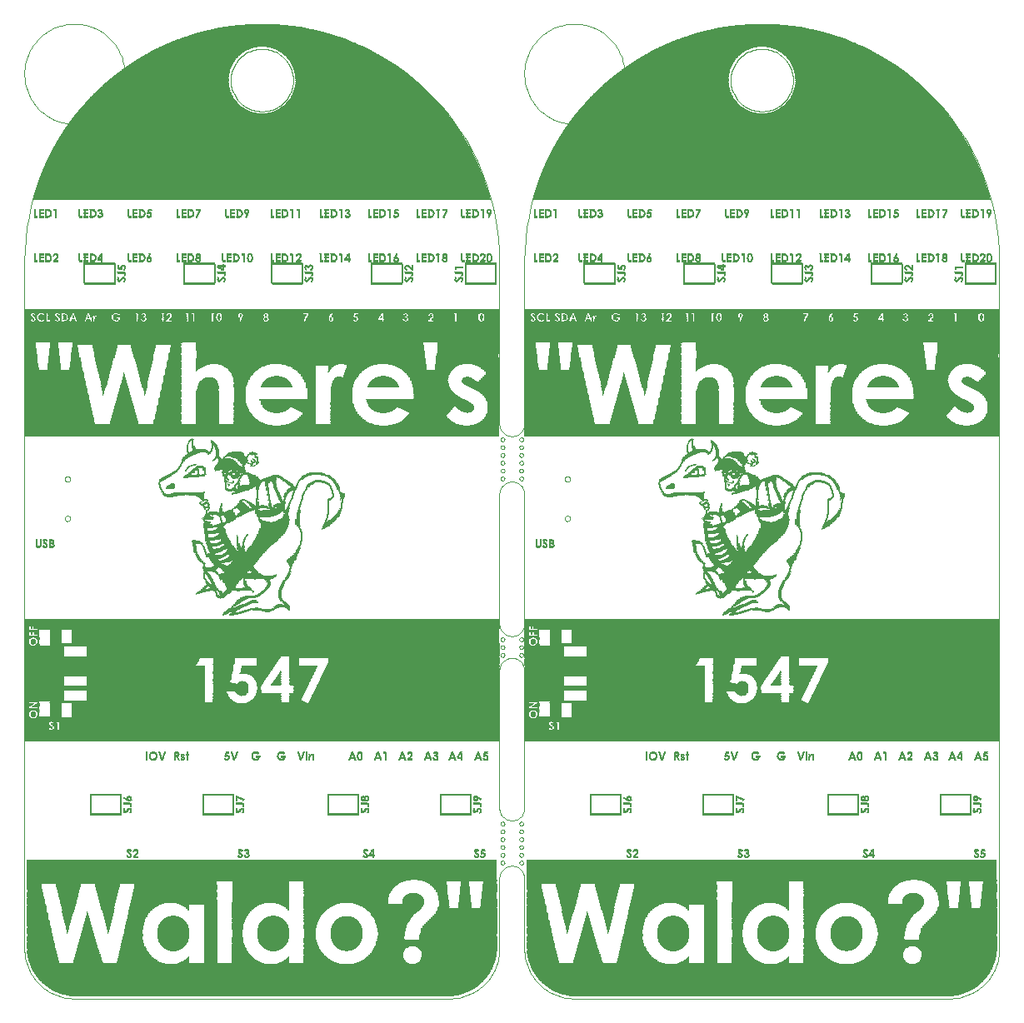
<source format=gto>
G75*
G70*
%OFA0B0*%
%FSLAX24Y24*%
%IPPOS*%
%LPD*%
%AMOC8*
5,1,8,0,0,1.08239X$1,22.5*
%
%ADD10C,0.0000*%
%ADD11R,1.5108X0.0008*%
%ADD12R,1.5284X0.0008*%
%ADD13R,1.5408X0.0008*%
%ADD14R,1.5508X0.0008*%
%ADD15R,1.5600X0.0008*%
%ADD16R,1.5675X0.0008*%
%ADD17R,1.5750X0.0008*%
%ADD18R,1.5817X0.0008*%
%ADD19R,1.5876X0.0008*%
%ADD20R,1.5942X0.0008*%
%ADD21R,1.5992X0.0008*%
%ADD22R,1.6050X0.0008*%
%ADD23R,1.6092X0.0008*%
%ADD24R,1.6142X0.0008*%
%ADD25R,1.6192X0.0008*%
%ADD26R,1.6242X0.0008*%
%ADD27R,1.6275X0.0008*%
%ADD28R,1.6325X0.0008*%
%ADD29R,1.6358X0.0008*%
%ADD30R,1.6400X0.0008*%
%ADD31R,1.6442X0.0008*%
%ADD32R,1.6475X0.0008*%
%ADD33R,1.6508X0.0008*%
%ADD34R,1.6542X0.0008*%
%ADD35R,1.6583X0.0008*%
%ADD36R,1.6617X0.0008*%
%ADD37R,1.6642X0.0008*%
%ADD38R,1.6675X0.0008*%
%ADD39R,1.6708X0.0008*%
%ADD40R,1.6742X0.0008*%
%ADD41R,1.6775X0.0008*%
%ADD42R,1.6800X0.0008*%
%ADD43R,1.6825X0.0008*%
%ADD44R,1.6858X0.0008*%
%ADD45R,1.6883X0.0008*%
%ADD46R,1.6908X0.0008*%
%ADD47R,1.6942X0.0008*%
%ADD48R,1.6967X0.0008*%
%ADD49R,1.6992X0.0008*%
%ADD50R,1.7017X0.0008*%
%ADD51R,1.7042X0.0008*%
%ADD52R,1.7067X0.0008*%
%ADD53R,1.7092X0.0008*%
%ADD54R,1.7117X0.0008*%
%ADD55R,1.7142X0.0008*%
%ADD56R,1.7158X0.0008*%
%ADD57R,1.7183X0.0008*%
%ADD58R,1.7208X0.0008*%
%ADD59R,1.7225X0.0008*%
%ADD60R,1.7250X0.0008*%
%ADD61R,1.7275X0.0008*%
%ADD62R,1.7292X0.0008*%
%ADD63R,1.7317X0.0008*%
%ADD64R,1.7342X0.0008*%
%ADD65R,1.7358X0.0008*%
%ADD66R,1.7375X0.0008*%
%ADD67R,1.7392X0.0008*%
%ADD68R,1.7417X0.0008*%
%ADD69R,1.7433X0.0008*%
%ADD70R,1.7458X0.0008*%
%ADD71R,1.7476X0.0008*%
%ADD72R,1.7492X0.0008*%
%ADD73R,1.7508X0.0008*%
%ADD74R,1.7525X0.0008*%
%ADD75R,1.7542X0.0008*%
%ADD76R,1.7558X0.0008*%
%ADD77R,1.7575X0.0008*%
%ADD78R,1.7600X0.0008*%
%ADD79R,1.7617X0.0008*%
%ADD80R,1.7633X0.0008*%
%ADD81R,1.7650X0.0008*%
%ADD82R,1.7667X0.0008*%
%ADD83R,1.7683X0.0008*%
%ADD84R,1.7692X0.0008*%
%ADD85R,1.7708X0.0008*%
%ADD86R,1.7725X0.0008*%
%ADD87R,1.7742X0.0008*%
%ADD88R,1.7758X0.0008*%
%ADD89R,1.7775X0.0008*%
%ADD90R,1.7792X0.0008*%
%ADD91R,1.7808X0.0008*%
%ADD92R,1.7825X0.0008*%
%ADD93R,1.7842X0.0008*%
%ADD94R,1.7850X0.0008*%
%ADD95R,1.7858X0.0008*%
%ADD96R,1.7875X0.0008*%
%ADD97R,1.7892X0.0008*%
%ADD98R,1.7908X0.0008*%
%ADD99R,1.7925X0.0008*%
%ADD100R,1.7933X0.0008*%
%ADD101R,1.7942X0.0008*%
%ADD102R,1.7958X0.0008*%
%ADD103R,1.7975X0.0008*%
%ADD104R,1.7983X0.0008*%
%ADD105R,1.7992X0.0008*%
%ADD106R,1.8008X0.0008*%
%ADD107R,1.8025X0.0008*%
%ADD108R,1.8042X0.0008*%
%ADD109R,1.8042X0.0008*%
%ADD110R,1.8058X0.0008*%
%ADD111R,1.8075X0.0008*%
%ADD112R,1.8083X0.0008*%
%ADD113R,1.8092X0.0008*%
%ADD114R,1.8108X0.0008*%
%ADD115R,1.8117X0.0008*%
%ADD116R,1.8125X0.0008*%
%ADD117R,1.8142X0.0008*%
%ADD118R,1.8150X0.0008*%
%ADD119R,1.8158X0.0008*%
%ADD120R,1.8175X0.0008*%
%ADD121R,1.8183X0.0008*%
%ADD122R,1.8192X0.0008*%
%ADD123R,1.8208X0.0008*%
%ADD124R,1.8217X0.0008*%
%ADD125R,1.8226X0.0008*%
%ADD126R,1.8242X0.0008*%
%ADD127R,1.8242X0.0008*%
%ADD128R,1.8258X0.0008*%
%ADD129R,1.8267X0.0008*%
%ADD130R,1.8275X0.0008*%
%ADD131R,1.8292X0.0008*%
%ADD132R,1.8292X0.0008*%
%ADD133R,1.8308X0.0008*%
%ADD134R,1.8308X0.0008*%
%ADD135R,1.8325X0.0008*%
%ADD136R,1.8325X0.0008*%
%ADD137R,1.8342X0.0008*%
%ADD138R,1.8350X0.0008*%
%ADD139R,1.8358X0.0008*%
%ADD140R,1.8367X0.0008*%
%ADD141R,1.8376X0.0008*%
%ADD142R,1.8384X0.0008*%
%ADD143R,1.8392X0.0008*%
%ADD144R,1.8400X0.0008*%
%ADD145R,1.8408X0.0008*%
%ADD146R,1.8417X0.0008*%
%ADD147R,1.8425X0.0008*%
%ADD148R,1.8433X0.0008*%
%ADD149R,1.8442X0.0008*%
%ADD150R,1.8450X0.0008*%
%ADD151R,1.8458X0.0008*%
%ADD152R,1.8458X0.0008*%
%ADD153R,1.8475X0.0008*%
%ADD154R,1.8475X0.0008*%
%ADD155R,1.8492X0.0008*%
%ADD156R,1.8492X0.0008*%
%ADD157R,1.8500X0.0008*%
%ADD158R,1.8508X0.0008*%
%ADD159R,1.8508X0.0008*%
%ADD160R,1.8525X0.0008*%
%ADD161R,1.8525X0.0008*%
%ADD162R,1.8533X0.0008*%
%ADD163R,0.5508X0.0008*%
%ADD164R,0.3775X0.0008*%
%ADD165R,0.2791X0.0008*%
%ADD166R,0.2450X0.0008*%
%ADD167R,0.3183X0.0008*%
%ADD168R,0.5450X0.0008*%
%ADD169R,0.3658X0.0008*%
%ADD170R,0.2667X0.0008*%
%ADD171R,0.2342X0.0008*%
%ADD172R,0.3142X0.0008*%
%ADD173R,0.5408X0.0008*%
%ADD174R,0.3566X0.0008*%
%ADD175R,0.2567X0.0008*%
%ADD176R,0.2259X0.0008*%
%ADD177R,0.3125X0.0008*%
%ADD178R,0.5375X0.0008*%
%ADD179R,0.3492X0.0008*%
%ADD180R,0.2492X0.0008*%
%ADD181R,0.2200X0.0008*%
%ADD182R,0.3108X0.0008*%
%ADD183R,0.5342X0.0008*%
%ADD184R,0.3425X0.0008*%
%ADD185R,0.2425X0.0008*%
%ADD186R,0.2150X0.0008*%
%ADD187R,0.3100X0.0008*%
%ADD188R,0.5316X0.0008*%
%ADD189R,0.3375X0.0008*%
%ADD190R,0.2366X0.0008*%
%ADD191R,0.2109X0.0008*%
%ADD192R,0.3084X0.0008*%
%ADD193R,0.5291X0.0008*%
%ADD194R,0.3325X0.0008*%
%ADD195R,0.2316X0.0008*%
%ADD196R,0.2058X0.0008*%
%ADD197R,0.3067X0.0008*%
%ADD198R,0.1166X0.0008*%
%ADD199R,0.1167X0.0008*%
%ADD200R,0.1784X0.0008*%
%ADD201R,0.0375X0.0008*%
%ADD202R,0.0533X0.0008*%
%ADD203R,0.1192X0.0008*%
%ADD204R,0.0367X0.0008*%
%ADD205R,0.1308X0.0008*%
%ADD206R,0.2016X0.0008*%
%ADD207R,0.3067X0.0008*%
%ADD208R,0.1167X0.0008*%
%ADD209R,0.1159X0.0008*%
%ADD210R,0.1759X0.0008*%
%ADD211R,0.0350X0.0008*%
%ADD212R,0.0533X0.0008*%
%ADD213R,0.1167X0.0008*%
%ADD214R,0.1283X0.0008*%
%ADD215R,0.1983X0.0008*%
%ADD216R,0.3050X0.0008*%
%ADD217R,0.1167X0.0008*%
%ADD218R,0.1159X0.0008*%
%ADD219R,0.1742X0.0008*%
%ADD220R,0.0333X0.0008*%
%ADD221R,0.0533X0.0008*%
%ADD222R,0.1150X0.0008*%
%ADD223R,0.1267X0.0008*%
%ADD224R,0.1951X0.0008*%
%ADD225R,0.3042X0.0008*%
%ADD226R,0.1150X0.0008*%
%ADD227R,0.1717X0.0008*%
%ADD228R,0.0316X0.0008*%
%ADD229R,0.1125X0.0008*%
%ADD230R,0.0308X0.0008*%
%ADD231R,0.1242X0.0008*%
%ADD232R,0.1925X0.0008*%
%ADD233R,0.3041X0.0008*%
%ADD234R,0.1175X0.0008*%
%ADD235R,0.1141X0.0008*%
%ADD236R,0.1691X0.0008*%
%ADD237R,0.0300X0.0008*%
%ADD238R,0.1108X0.0008*%
%ADD239R,0.0291X0.0008*%
%ADD240R,0.1225X0.0008*%
%ADD241R,0.1884X0.0008*%
%ADD242R,0.3025X0.0008*%
%ADD243R,0.1167X0.0008*%
%ADD244R,0.1141X0.0008*%
%ADD245R,0.1675X0.0008*%
%ADD246R,0.0283X0.0008*%
%ADD247R,0.1092X0.0008*%
%ADD248R,0.0275X0.0008*%
%ADD249R,0.1200X0.0008*%
%ADD250R,0.1858X0.0008*%
%ADD251R,0.3016X0.0008*%
%ADD252R,0.1167X0.0008*%
%ADD253R,0.1133X0.0008*%
%ADD254R,0.1658X0.0008*%
%ADD255R,0.0266X0.0008*%
%ADD256R,0.1075X0.0008*%
%ADD257R,0.0267X0.0008*%
%ADD258R,0.1183X0.0008*%
%ADD259R,0.1833X0.0008*%
%ADD260R,0.3017X0.0008*%
%ADD261R,0.1133X0.0008*%
%ADD262R,0.1641X0.0008*%
%ADD263R,0.0250X0.0008*%
%ADD264R,0.1058X0.0008*%
%ADD265R,0.1809X0.0008*%
%ADD266R,0.3009X0.0008*%
%ADD267R,0.1175X0.0008*%
%ADD268R,0.1125X0.0008*%
%ADD269R,0.1617X0.0008*%
%ADD270R,0.0233X0.0008*%
%ADD271R,0.1050X0.0008*%
%ADD272R,0.1784X0.0008*%
%ADD273R,0.3009X0.0008*%
%ADD274R,0.1608X0.0008*%
%ADD275R,0.0225X0.0008*%
%ADD276R,0.1033X0.0008*%
%ADD277R,0.0216X0.0008*%
%ADD278R,0.1766X0.0008*%
%ADD279R,0.3008X0.0008*%
%ADD280R,0.1117X0.0008*%
%ADD281R,0.1591X0.0008*%
%ADD282R,0.0208X0.0008*%
%ADD283R,0.1017X0.0008*%
%ADD284R,0.1117X0.0008*%
%ADD285R,0.1742X0.0008*%
%ADD286R,0.3000X0.0008*%
%ADD287R,0.1109X0.0008*%
%ADD288R,0.1575X0.0008*%
%ADD289R,0.0191X0.0008*%
%ADD290R,0.1008X0.0008*%
%ADD291R,0.1108X0.0008*%
%ADD292R,0.1716X0.0008*%
%ADD293R,0.2992X0.0008*%
%ADD294R,0.1175X0.0008*%
%ADD295R,0.1109X0.0008*%
%ADD296R,0.1567X0.0008*%
%ADD297R,0.0183X0.0008*%
%ADD298R,0.0992X0.0008*%
%ADD299R,0.1092X0.0008*%
%ADD300R,0.1691X0.0008*%
%ADD301R,0.2992X0.0008*%
%ADD302R,0.1100X0.0008*%
%ADD303R,0.1542X0.0008*%
%ADD304R,0.0167X0.0008*%
%ADD305R,0.0975X0.0008*%
%ADD306R,0.0166X0.0008*%
%ADD307R,0.1075X0.0008*%
%ADD308R,0.1675X0.0008*%
%ADD309R,0.2992X0.0008*%
%ADD310R,0.1100X0.0008*%
%ADD311R,0.1533X0.0008*%
%ADD312R,0.0158X0.0008*%
%ADD313R,0.0967X0.0008*%
%ADD314R,0.1067X0.0008*%
%ADD315R,0.1658X0.0008*%
%ADD316R,0.2983X0.0008*%
%ADD317R,0.1091X0.0008*%
%ADD318R,0.1517X0.0008*%
%ADD319R,0.0150X0.0008*%
%ADD320R,0.0950X0.0008*%
%ADD321R,0.0141X0.0008*%
%ADD322R,0.1050X0.0008*%
%ADD323R,0.1642X0.0008*%
%ADD324R,0.2983X0.0008*%
%ADD325R,0.1091X0.0008*%
%ADD326R,0.1509X0.0008*%
%ADD327R,0.0133X0.0008*%
%ADD328R,0.0942X0.0008*%
%ADD329R,0.1042X0.0008*%
%ADD330R,0.1617X0.0008*%
%ADD331R,0.2984X0.0008*%
%ADD332R,0.1183X0.0008*%
%ADD333R,0.1083X0.0008*%
%ADD334R,0.1483X0.0008*%
%ADD335R,0.0125X0.0008*%
%ADD336R,0.0933X0.0008*%
%ADD337R,0.1025X0.0008*%
%ADD338R,0.1609X0.0008*%
%ADD339R,0.2975X0.0008*%
%ADD340R,0.1474X0.0008*%
%ADD341R,0.0117X0.0008*%
%ADD342R,0.0917X0.0008*%
%ADD343R,0.0108X0.0008*%
%ADD344R,0.1017X0.0008*%
%ADD345R,0.1583X0.0008*%
%ADD346R,0.2975X0.0008*%
%ADD347R,0.1466X0.0008*%
%ADD348R,0.0100X0.0008*%
%ADD349R,0.0908X0.0008*%
%ADD350R,0.1000X0.0008*%
%ADD351R,0.1575X0.0008*%
%ADD352R,0.2975X0.0008*%
%ADD353R,0.1184X0.0008*%
%ADD354R,0.1075X0.0008*%
%ADD355R,0.1450X0.0008*%
%ADD356R,0.0091X0.0008*%
%ADD357R,0.0900X0.0008*%
%ADD358R,0.0992X0.0008*%
%ADD359R,0.1558X0.0008*%
%ADD360R,0.1184X0.0008*%
%ADD361R,0.1067X0.0008*%
%ADD362R,0.1433X0.0008*%
%ADD363R,0.0083X0.0008*%
%ADD364R,0.0883X0.0008*%
%ADD365R,0.0983X0.0008*%
%ADD366R,0.1542X0.0008*%
%ADD367R,0.1059X0.0008*%
%ADD368R,0.1425X0.0008*%
%ADD369R,0.0075X0.0008*%
%ADD370R,0.0875X0.0008*%
%ADD371R,0.0066X0.0008*%
%ADD372R,0.0967X0.0008*%
%ADD373R,0.1525X0.0008*%
%ADD374R,0.2967X0.0008*%
%ADD375R,0.1059X0.0008*%
%ADD376R,0.1416X0.0008*%
%ADD377R,0.0067X0.0008*%
%ADD378R,0.0867X0.0008*%
%ADD379R,0.0058X0.0008*%
%ADD380R,0.0958X0.0008*%
%ADD381R,0.1517X0.0008*%
%ADD382R,0.1408X0.0008*%
%ADD383R,0.0050X0.0008*%
%ADD384R,0.0858X0.0008*%
%ADD385R,0.1500X0.0008*%
%ADD386R,0.1183X0.0008*%
%ADD387R,0.1041X0.0008*%
%ADD388R,0.1400X0.0008*%
%ADD389R,0.0041X0.0008*%
%ADD390R,0.0850X0.0008*%
%ADD391R,0.0042X0.0008*%
%ADD392R,0.1492X0.0008*%
%ADD393R,0.2966X0.0008*%
%ADD394R,0.1183X0.0008*%
%ADD395R,0.1041X0.0008*%
%ADD396R,0.1375X0.0008*%
%ADD397R,0.0033X0.0008*%
%ADD398R,0.0842X0.0008*%
%ADD399R,0.0925X0.0008*%
%ADD400R,0.1475X0.0008*%
%ADD401R,0.2966X0.0008*%
%ADD402R,0.1041X0.0008*%
%ADD403R,0.1367X0.0008*%
%ADD404R,0.0025X0.0008*%
%ADD405R,0.0833X0.0008*%
%ADD406R,0.0916X0.0008*%
%ADD407R,0.1466X0.0008*%
%ADD408R,0.2966X0.0008*%
%ADD409R,0.1033X0.0008*%
%ADD410R,0.1358X0.0008*%
%ADD411R,0.0017X0.0008*%
%ADD412R,0.0825X0.0008*%
%ADD413R,0.0016X0.0008*%
%ADD414R,0.1450X0.0008*%
%ADD415R,0.1350X0.0008*%
%ADD416R,0.0008X0.0008*%
%ADD417R,0.0808X0.0008*%
%ADD418R,0.1441X0.0008*%
%ADD419R,0.2967X0.0008*%
%ADD420R,0.1183X0.0008*%
%ADD421R,0.1025X0.0008*%
%ADD422R,0.1333X0.0008*%
%ADD423R,0.0800X0.0008*%
%ADD424R,0.0892X0.0008*%
%ADD425R,0.1425X0.0008*%
%ADD426R,0.2967X0.0008*%
%ADD427R,0.1017X0.0008*%
%ADD428R,0.1325X0.0008*%
%ADD429R,0.0792X0.0008*%
%ADD430R,0.0883X0.0008*%
%ADD431R,0.1417X0.0008*%
%ADD432R,0.2967X0.0008*%
%ADD433R,0.1009X0.0008*%
%ADD434R,0.1316X0.0008*%
%ADD435R,0.0783X0.0008*%
%ADD436R,0.0875X0.0008*%
%ADD437R,0.1408X0.0008*%
%ADD438R,0.1009X0.0008*%
%ADD439R,0.1308X0.0008*%
%ADD440R,0.0775X0.0008*%
%ADD441R,0.0867X0.0008*%
%ADD442R,0.1400X0.0008*%
%ADD443R,0.1184X0.0008*%
%ADD444R,0.1009X0.0008*%
%ADD445R,0.1299X0.0008*%
%ADD446R,0.0767X0.0008*%
%ADD447R,0.0858X0.0008*%
%ADD448R,0.1392X0.0008*%
%ADD449R,0.1000X0.0008*%
%ADD450R,0.1283X0.0008*%
%ADD451R,0.0767X0.0008*%
%ADD452R,0.1383X0.0008*%
%ADD453R,0.0991X0.0008*%
%ADD454R,0.1275X0.0008*%
%ADD455R,0.0758X0.0008*%
%ADD456R,0.1375X0.0008*%
%ADD457R,0.0991X0.0008*%
%ADD458R,0.1267X0.0008*%
%ADD459R,0.0750X0.0008*%
%ADD460R,0.0833X0.0008*%
%ADD461R,0.1367X0.0008*%
%ADD462R,0.2983X0.0008*%
%ADD463R,0.0983X0.0008*%
%ADD464R,0.0742X0.0008*%
%ADD465R,0.0825X0.0008*%
%ADD466R,0.1358X0.0008*%
%ADD467R,0.0975X0.0008*%
%ADD468R,0.1250X0.0008*%
%ADD469R,0.0733X0.0008*%
%ADD470R,0.0816X0.0008*%
%ADD471R,0.1350X0.0008*%
%ADD472R,0.1242X0.0008*%
%ADD473R,0.0725X0.0008*%
%ADD474R,0.0808X0.0008*%
%ADD475R,0.1342X0.0008*%
%ADD476R,0.0975X0.0008*%
%ADD477R,0.1234X0.0008*%
%ADD478R,0.0717X0.0008*%
%ADD479R,0.0800X0.0008*%
%ADD480R,0.1333X0.0008*%
%ADD481R,0.0967X0.0008*%
%ADD482R,0.1225X0.0008*%
%ADD483R,0.0708X0.0008*%
%ADD484R,0.0792X0.0008*%
%ADD485R,0.1325X0.0008*%
%ADD486R,0.0959X0.0008*%
%ADD487R,0.1217X0.0008*%
%ADD488R,0.0708X0.0008*%
%ADD489R,0.0783X0.0008*%
%ADD490R,0.1317X0.0008*%
%ADD491R,0.0959X0.0008*%
%ADD492R,0.1208X0.0008*%
%ADD493R,0.0700X0.0008*%
%ADD494R,0.0775X0.0008*%
%ADD495R,0.1317X0.0008*%
%ADD496R,0.2992X0.0008*%
%ADD497R,0.0959X0.0008*%
%ADD498R,0.1200X0.0008*%
%ADD499R,0.0692X0.0008*%
%ADD500R,0.0767X0.0008*%
%ADD501R,0.1316X0.0008*%
%ADD502R,0.0941X0.0008*%
%ADD503R,0.1191X0.0008*%
%ADD504R,0.0683X0.0008*%
%ADD505R,0.0758X0.0008*%
%ADD506R,0.1308X0.0008*%
%ADD507R,0.0941X0.0008*%
%ADD508R,0.0675X0.0008*%
%ADD509R,0.0758X0.0008*%
%ADD510R,0.1300X0.0008*%
%ADD511R,0.3000X0.0008*%
%ADD512R,0.0941X0.0008*%
%ADD513R,0.0675X0.0008*%
%ADD514R,0.0750X0.0008*%
%ADD515R,0.1292X0.0008*%
%ADD516R,0.3000X0.0008*%
%ADD517R,0.1166X0.0008*%
%ADD518R,0.0933X0.0008*%
%ADD519R,0.0667X0.0008*%
%ADD520R,0.0742X0.0008*%
%ADD521R,0.1292X0.0008*%
%ADD522R,0.1166X0.0008*%
%ADD523R,0.1158X0.0008*%
%ADD524R,0.0658X0.0008*%
%ADD525R,0.0733X0.0008*%
%ADD526R,0.1292X0.0008*%
%ADD527R,0.3017X0.0008*%
%ADD528R,0.0925X0.0008*%
%ADD529R,0.0650X0.0008*%
%ADD530R,0.0725X0.0008*%
%ADD531R,0.1284X0.0008*%
%ADD532R,0.3017X0.0008*%
%ADD533R,0.0925X0.0008*%
%ADD534R,0.1150X0.0008*%
%ADD535R,0.0650X0.0008*%
%ADD536R,0.1275X0.0008*%
%ADD537R,0.3017X0.0008*%
%ADD538R,0.0909X0.0008*%
%ADD539R,0.1134X0.0008*%
%ADD540R,0.0642X0.0008*%
%ADD541R,0.0716X0.0008*%
%ADD542R,0.1283X0.0008*%
%ADD543R,0.3025X0.0008*%
%ADD544R,0.0909X0.0008*%
%ADD545R,0.0633X0.0008*%
%ADD546R,0.3025X0.0008*%
%ADD547R,0.0909X0.0008*%
%ADD548R,0.1125X0.0008*%
%ADD549R,0.0633X0.0008*%
%ADD550R,0.1117X0.0008*%
%ADD551R,0.0625X0.0008*%
%ADD552R,0.1275X0.0008*%
%ADD553R,0.3033X0.0008*%
%ADD554R,0.0891X0.0008*%
%ADD555R,0.1100X0.0008*%
%ADD556R,0.0617X0.0008*%
%ADD557R,0.1266X0.0008*%
%ADD558R,0.3033X0.0008*%
%ADD559R,0.0891X0.0008*%
%ADD560R,0.0159X0.0008*%
%ADD561R,0.0617X0.0008*%
%ADD562R,0.3042X0.0008*%
%ADD563R,0.0891X0.0008*%
%ADD564R,0.1091X0.0008*%
%ADD565R,0.0608X0.0008*%
%ADD566R,0.0267X0.0008*%
%ADD567R,0.0683X0.0008*%
%ADD568R,0.0159X0.0008*%
%ADD569R,0.3058X0.0008*%
%ADD570R,0.1159X0.0008*%
%ADD571R,0.0875X0.0008*%
%ADD572R,0.1083X0.0008*%
%ADD573R,0.0342X0.0008*%
%ADD574R,0.0608X0.0008*%
%ADD575R,0.0341X0.0008*%
%ADD576R,0.0275X0.0008*%
%ADD577R,0.1267X0.0008*%
%ADD578R,0.3058X0.0008*%
%ADD579R,0.0400X0.0008*%
%ADD580R,0.0600X0.0008*%
%ADD581R,0.0342X0.0008*%
%ADD582R,0.1266X0.0008*%
%ADD583R,0.3067X0.0008*%
%ADD584R,0.0451X0.0008*%
%ADD585R,0.0592X0.0008*%
%ADD586R,0.0450X0.0008*%
%ADD587R,0.0667X0.0008*%
%ADD588R,0.0409X0.0008*%
%ADD589R,0.1266X0.0008*%
%ADD590R,0.1158X0.0008*%
%ADD591R,0.0867X0.0008*%
%ADD592R,0.1067X0.0008*%
%ADD593R,0.0491X0.0008*%
%ADD594R,0.0592X0.0008*%
%ADD595R,0.0499X0.0008*%
%ADD596R,0.0658X0.0008*%
%ADD597R,0.0459X0.0008*%
%ADD598R,0.3075X0.0008*%
%ADD599R,0.1158X0.0008*%
%ADD600R,0.0859X0.0008*%
%ADD601R,0.0583X0.0008*%
%ADD602R,0.0658X0.0008*%
%ADD603R,0.0491X0.0008*%
%ADD604R,0.3083X0.0008*%
%ADD605R,0.0859X0.0008*%
%ADD606R,0.1058X0.0008*%
%ADD607R,0.0567X0.0008*%
%ADD608R,0.0583X0.0008*%
%ADD609R,0.0650X0.0008*%
%ADD610R,0.0542X0.0008*%
%ADD611R,0.3091X0.0008*%
%ADD612R,0.0859X0.0008*%
%ADD613R,0.1042X0.0008*%
%ADD614R,0.0600X0.0008*%
%ADD615R,0.0575X0.0008*%
%ADD616R,0.0642X0.0008*%
%ADD617R,0.1276X0.0008*%
%ADD618R,0.0841X0.0008*%
%ADD619R,0.1034X0.0008*%
%ADD620R,0.0575X0.0008*%
%ADD621R,0.0642X0.0008*%
%ADD622R,0.0609X0.0008*%
%ADD623R,0.1276X0.0008*%
%ADD624R,0.3108X0.0008*%
%ADD625R,0.0841X0.0008*%
%ADD626R,0.1034X0.0008*%
%ADD627R,0.0659X0.0008*%
%ADD628R,0.0567X0.0008*%
%ADD629R,0.0658X0.0008*%
%ADD630R,0.0633X0.0008*%
%ADD631R,0.0641X0.0008*%
%ADD632R,0.3116X0.0008*%
%ADD633R,0.0841X0.0008*%
%ADD634R,0.0683X0.0008*%
%ADD635R,0.0567X0.0008*%
%ADD636R,0.0659X0.0008*%
%ADD637R,0.1283X0.0008*%
%ADD638R,0.3125X0.0008*%
%ADD639R,0.1016X0.0008*%
%ADD640R,0.0709X0.0008*%
%ADD641R,0.0558X0.0008*%
%ADD642R,0.0708X0.0008*%
%ADD643R,0.0625X0.0008*%
%ADD644R,0.0691X0.0008*%
%ADD645R,0.1284X0.0008*%
%ADD646R,0.3133X0.0008*%
%ADD647R,0.1142X0.0008*%
%ADD648R,0.1008X0.0008*%
%ADD649R,0.0558X0.0008*%
%ADD650R,0.0708X0.0008*%
%ADD651R,0.3141X0.0008*%
%ADD652R,0.1142X0.0008*%
%ADD653R,0.1008X0.0008*%
%ADD654R,0.0550X0.0008*%
%ADD655R,0.0758X0.0008*%
%ADD656R,0.1300X0.0008*%
%ADD657R,0.3150X0.0008*%
%ADD658R,0.1142X0.0008*%
%ADD659R,0.0825X0.0008*%
%ADD660R,0.1000X0.0008*%
%ADD661R,0.0783X0.0008*%
%ADD662R,0.0550X0.0008*%
%ADD663R,0.0759X0.0008*%
%ADD664R,0.3158X0.0008*%
%ADD665R,0.0809X0.0008*%
%ADD666R,0.0791X0.0008*%
%ADD667R,0.1308X0.0008*%
%ADD668R,0.3175X0.0008*%
%ADD669R,0.0809X0.0008*%
%ADD670R,0.0992X0.0008*%
%ADD671R,0.0817X0.0008*%
%ADD672R,0.0542X0.0008*%
%ADD673R,0.0608X0.0008*%
%ADD674R,0.3183X0.0008*%
%ADD675R,0.0809X0.0008*%
%ADD676R,0.1334X0.0008*%
%ADD677R,0.3200X0.0008*%
%ADD678R,0.1133X0.0008*%
%ADD679R,0.0850X0.0008*%
%ADD680R,0.0858X0.0008*%
%ADD681R,0.0600X0.0008*%
%ADD682R,0.1342X0.0008*%
%ADD683R,0.3216X0.0008*%
%ADD684R,0.0791X0.0008*%
%ADD685R,0.0525X0.0008*%
%ADD686R,0.0592X0.0008*%
%ADD687R,0.1350X0.0008*%
%ADD688R,0.3233X0.0008*%
%ADD689R,0.0791X0.0008*%
%ADD690R,0.0525X0.0008*%
%ADD691R,0.3258X0.0008*%
%ADD692R,0.0908X0.0008*%
%ADD693R,0.0525X0.0008*%
%ADD694R,0.1392X0.0008*%
%ADD695R,0.3283X0.0008*%
%ADD696R,0.0517X0.0008*%
%ADD697R,0.0583X0.0008*%
%ADD698R,0.0908X0.0008*%
%ADD699R,0.3325X0.0008*%
%ADD700R,0.0775X0.0008*%
%ADD701R,0.0517X0.0008*%
%ADD702R,0.4884X0.0008*%
%ADD703R,0.0950X0.0008*%
%ADD704R,0.0508X0.0008*%
%ADD705R,0.0575X0.0008*%
%ADD706R,0.4884X0.0008*%
%ADD707R,0.1117X0.0008*%
%ADD708R,0.0508X0.0008*%
%ADD709R,0.4875X0.0008*%
%ADD710R,0.0759X0.0008*%
%ADD711R,0.0983X0.0008*%
%ADD712R,0.0508X0.0008*%
%ADD713R,0.0567X0.0008*%
%ADD714R,0.4875X0.0008*%
%ADD715R,0.1117X0.0008*%
%ADD716R,0.0759X0.0008*%
%ADD717R,0.0933X0.0008*%
%ADD718R,0.0999X0.0008*%
%ADD719R,0.0500X0.0008*%
%ADD720R,0.0991X0.0008*%
%ADD721R,0.4875X0.0008*%
%ADD722R,0.0933X0.0008*%
%ADD723R,0.1008X0.0008*%
%ADD724R,0.0500X0.0008*%
%ADD725R,0.0558X0.0008*%
%ADD726R,0.4867X0.0008*%
%ADD727R,0.0741X0.0008*%
%ADD728R,0.0500X0.0008*%
%ADD729R,0.4867X0.0008*%
%ADD730R,0.0741X0.0008*%
%ADD731R,0.0917X0.0008*%
%ADD732R,0.1033X0.0008*%
%ADD733R,0.0492X0.0008*%
%ADD734R,0.4859X0.0008*%
%ADD735R,0.1108X0.0008*%
%ADD736R,0.0741X0.0008*%
%ADD737R,0.0492X0.0008*%
%ADD738R,0.4859X0.0008*%
%ADD739R,0.0917X0.0008*%
%ADD740R,0.0492X0.0008*%
%ADD741R,0.1050X0.0008*%
%ADD742R,0.4859X0.0008*%
%ADD743R,0.0725X0.0008*%
%ADD744R,0.0908X0.0008*%
%ADD745R,0.1067X0.0008*%
%ADD746R,0.0483X0.0008*%
%ADD747R,0.0550X0.0008*%
%ADD748R,0.4851X0.0008*%
%ADD749R,0.0900X0.0008*%
%ADD750R,0.1083X0.0008*%
%ADD751R,0.0483X0.0008*%
%ADD752R,0.0542X0.0008*%
%ADD753R,0.4851X0.0008*%
%ADD754R,0.0900X0.0008*%
%ADD755R,0.1083X0.0008*%
%ADD756R,0.0483X0.0008*%
%ADD757R,0.4851X0.0008*%
%ADD758R,0.0892X0.0008*%
%ADD759R,0.1099X0.0008*%
%ADD760R,0.4842X0.0008*%
%ADD761R,0.0709X0.0008*%
%ADD762R,0.0892X0.0008*%
%ADD763R,0.1108X0.0008*%
%ADD764R,0.0475X0.0008*%
%ADD765R,0.4842X0.0008*%
%ADD766R,0.1092X0.0008*%
%ADD767R,0.0883X0.0008*%
%ADD768R,0.0475X0.0008*%
%ADD769R,0.1109X0.0008*%
%ADD770R,0.4842X0.0008*%
%ADD771R,0.0709X0.0008*%
%ADD772R,0.0883X0.0008*%
%ADD773R,0.0475X0.0008*%
%ADD774R,0.4834X0.0008*%
%ADD775R,0.0691X0.0008*%
%ADD776R,0.4834X0.0008*%
%ADD777R,0.0467X0.0008*%
%ADD778R,0.1149X0.0008*%
%ADD779R,0.4834X0.0008*%
%ADD780R,0.0691X0.0008*%
%ADD781R,0.0467X0.0008*%
%ADD782R,0.1149X0.0008*%
%ADD783R,0.4825X0.0008*%
%ADD784R,0.0683X0.0008*%
%ADD785R,0.0467X0.0008*%
%ADD786R,0.1158X0.0008*%
%ADD787R,0.4825X0.0008*%
%ADD788R,0.0675X0.0008*%
%ADD789R,0.4825X0.0008*%
%ADD790R,0.0858X0.0008*%
%ADD791R,0.0458X0.0008*%
%ADD792R,0.0517X0.0008*%
%ADD793R,0.0458X0.0008*%
%ADD794R,0.4817X0.0008*%
%ADD795R,0.0659X0.0008*%
%ADD796R,0.0458X0.0008*%
%ADD797R,0.4817X0.0008*%
%ADD798R,0.1191X0.0008*%
%ADD799R,0.4817X0.0008*%
%ADD800R,0.0842X0.0008*%
%ADD801R,0.1199X0.0008*%
%ADD802R,0.0842X0.0008*%
%ADD803R,0.1208X0.0008*%
%ADD804R,0.0450X0.0008*%
%ADD805R,0.1200X0.0008*%
%ADD806R,0.4809X0.0008*%
%ADD807R,0.0833X0.0008*%
%ADD808R,0.1217X0.0008*%
%ADD809R,0.1209X0.0008*%
%ADD810R,0.4809X0.0008*%
%ADD811R,0.0641X0.0008*%
%ADD812R,0.0833X0.0008*%
%ADD813R,0.1217X0.0008*%
%ADD814R,0.0450X0.0008*%
%ADD815R,0.4809X0.0008*%
%ADD816R,0.1067X0.0008*%
%ADD817R,0.0641X0.0008*%
%ADD818R,0.0833X0.0008*%
%ADD819R,0.1108X0.0008*%
%ADD820R,0.3109X0.0008*%
%ADD821R,0.1225X0.0008*%
%ADD822R,0.1233X0.0008*%
%ADD823R,0.1108X0.0008*%
%ADD824R,0.3109X0.0008*%
%ADD825R,0.0625X0.0008*%
%ADD826R,0.1233X0.0008*%
%ADD827R,0.1099X0.0008*%
%ADD828R,0.3109X0.0008*%
%ADD829R,0.0817X0.0008*%
%ADD830R,0.1233X0.0008*%
%ADD831R,0.0442X0.0008*%
%ADD832R,0.1099X0.0008*%
%ADD833R,0.0617X0.0008*%
%ADD834R,0.0817X0.0008*%
%ADD835R,0.1241X0.0008*%
%ADD836R,0.0442X0.0008*%
%ADD837R,0.1058X0.0008*%
%ADD838R,0.0609X0.0008*%
%ADD839R,0.0817X0.0008*%
%ADD840R,0.1241X0.0008*%
%ADD841R,0.0442X0.0008*%
%ADD842R,0.1250X0.0008*%
%ADD843R,0.0609X0.0008*%
%ADD844R,0.1250X0.0008*%
%ADD845R,0.1259X0.0008*%
%ADD846R,0.0591X0.0008*%
%ADD847R,0.0800X0.0008*%
%ADD848R,0.1259X0.0008*%
%ADD849R,0.0591X0.0008*%
%ADD850R,0.1259X0.0008*%
%ADD851R,0.1267X0.0008*%
%ADD852R,0.0583X0.0008*%
%ADD853R,0.0433X0.0008*%
%ADD854R,0.1267X0.0008*%
%ADD855R,0.0433X0.0008*%
%ADD856R,0.1042X0.0008*%
%ADD857R,0.0433X0.0008*%
%ADD858R,0.1042X0.0008*%
%ADD859R,0.0566X0.0008*%
%ADD860R,0.3100X0.0008*%
%ADD861R,0.0558X0.0008*%
%ADD862R,0.3100X0.0008*%
%ADD863R,0.0558X0.0008*%
%ADD864R,0.1083X0.0008*%
%ADD865R,0.0541X0.0008*%
%ADD866R,0.1083X0.0008*%
%ADD867R,0.0541X0.0008*%
%ADD868R,0.1025X0.0008*%
%ADD869R,0.0541X0.0008*%
%ADD870R,0.0533X0.0008*%
%ADD871R,0.0767X0.0008*%
%ADD872R,0.0767X0.0008*%
%ADD873R,0.3092X0.0008*%
%ADD874R,0.0767X0.0008*%
%ADD875R,0.3092X0.0008*%
%ADD876R,0.1017X0.0008*%
%ADD877R,0.0516X0.0008*%
%ADD878R,0.0758X0.0008*%
%ADD879R,0.3092X0.0008*%
%ADD880R,0.0508X0.0008*%
%ADD881R,0.0758X0.0008*%
%ADD882R,0.1291X0.0008*%
%ADD883R,0.0508X0.0008*%
%ADD884R,0.1291X0.0008*%
%ADD885R,0.0009X0.0008*%
%ADD886R,0.0508X0.0008*%
%ADD887R,0.0008X0.0008*%
%ADD888R,0.1291X0.0008*%
%ADD889R,0.1092X0.0008*%
%ADD890R,0.0017X0.0008*%
%ADD891R,0.0008X0.0008*%
%ADD892R,0.1092X0.0008*%
%ADD893R,0.1008X0.0008*%
%ADD894R,0.0017X0.0008*%
%ADD895R,0.1092X0.0008*%
%ADD896R,0.0017X0.0008*%
%ADD897R,0.0491X0.0008*%
%ADD898R,0.0750X0.0008*%
%ADD899R,0.3084X0.0008*%
%ADD900R,0.1008X0.0008*%
%ADD901R,0.3084X0.0008*%
%ADD902R,0.0033X0.0008*%
%ADD903R,0.0483X0.0008*%
%ADD904R,0.0742X0.0008*%
%ADD905R,0.0033X0.0008*%
%ADD906R,0.0742X0.0008*%
%ADD907R,0.3076X0.0008*%
%ADD908R,0.0466X0.0008*%
%ADD909R,0.0742X0.0008*%
%ADD910R,0.3076X0.0008*%
%ADD911R,0.0050X0.0008*%
%ADD912R,0.0458X0.0008*%
%ADD913R,0.0049X0.0008*%
%ADD914R,0.3076X0.0008*%
%ADD915R,0.0458X0.0008*%
%ADD916R,0.0049X0.0008*%
%ADD917R,0.0050X0.0008*%
%ADD918R,0.0458X0.0008*%
%ADD919R,0.0049X0.0008*%
%ADD920R,0.0058X0.0008*%
%ADD921R,0.0058X0.0008*%
%ADD922R,0.0441X0.0008*%
%ADD923R,0.0067X0.0008*%
%ADD924R,0.3067X0.0008*%
%ADD925R,0.0067X0.0008*%
%ADD926R,0.0441X0.0008*%
%ADD927R,0.3059X0.0008*%
%ADD928R,0.0075X0.0008*%
%ADD929R,0.0433X0.0008*%
%ADD930R,0.0067X0.0008*%
%ADD931R,0.3059X0.0008*%
%ADD932R,0.0075X0.0008*%
%ADD933R,0.0425X0.0008*%
%ADD934R,0.3059X0.0008*%
%ADD935R,0.0425X0.0008*%
%ADD936R,0.0083X0.0008*%
%ADD937R,0.0733X0.0008*%
%ADD938R,0.0083X0.0008*%
%ADD939R,0.0425X0.0008*%
%ADD940R,0.3050X0.0008*%
%ADD941R,0.0092X0.0008*%
%ADD942R,0.0416X0.0008*%
%ADD943R,0.0091X0.0008*%
%ADD944R,0.3050X0.0008*%
%ADD945R,0.0092X0.0008*%
%ADD946R,0.0408X0.0008*%
%ADD947R,0.0091X0.0008*%
%ADD948R,0.3042X0.0008*%
%ADD949R,0.0092X0.0008*%
%ADD950R,0.0408X0.0008*%
%ADD951R,0.3042X0.0008*%
%ADD952R,0.0100X0.0008*%
%ADD953R,0.0400X0.0008*%
%ADD954R,0.0099X0.0008*%
%ADD955R,0.3042X0.0008*%
%ADD956R,0.0108X0.0008*%
%ADD957R,0.0734X0.0008*%
%ADD958R,0.3034X0.0008*%
%ADD959R,0.0108X0.0008*%
%ADD960R,0.0391X0.0008*%
%ADD961R,0.3034X0.0008*%
%ADD962R,0.0967X0.0008*%
%ADD963R,0.0108X0.0008*%
%ADD964R,0.0391X0.0008*%
%ADD965R,0.1141X0.0008*%
%ADD966R,0.0116X0.0008*%
%ADD967R,0.0383X0.0008*%
%ADD968R,0.0125X0.0008*%
%ADD969R,0.1241X0.0008*%
%ADD970R,0.0375X0.0008*%
%ADD971R,0.3017X0.0008*%
%ADD972R,0.0958X0.0008*%
%ADD973R,0.0125X0.0008*%
%ADD974R,0.0717X0.0008*%
%ADD975R,0.0958X0.0008*%
%ADD976R,0.0134X0.0008*%
%ADD977R,0.0366X0.0008*%
%ADD978R,0.0717X0.0008*%
%ADD979R,0.0134X0.0008*%
%ADD980R,0.0366X0.0008*%
%ADD981R,0.0133X0.0008*%
%ADD982R,0.0142X0.0008*%
%ADD983R,0.0358X0.0008*%
%ADD984R,0.0142X0.0008*%
%ADD985R,0.0358X0.0008*%
%ADD986R,0.0141X0.0008*%
%ADD987R,0.0150X0.0008*%
%ADD988R,0.0350X0.0008*%
%ADD989R,0.0717X0.0008*%
%ADD990R,0.0717X0.0008*%
%ADD991R,0.1208X0.0008*%
%ADD992R,0.2984X0.0008*%
%ADD993R,0.0950X0.0008*%
%ADD994R,0.0150X0.0008*%
%ADD995R,0.0341X0.0008*%
%ADD996R,0.0717X0.0008*%
%ADD997R,0.1199X0.0008*%
%ADD998R,0.0158X0.0008*%
%ADD999R,0.0333X0.0008*%
%ADD1000R,0.0942X0.0008*%
%ADD1001R,0.0166X0.0008*%
%ADD1002R,0.0333X0.0008*%
%ADD1003R,0.0167X0.0008*%
%ADD1004R,0.0716X0.0008*%
%ADD1005R,0.0325X0.0008*%
%ADD1006R,0.0716X0.0008*%
%ADD1007R,0.1192X0.0008*%
%ADD1008R,0.2959X0.0008*%
%ADD1009R,0.0942X0.0008*%
%ADD1010R,0.0166X0.0008*%
%ADD1011R,0.0325X0.0008*%
%ADD1012R,0.0167X0.0008*%
%ADD1013R,0.2950X0.0008*%
%ADD1014R,0.0184X0.0008*%
%ADD1015R,0.0317X0.0008*%
%ADD1016R,0.0183X0.0008*%
%ADD1017R,0.2942X0.0008*%
%ADD1018R,0.0184X0.0008*%
%ADD1019R,0.0309X0.0008*%
%ADD1020R,0.0183X0.0008*%
%ADD1021R,0.2934X0.0008*%
%ADD1022R,0.0184X0.0008*%
%ADD1023R,0.0309X0.0008*%
%ADD1024R,0.0183X0.0008*%
%ADD1025R,0.1216X0.0008*%
%ADD1026R,0.2925X0.0008*%
%ADD1027R,0.0933X0.0008*%
%ADD1028R,0.0300X0.0008*%
%ADD1029R,0.2917X0.0008*%
%ADD1030R,0.0192X0.0008*%
%ADD1031R,0.0200X0.0008*%
%ADD1032R,0.1233X0.0008*%
%ADD1033R,0.2909X0.0008*%
%ADD1034R,0.0200X0.0008*%
%ADD1035R,0.0291X0.0008*%
%ADD1036R,0.1233X0.0008*%
%ADD1037R,0.2900X0.0008*%
%ADD1038R,0.0200X0.0008*%
%ADD1039R,0.0291X0.0008*%
%ADD1040R,0.1117X0.0008*%
%ADD1041R,0.2892X0.0008*%
%ADD1042R,0.0283X0.0008*%
%ADD1043R,0.2884X0.0008*%
%ADD1044R,0.0208X0.0008*%
%ADD1045R,0.0283X0.0008*%
%ADD1046R,0.2875X0.0008*%
%ADD1047R,0.0217X0.0008*%
%ADD1048R,0.1267X0.0008*%
%ADD1049R,0.2867X0.0008*%
%ADD1050R,0.0216X0.0008*%
%ADD1051R,0.0267X0.0008*%
%ADD1052R,0.0217X0.0008*%
%ADD1053R,0.1067X0.0008*%
%ADD1054R,0.2859X0.0008*%
%ADD1055R,0.0225X0.0008*%
%ADD1056R,0.0267X0.0008*%
%ADD1057R,0.1276X0.0008*%
%ADD1058R,0.2850X0.0008*%
%ADD1059R,0.0259X0.0008*%
%ADD1060R,0.2842X0.0008*%
%ADD1061R,0.0225X0.0008*%
%ADD1062R,0.0259X0.0008*%
%ADD1063R,0.0233X0.0008*%
%ADD1064R,0.0726X0.0008*%
%ADD1065R,0.1292X0.0008*%
%ADD1066R,0.2834X0.0008*%
%ADD1067R,0.0242X0.0008*%
%ADD1068R,0.0250X0.0008*%
%ADD1069R,0.0233X0.0008*%
%ADD1070R,0.0726X0.0008*%
%ADD1071R,0.1017X0.0008*%
%ADD1072R,0.1292X0.0008*%
%ADD1073R,0.2825X0.0008*%
%ADD1074R,0.0908X0.0008*%
%ADD1075R,0.0242X0.0008*%
%ADD1076R,0.0250X0.0008*%
%ADD1077R,0.1017X0.0008*%
%ADD1078R,0.2817X0.0008*%
%ADD1079R,0.0916X0.0008*%
%ADD1080R,0.0242X0.0008*%
%ADD1081R,0.0241X0.0008*%
%ADD1082R,0.0999X0.0008*%
%ADD1083R,0.2809X0.0008*%
%ADD1084R,0.0916X0.0008*%
%ADD1085R,0.0967X0.0008*%
%ADD1086R,0.1325X0.0008*%
%ADD1087R,0.2800X0.0008*%
%ADD1088R,0.0258X0.0008*%
%ADD1089R,0.0233X0.0008*%
%ADD1090R,0.0958X0.0008*%
%ADD1091R,0.2792X0.0008*%
%ADD1092R,0.0908X0.0008*%
%ADD1093R,0.0258X0.0008*%
%ADD1094R,0.0967X0.0008*%
%ADD1095R,0.1333X0.0008*%
%ADD1096R,0.2784X0.0008*%
%ADD1097R,0.0258X0.0008*%
%ADD1098R,0.2775X0.0008*%
%ADD1099R,0.0917X0.0008*%
%ADD1100R,0.2767X0.0008*%
%ADD1101R,0.0274X0.0008*%
%ADD1102R,0.0275X0.0008*%
%ADD1103R,0.0917X0.0008*%
%ADD1104R,0.0899X0.0008*%
%ADD1105R,0.1367X0.0008*%
%ADD1106R,0.2750X0.0008*%
%ADD1107R,0.0274X0.0008*%
%ADD1108R,0.0209X0.0008*%
%ADD1109R,0.0734X0.0008*%
%ADD1110R,0.0899X0.0008*%
%ADD1111R,0.0883X0.0008*%
%ADD1112R,0.2742X0.0008*%
%ADD1113R,0.0274X0.0008*%
%ADD1114R,0.0858X0.0008*%
%ADD1115R,0.1383X0.0008*%
%ADD1116R,0.2734X0.0008*%
%ADD1117R,0.0284X0.0008*%
%ADD1118R,0.0733X0.0008*%
%ADD1119R,0.0867X0.0008*%
%ADD1120R,0.0842X0.0008*%
%ADD1121R,0.1391X0.0008*%
%ADD1122R,0.2725X0.0008*%
%ADD1123R,0.0292X0.0008*%
%ADD1124R,0.0733X0.0008*%
%ADD1125R,0.0817X0.0008*%
%ADD1126R,0.1400X0.0008*%
%ADD1127R,0.2717X0.0008*%
%ADD1128R,0.0292X0.0008*%
%ADD1129R,0.0191X0.0008*%
%ADD1130R,0.1409X0.0008*%
%ADD1131R,0.2709X0.0008*%
%ADD1132R,0.0292X0.0008*%
%ADD1133R,0.2700X0.0008*%
%ADD1134R,0.0300X0.0008*%
%ADD1135R,0.1433X0.0008*%
%ADD1136R,0.2692X0.0008*%
%ADD1137R,0.0175X0.0008*%
%ADD1138R,0.0742X0.0008*%
%ADD1139R,0.1441X0.0008*%
%ADD1140R,0.2684X0.0008*%
%ADD1141R,0.0308X0.0008*%
%ADD1142R,0.2675X0.0008*%
%ADD1143R,0.0317X0.0008*%
%ADD1144R,0.0316X0.0008*%
%ADD1145R,0.1467X0.0008*%
%ADD1146R,0.2667X0.0008*%
%ADD1147R,0.0883X0.0008*%
%ADD1148R,0.0699X0.0008*%
%ADD1149R,0.0658X0.0008*%
%ADD1150R,0.1467X0.0008*%
%ADD1151R,0.2659X0.0008*%
%ADD1152R,0.0317X0.0008*%
%ADD1153R,0.0316X0.0008*%
%ADD1154R,0.0667X0.0008*%
%ADD1155R,0.1483X0.0008*%
%ADD1156R,0.2650X0.0008*%
%ADD1157R,0.1492X0.0008*%
%ADD1158R,0.2642X0.0008*%
%ADD1159R,0.0334X0.0008*%
%ADD1160R,0.0567X0.0008*%
%ADD1161R,0.1509X0.0008*%
%ADD1162R,0.2634X0.0008*%
%ADD1163R,0.0334X0.0008*%
%ADD1164R,0.1517X0.0008*%
%ADD1165R,0.2625X0.0008*%
%ADD1166R,0.0334X0.0008*%
%ADD1167R,0.1525X0.0008*%
%ADD1168R,0.2617X0.0008*%
%ADD1169R,0.0133X0.0008*%
%ADD1170R,0.0509X0.0008*%
%ADD1171R,0.1542X0.0008*%
%ADD1172R,0.2609X0.0008*%
%ADD1173R,0.0133X0.0008*%
%ADD1174R,0.0766X0.0008*%
%ADD1175R,0.0459X0.0008*%
%ADD1176R,0.1550X0.0008*%
%ADD1177R,0.2600X0.0008*%
%ADD1178R,0.0866X0.0008*%
%ADD1179R,0.1566X0.0008*%
%ADD1180R,0.2592X0.0008*%
%ADD1181R,0.0866X0.0008*%
%ADD1182R,0.0350X0.0008*%
%ADD1183R,0.0359X0.0008*%
%ADD1184R,0.1584X0.0008*%
%ADD1185R,0.2584X0.0008*%
%ADD1186R,0.0866X0.0008*%
%ADD1187R,0.0359X0.0008*%
%ADD1188R,0.0117X0.0008*%
%ADD1189R,0.1592X0.0008*%
%ADD1190R,0.2575X0.0008*%
%ADD1191R,0.0359X0.0008*%
%ADD1192R,0.0109X0.0008*%
%ADD1193R,0.0175X0.0008*%
%ADD1194R,0.1608X0.0008*%
%ADD1195R,0.2567X0.0008*%
%ADD1196R,0.0366X0.0008*%
%ADD1197R,0.1625X0.0008*%
%ADD1198R,0.2559X0.0008*%
%ADD1199R,0.0858X0.0008*%
%ADD1200R,0.0367X0.0008*%
%ADD1201R,0.0375X0.0008*%
%ADD1202R,0.0700X0.0008*%
%ADD1203R,0.1625X0.0008*%
%ADD1204R,0.2550X0.0008*%
%ADD1205R,0.0100X0.0008*%
%ADD1206R,0.0784X0.0008*%
%ADD1207R,0.1642X0.0008*%
%ADD1208R,0.2542X0.0008*%
%ADD1209R,0.0792X0.0008*%
%ADD1210R,0.1658X0.0008*%
%ADD1211R,0.2534X0.0008*%
%ADD1212R,0.0384X0.0008*%
%ADD1213R,0.0083X0.0008*%
%ADD1214R,0.0792X0.0008*%
%ADD1215R,0.1667X0.0008*%
%ADD1216R,0.2525X0.0008*%
%ADD1217R,0.0392X0.0008*%
%ADD1218R,0.0083X0.0008*%
%ADD1219R,0.1683X0.0008*%
%ADD1220R,0.2525X0.0008*%
%ADD1221R,0.0850X0.0008*%
%ADD1222R,0.0392X0.0008*%
%ADD1223R,0.1700X0.0008*%
%ADD1224R,0.2517X0.0008*%
%ADD1225R,0.0392X0.0008*%
%ADD1226R,0.0067X0.0008*%
%ADD1227R,0.1717X0.0008*%
%ADD1228R,0.2509X0.0008*%
%ADD1229R,0.0400X0.0008*%
%ADD1230R,0.0808X0.0008*%
%ADD1231R,0.1725X0.0008*%
%ADD1232R,0.2500X0.0008*%
%ADD1233R,0.0409X0.0008*%
%ADD1234R,0.0067X0.0008*%
%ADD1235R,0.0408X0.0008*%
%ADD1236R,0.1742X0.0008*%
%ADD1237R,0.2500X0.0008*%
%ADD1238R,0.0409X0.0008*%
%ADD1239R,0.0059X0.0008*%
%ADD1240R,0.2492X0.0008*%
%ADD1241R,0.1783X0.0008*%
%ADD1242R,0.2484X0.0008*%
%ADD1243R,0.0417X0.0008*%
%ADD1244R,0.1800X0.0008*%
%ADD1245R,0.2484X0.0008*%
%ADD1246R,0.1808X0.0008*%
%ADD1247R,0.2475X0.0008*%
%ADD1248R,0.0033X0.0008*%
%ADD1249R,0.1825X0.0008*%
%ADD1250R,0.2467X0.0008*%
%ADD1251R,0.0033X0.0008*%
%ADD1252R,0.0834X0.0008*%
%ADD1253R,0.1842X0.0008*%
%ADD1254R,0.2467X0.0008*%
%ADD1255R,0.0033X0.0008*%
%ADD1256R,0.1858X0.0008*%
%ADD1257R,0.2459X0.0008*%
%ADD1258R,0.0441X0.0008*%
%ADD1259R,0.0025X0.0008*%
%ADD1260R,0.0708X0.0008*%
%ADD1261R,0.1875X0.0008*%
%ADD1262R,0.2459X0.0008*%
%ADD1263R,0.0017X0.0008*%
%ADD1264R,0.1892X0.0008*%
%ADD1265R,0.2450X0.0008*%
%ADD1266R,0.1908X0.0008*%
%ADD1267R,0.2450X0.0008*%
%ADD1268R,0.0017X0.0008*%
%ADD1269R,0.0833X0.0008*%
%ADD1270R,0.1925X0.0008*%
%ADD1271R,0.2442X0.0008*%
%ADD1272R,0.0842X0.0008*%
%ADD1273R,0.1950X0.0008*%
%ADD1274R,0.2434X0.0008*%
%ADD1275R,0.1966X0.0008*%
%ADD1276R,0.2434X0.0008*%
%ADD1277R,0.0816X0.0008*%
%ADD1278R,0.0467X0.0008*%
%ADD1279R,0.1984X0.0008*%
%ADD1280R,0.2425X0.0008*%
%ADD1281R,0.0467X0.0008*%
%ADD1282R,0.2000X0.0008*%
%ADD1283R,0.0816X0.0008*%
%ADD1284R,0.0467X0.0008*%
%ADD1285R,0.2016X0.0008*%
%ADD1286R,0.2417X0.0008*%
%ADD1287R,0.2034X0.0008*%
%ADD1288R,0.2417X0.0008*%
%ADD1289R,0.0808X0.0008*%
%ADD1290R,0.2050X0.0008*%
%ADD1291R,0.2409X0.0008*%
%ADD1292R,0.0808X0.0008*%
%ADD1293R,0.0008X0.0008*%
%ADD1294R,0.2066X0.0008*%
%ADD1295R,0.2409X0.0008*%
%ADD1296R,0.0917X0.0008*%
%ADD1297R,0.0016X0.0008*%
%ADD1298R,0.2092X0.0008*%
%ADD1299R,0.2400X0.0008*%
%ADD1300R,0.0808X0.0008*%
%ADD1301R,0.2108X0.0008*%
%ADD1302R,0.2400X0.0008*%
%ADD1303R,0.0933X0.0008*%
%ADD1304R,0.2125X0.0008*%
%ADD1305R,0.2400X0.0008*%
%ADD1306R,0.0042X0.0008*%
%ADD1307R,0.2142X0.0008*%
%ADD1308R,0.2392X0.0008*%
%ADD1309R,0.0058X0.0008*%
%ADD1310R,0.2167X0.0008*%
%ADD1311R,0.2392X0.0008*%
%ADD1312R,0.0509X0.0008*%
%ADD1313R,0.2191X0.0008*%
%ADD1314R,0.2384X0.0008*%
%ADD1315R,0.0792X0.0008*%
%ADD1316R,0.0517X0.0008*%
%ADD1317R,0.0958X0.0008*%
%ADD1318R,0.2208X0.0008*%
%ADD1319R,0.2384X0.0008*%
%ADD1320R,0.0517X0.0008*%
%ADD1321R,0.2233X0.0008*%
%ADD1322R,0.2384X0.0008*%
%ADD1323R,0.2250X0.0008*%
%ADD1324R,0.0684X0.0008*%
%ADD1325R,0.0108X0.0008*%
%ADD1326R,0.2267X0.0008*%
%ADD1327R,0.0116X0.0008*%
%ADD1328R,0.2283X0.0008*%
%ADD1329R,0.2300X0.0008*%
%ADD1330R,0.0133X0.0008*%
%ADD1331R,0.2325X0.0008*%
%ADD1332R,0.2350X0.0008*%
%ADD1333R,0.0158X0.0008*%
%ADD1334R,0.0434X0.0008*%
%ADD1335R,0.0559X0.0008*%
%ADD1336R,0.1042X0.0008*%
%ADD1337R,0.0434X0.0008*%
%ADD1338R,0.0559X0.0008*%
%ADD1339R,0.2417X0.0008*%
%ADD1340R,0.0434X0.0008*%
%ADD1341R,0.0558X0.0008*%
%ADD1342R,0.0559X0.0008*%
%ADD1343R,0.1058X0.0008*%
%ADD1344R,0.2433X0.0008*%
%ADD1345R,0.0666X0.0008*%
%ADD1346R,0.0426X0.0008*%
%ADD1347R,0.0666X0.0008*%
%ADD1348R,0.2475X0.0008*%
%ADD1349R,0.0426X0.0008*%
%ADD1350R,0.0666X0.0008*%
%ADD1351R,0.0233X0.0008*%
%ADD1352R,0.2500X0.0008*%
%ADD1353R,0.0417X0.0008*%
%ADD1354R,0.2517X0.0008*%
%ADD1355R,0.0417X0.0008*%
%ADD1356R,0.2541X0.0008*%
%ADD1357R,0.0417X0.0008*%
%ADD1358R,0.0584X0.0008*%
%ADD1359R,0.0583X0.0008*%
%ADD1360R,0.0283X0.0008*%
%ADD1361R,0.2558X0.0008*%
%ADD1362R,0.0408X0.0008*%
%ADD1363R,0.1217X0.0008*%
%ADD1364R,0.0408X0.0008*%
%ADD1365R,0.0408X0.0008*%
%ADD1366R,0.0333X0.0008*%
%ADD1367R,0.1258X0.0008*%
%ADD1368R,0.2626X0.0008*%
%ADD1369R,0.0517X0.0008*%
%ADD1370R,0.0358X0.0008*%
%ADD1371R,0.2658X0.0008*%
%ADD1372R,0.0608X0.0008*%
%ADD1373R,0.1300X0.0008*%
%ADD1374R,0.2683X0.0008*%
%ADD1375R,0.0608X0.0008*%
%ADD1376R,0.0391X0.0008*%
%ADD1377R,0.2708X0.0008*%
%ADD1378R,0.0616X0.0008*%
%ADD1379R,0.1258X0.0008*%
%ADD1380R,0.1550X0.0008*%
%ADD1381R,0.0416X0.0008*%
%ADD1382R,0.1301X0.0008*%
%ADD1383R,0.0392X0.0008*%
%ADD1384R,0.0509X0.0008*%
%ADD1385R,0.0616X0.0008*%
%ADD1386R,0.1283X0.0008*%
%ADD1387R,0.1575X0.0008*%
%ADD1388R,0.1383X0.0008*%
%ADD1389R,0.0392X0.0008*%
%ADD1390R,0.0616X0.0008*%
%ADD1391R,0.1316X0.0008*%
%ADD1392R,0.1600X0.0008*%
%ADD1393R,0.1408X0.0008*%
%ADD1394R,0.1359X0.0008*%
%ADD1395R,0.0392X0.0008*%
%ADD1396R,0.0634X0.0008*%
%ADD1397R,0.0633X0.0008*%
%ADD1398R,0.1633X0.0008*%
%ADD1399R,0.1401X0.0008*%
%ADD1400R,0.0634X0.0008*%
%ADD1401R,0.0633X0.0008*%
%ADD1402R,0.1675X0.0008*%
%ADD1403R,0.1333X0.0008*%
%ADD1404R,0.1492X0.0008*%
%ADD1405R,0.1442X0.0008*%
%ADD1406R,0.0634X0.0008*%
%ADD1407R,0.0633X0.0008*%
%ADD1408R,0.1433X0.0008*%
%ADD1409R,0.1725X0.0008*%
%ADD1410R,0.1383X0.0008*%
%ADD1411R,0.1541X0.0008*%
%ADD1412R,0.0884X0.0008*%
%ADD1413R,0.0642X0.0008*%
%ADD1414R,0.1808X0.0008*%
%ADD1415R,0.1467X0.0008*%
%ADD1416R,0.1584X0.0008*%
%ADD1417R,0.0884X0.0008*%
%ADD1418R,0.3458X0.0008*%
%ADD1419R,0.2283X0.0008*%
%ADD1420R,0.3367X0.0008*%
%ADD1421R,0.0884X0.0008*%
%ADD1422R,0.3458X0.0008*%
%ADD1423R,0.2283X0.0008*%
%ADD1424R,0.3367X0.0008*%
%ADD1425R,0.3450X0.0008*%
%ADD1426R,0.2283X0.0008*%
%ADD1427R,0.3367X0.0008*%
%ADD1428R,0.0384X0.0008*%
%ADD1429R,0.3450X0.0008*%
%ADD1430R,0.0384X0.0008*%
%ADD1431R,0.3450X0.0008*%
%ADD1432R,0.3441X0.0008*%
%ADD1433R,0.3441X0.0008*%
%ADD1434R,0.0867X0.0008*%
%ADD1435R,0.3441X0.0008*%
%ADD1436R,0.0684X0.0008*%
%ADD1437R,0.0692X0.0008*%
%ADD1438R,0.0692X0.0008*%
%ADD1439R,0.3433X0.0008*%
%ADD1440R,0.0692X0.0008*%
%ADD1441R,0.3433X0.0008*%
%ADD1442R,0.3375X0.0008*%
%ADD1443R,0.3433X0.0008*%
%ADD1444R,0.3375X0.0008*%
%ADD1445R,0.0383X0.0008*%
%ADD1446R,0.0383X0.0008*%
%ADD1447R,0.0700X0.0008*%
%ADD1448R,0.0383X0.0008*%
%ADD1449R,0.3425X0.0008*%
%ADD1450R,0.3425X0.0008*%
%ADD1451R,0.3383X0.0008*%
%ADD1452R,0.0692X0.0008*%
%ADD1453R,0.3416X0.0008*%
%ADD1454R,0.3383X0.0008*%
%ADD1455R,0.0692X0.0008*%
%ADD1456R,0.3416X0.0008*%
%ADD1457R,0.3383X0.0008*%
%ADD1458R,0.0459X0.0008*%
%ADD1459R,0.0733X0.0008*%
%ADD1460R,0.0734X0.0008*%
%ADD1461R,0.3416X0.0008*%
%ADD1462R,0.3392X0.0008*%
%ADD1463R,0.3392X0.0008*%
%ADD1464R,0.3408X0.0008*%
%ADD1465R,0.3392X0.0008*%
%ADD1466R,0.3408X0.0008*%
%ADD1467R,0.3408X0.0008*%
%ADD1468R,0.3400X0.0008*%
%ADD1469R,0.0766X0.0008*%
%ADD1470R,0.3400X0.0008*%
%ADD1471R,0.0701X0.0008*%
%ADD1472R,0.3400X0.0008*%
%ADD1473R,0.0766X0.0008*%
%ADD1474R,0.0667X0.0008*%
%ADD1475R,0.0783X0.0008*%
%ADD1476R,0.0608X0.0008*%
%ADD1477R,0.0783X0.0008*%
%ADD1478R,0.0784X0.0008*%
%ADD1479R,0.3391X0.0008*%
%ADD1480R,0.0783X0.0008*%
%ADD1481R,0.3391X0.0008*%
%ADD1482R,0.0567X0.0008*%
%ADD1483R,0.0792X0.0008*%
%ADD1484R,0.3391X0.0008*%
%ADD1485R,0.0367X0.0008*%
%ADD1486R,0.3442X0.0008*%
%ADD1487R,0.0317X0.0008*%
%ADD1488R,0.3442X0.0008*%
%ADD1489R,0.0417X0.0008*%
%ADD1490R,0.0417X0.0008*%
%ADD1491R,0.3366X0.0008*%
%ADD1492R,0.3366X0.0008*%
%ADD1493R,0.3467X0.0008*%
%ADD1494R,0.3366X0.0008*%
%ADD1495R,0.3467X0.0008*%
%ADD1496R,0.0433X0.0008*%
%ADD1497R,0.3475X0.0008*%
%ADD1498R,0.0442X0.0008*%
%ADD1499R,0.3358X0.0008*%
%ADD1500R,0.3475X0.0008*%
%ADD1501R,0.0442X0.0008*%
%ADD1502R,0.3358X0.0008*%
%ADD1503R,0.3483X0.0008*%
%ADD1504R,0.3358X0.0008*%
%ADD1505R,0.3492X0.0008*%
%ADD1506R,0.0867X0.0008*%
%ADD1507R,0.3492X0.0008*%
%ADD1508R,0.3500X0.0008*%
%ADD1509R,0.3350X0.0008*%
%ADD1510R,0.3500X0.0008*%
%ADD1511R,0.3350X0.0008*%
%ADD1512R,0.3508X0.0008*%
%ADD1513R,0.3350X0.0008*%
%ADD1514R,0.3517X0.0008*%
%ADD1515R,0.3517X0.0008*%
%ADD1516R,0.3341X0.0008*%
%ADD1517R,0.3525X0.0008*%
%ADD1518R,0.3341X0.0008*%
%ADD1519R,0.3533X0.0008*%
%ADD1520R,0.0484X0.0008*%
%ADD1521R,0.3341X0.0008*%
%ADD1522R,0.3542X0.0008*%
%ADD1523R,0.3542X0.0008*%
%ADD1524R,0.3550X0.0008*%
%ADD1525R,0.0591X0.0008*%
%ADD1526R,0.3333X0.0008*%
%ADD1527R,0.3558X0.0008*%
%ADD1528R,0.3333X0.0008*%
%ADD1529R,0.3567X0.0008*%
%ADD1530R,0.3333X0.0008*%
%ADD1531R,0.3575X0.0008*%
%ADD1532R,0.3575X0.0008*%
%ADD1533R,0.0516X0.0008*%
%ADD1534R,0.3583X0.0008*%
%ADD1535R,0.3592X0.0008*%
%ADD1536R,0.3325X0.0008*%
%ADD1537R,0.3600X0.0008*%
%ADD1538R,0.3608X0.0008*%
%ADD1539R,0.0367X0.0008*%
%ADD1540R,0.3617X0.0008*%
%ADD1541R,0.0367X0.0008*%
%ADD1542R,0.3316X0.0008*%
%ADD1543R,0.3625X0.0008*%
%ADD1544R,0.3316X0.0008*%
%ADD1545R,0.3633X0.0008*%
%ADD1546R,0.3316X0.0008*%
%ADD1547R,0.3642X0.0008*%
%ADD1548R,0.3650X0.0008*%
%ADD1549R,0.3308X0.0008*%
%ADD1550R,0.3658X0.0008*%
%ADD1551R,0.0583X0.0008*%
%ADD1552R,0.3308X0.0008*%
%ADD1553R,0.3667X0.0008*%
%ADD1554R,0.0592X0.0008*%
%ADD1555R,0.3308X0.0008*%
%ADD1556R,0.3675X0.0008*%
%ADD1557R,0.0984X0.0008*%
%ADD1558R,0.3692X0.0008*%
%ADD1559R,0.3700X0.0008*%
%ADD1560R,0.0617X0.0008*%
%ADD1561R,0.3300X0.0008*%
%ADD1562R,0.3708X0.0008*%
%ADD1563R,0.3300X0.0008*%
%ADD1564R,0.3717X0.0008*%
%ADD1565R,0.3300X0.0008*%
%ADD1566R,0.3733X0.0008*%
%ADD1567R,0.3742X0.0008*%
%ADD1568R,0.3291X0.0008*%
%ADD1569R,0.3750X0.0008*%
%ADD1570R,0.0341X0.0008*%
%ADD1571R,0.3291X0.0008*%
%ADD1572R,0.3767X0.0008*%
%ADD1573R,0.3291X0.0008*%
%ADD1574R,0.3775X0.0008*%
%ADD1575R,0.3792X0.0008*%
%ADD1576R,0.0566X0.0008*%
%ADD1577R,0.3283X0.0008*%
%ADD1578R,0.3800X0.0008*%
%ADD1579R,0.0333X0.0008*%
%ADD1580R,0.0566X0.0008*%
%ADD1581R,0.3283X0.0008*%
%ADD1582R,0.3817X0.0008*%
%ADD1583R,0.7608X0.0008*%
%ADD1584R,0.3833X0.0008*%
%ADD1585R,0.7608X0.0008*%
%ADD1586R,0.3850X0.0008*%
%ADD1587R,0.0325X0.0008*%
%ADD1588R,0.7608X0.0008*%
%ADD1589R,0.3867X0.0008*%
%ADD1590R,0.3883X0.0008*%
%ADD1591R,0.3900X0.0008*%
%ADD1592R,0.3917X0.0008*%
%ADD1593R,0.0317X0.0008*%
%ADD1594R,0.3933X0.0008*%
%ADD1595R,0.3958X0.0008*%
%ADD1596R,0.0317X0.0008*%
%ADD1597R,0.3975X0.0008*%
%ADD1598R,0.4000X0.0008*%
%ADD1599R,1.5100X0.0008*%
%ADD1600R,0.2933X0.0008*%
%ADD1601R,1.5125X0.0008*%
%ADD1602R,0.2958X0.0008*%
%ADD1603R,1.5158X0.0008*%
%ADD1604R,0.2991X0.0008*%
%ADD1605R,1.5192X0.0008*%
%ADD1606R,1.5233X0.0008*%
%ADD1607R,1.5292X0.0008*%
%ADD1608R,1.5358X0.0008*%
%ADD1609R,0.3191X0.0008*%
%ADD1610R,1.8808X0.0008*%
%ADD1611R,1.8808X0.0008*%
%ADD1612R,1.8808X0.0008*%
%ADD1613R,0.0058X0.0008*%
%ADD1614R,0.0117X0.0008*%
%ADD1615R,0.0233X0.0008*%
%ADD1616R,0.0167X0.0008*%
%ADD1617R,0.0183X0.0008*%
%ADD1618R,0.0191X0.0008*%
%ADD1619R,0.0084X0.0008*%
%ADD1620R,0.0066X0.0008*%
%ADD1621R,0.0066X0.0008*%
%ADD1622R,0.0083X0.0008*%
%ADD1623R,0.0042X0.0008*%
%ADD1624R,0.0058X0.0008*%
%ADD1625R,0.0242X0.0008*%
%ADD1626R,0.0059X0.0008*%
%ADD1627R,0.0242X0.0008*%
%ADD1628R,0.0009X0.0008*%
%ADD1629R,0.0059X0.0008*%
%ADD1630R,0.0008X0.0008*%
%ADD1631R,0.0242X0.0008*%
%ADD1632R,0.0092X0.0008*%
%ADD1633R,0.0084X0.0008*%
%ADD1634R,0.0116X0.0008*%
%ADD1635R,0.0192X0.0008*%
%ADD1636R,0.0092X0.0008*%
%ADD1637R,0.0167X0.0008*%
%ADD1638R,0.0142X0.0008*%
%ADD1639R,0.0133X0.0008*%
%ADD1640R,0.0008X0.0008*%
%ADD1641R,0.0009X0.0008*%
%ADD1642R,0.0117X0.0008*%
%ADD1643R,0.0042X0.0008*%
%ADD1644R,0.0041X0.0008*%
%ADD1645R,0.0108X0.0008*%
%ADD1646R,0.0159X0.0008*%
%ADD1647R,0.0158X0.0008*%
%ADD1648R,0.0175X0.0008*%
%ADD1649R,0.0109X0.0008*%
%ADD1650R,0.0117X0.0008*%
%ADD1651R,0.1258X0.0008*%
%ADD1652R,0.1284X0.0008*%
%ADD1653R,0.1283X0.0008*%
%ADD1654R,0.0109X0.0008*%
%ADD1655R,0.0141X0.0008*%
%ADD1656R,0.0084X0.0008*%
%ADD1657R,0.0092X0.0008*%
%ADD1658R,0.0142X0.0008*%
%ADD1659R,0.0042X0.0008*%
%ADD1660R,0.0034X0.0008*%
%ADD1661R,0.0025X0.0008*%
%ADD1662R,0.0342X0.0008*%
%ADD1663R,0.0342X0.0008*%
%ADD1664R,0.0142X0.0008*%
%ADD1665R,0.0167X0.0008*%
%ADD1666R,0.0142X0.0008*%
%ADD1667R,0.0234X0.0008*%
%ADD1668R,0.0217X0.0008*%
%ADD1669R,0.0209X0.0008*%
%ADD1670R,0.0192X0.0008*%
%ADD1671R,0.0192X0.0008*%
%ADD1672R,0.0041X0.0008*%
%ADD1673R,0.0192X0.0008*%
%ADD1674R,0.0208X0.0008*%
%ADD1675R,0.0308X0.0008*%
%ADD1676R,0.0208X0.0008*%
%ADD1677R,0.0234X0.0008*%
%ADD1678R,0.0266X0.0008*%
%ADD1679R,0.0074X0.0008*%
%ADD1680R,0.0192X0.0008*%
%ADD1681R,0.0099X0.0008*%
%ADD1682R,0.0267X0.0008*%
%ADD1683R,0.0258X0.0008*%
%ADD1684R,0.0258X0.0008*%
%ADD1685R,0.0259X0.0008*%
%ADD1686R,0.0074X0.0008*%
%ADD1687R,0.0134X0.0008*%
%ADD1688R,0.0249X0.0008*%
%ADD1689R,0.0076X0.0008*%
%ADD1690R,0.0249X0.0008*%
%ADD1691R,0.0074X0.0008*%
%ADD1692R,0.0234X0.0008*%
%ADD1693R,0.0117X0.0008*%
%ADD1694R,0.0158X0.0008*%
%ADD1695R,0.0158X0.0008*%
%ADD1696R,0.0076X0.0008*%
%ADD1697R,0.0099X0.0008*%
%ADD1698R,0.0217X0.0008*%
%ADD1699R,0.0024X0.0008*%
%ADD1700R,0.0016X0.0008*%
%ADD1701R,1.9008X0.0008*%
%ADD1702R,1.9008X0.0008*%
%ADD1703R,1.9008X0.0008*%
%ADD1704R,1.7883X0.0008*%
%ADD1705R,1.7633X0.0008*%
%ADD1706R,1.7633X0.0008*%
%ADD1707R,1.7633X0.0008*%
%ADD1708R,1.7908X0.0008*%
%ADD1709R,1.8608X0.0008*%
%ADD1710R,1.8583X0.0008*%
%ADD1711R,1.8566X0.0008*%
%ADD1712R,1.8558X0.0008*%
%ADD1713R,1.8550X0.0008*%
%ADD1714R,1.7100X0.0008*%
%ADD1715R,1.7100X0.0008*%
%ADD1716R,0.0483X0.0008*%
%ADD1717R,1.7100X0.0008*%
%ADD1718R,0.0483X0.0008*%
%ADD1719R,0.0183X0.0008*%
%ADD1720R,0.0216X0.0008*%
%ADD1721R,0.0208X0.0008*%
%ADD1722R,0.0258X0.0008*%
%ADD1723R,0.0292X0.0008*%
%ADD1724R,0.0358X0.0008*%
%ADD1725R,0.6759X0.0008*%
%ADD1726R,1.0266X0.0008*%
%ADD1727R,0.6675X0.0008*%
%ADD1728R,0.2516X0.0008*%
%ADD1729R,0.7650X0.0008*%
%ADD1730R,0.6634X0.0008*%
%ADD1731R,0.7650X0.0008*%
%ADD1732R,0.7491X0.0008*%
%ADD1733R,0.7642X0.0008*%
%ADD1734R,0.7466X0.0008*%
%ADD1735R,0.2375X0.0008*%
%ADD1736R,0.7642X0.0008*%
%ADD1737R,0.7441X0.0008*%
%ADD1738R,0.2333X0.0008*%
%ADD1739R,0.7633X0.0008*%
%ADD1740R,0.6200X0.0008*%
%ADD1741R,0.1317X0.0008*%
%ADD1742R,0.7633X0.0008*%
%ADD1743R,0.6200X0.0008*%
%ADD1744R,0.7625X0.0008*%
%ADD1745R,0.6200X0.0008*%
%ADD1746R,0.7625X0.0008*%
%ADD1747R,0.7616X0.0008*%
%ADD1748R,0.7616X0.0008*%
%ADD1749R,0.7217X0.0008*%
%ADD1750R,0.1209X0.0008*%
%ADD1751R,0.7600X0.0008*%
%ADD1752R,0.7217X0.0008*%
%ADD1753R,0.7600X0.0008*%
%ADD1754R,0.4742X0.0008*%
%ADD1755R,0.7591X0.0008*%
%ADD1756R,0.1583X0.0008*%
%ADD1757R,0.4742X0.0008*%
%ADD1758R,0.7591X0.0008*%
%ADD1759R,0.1583X0.0008*%
%ADD1760R,0.4742X0.0008*%
%ADD1761R,0.7583X0.0008*%
%ADD1762R,0.7583X0.0008*%
%ADD1763R,0.7575X0.0008*%
%ADD1764R,0.7575X0.0008*%
%ADD1765R,0.1134X0.0008*%
%ADD1766R,0.7566X0.0008*%
%ADD1767R,0.7566X0.0008*%
%ADD1768R,0.7558X0.0008*%
%ADD1769R,0.7558X0.0008*%
%ADD1770R,0.7550X0.0008*%
%ADD1771R,0.7550X0.0008*%
%ADD1772R,0.7542X0.0008*%
%ADD1773R,0.1084X0.0008*%
%ADD1774R,0.7542X0.0008*%
%ADD1775R,0.7533X0.0008*%
%ADD1776R,0.7533X0.0008*%
%ADD1777R,0.7525X0.0008*%
%ADD1778R,0.7525X0.0008*%
%ADD1779R,0.7516X0.0008*%
%ADD1780R,0.7516X0.0008*%
%ADD1781R,0.7508X0.0008*%
%ADD1782R,0.1034X0.0008*%
%ADD1783R,0.7508X0.0008*%
%ADD1784R,0.7508X0.0008*%
%ADD1785R,0.7500X0.0008*%
%ADD1786R,0.7500X0.0008*%
%ADD1787R,0.7491X0.0008*%
%ADD1788R,0.7491X0.0008*%
%ADD1789R,0.7483X0.0008*%
%ADD1790R,0.7483X0.0008*%
%ADD1791R,0.7475X0.0008*%
%ADD1792R,0.7475X0.0008*%
%ADD1793R,0.7466X0.0008*%
%ADD1794R,0.7458X0.0008*%
%ADD1795R,0.0984X0.0008*%
%ADD1796R,0.7458X0.0008*%
%ADD1797R,0.7450X0.0008*%
%ADD1798R,0.7450X0.0008*%
%ADD1799R,0.7442X0.0008*%
%ADD1800R,0.7442X0.0008*%
%ADD1801R,0.7433X0.0008*%
%ADD1802R,0.7433X0.0008*%
%ADD1803R,0.0492X0.0008*%
%ADD1804R,0.7425X0.0008*%
%ADD1805R,0.0492X0.0008*%
%ADD1806R,0.7425X0.0008*%
%ADD1807R,0.7416X0.0008*%
%ADD1808R,0.1408X0.0008*%
%ADD1809R,0.0466X0.0008*%
%ADD1810R,0.7416X0.0008*%
%ADD1811R,0.1417X0.0008*%
%ADD1812R,0.7408X0.0008*%
%ADD1813R,0.1417X0.0008*%
%ADD1814R,0.7408X0.0008*%
%ADD1815R,0.1417X0.0008*%
%ADD1816R,0.7400X0.0008*%
%ADD1817R,0.7400X0.0008*%
%ADD1818R,0.1592X0.0008*%
%ADD1819R,0.7391X0.0008*%
%ADD1820R,0.1425X0.0008*%
%ADD1821R,0.7391X0.0008*%
%ADD1822R,0.7217X0.0008*%
%ADD1823R,0.7383X0.0008*%
%ADD1824R,0.0499X0.0008*%
%ADD1825R,0.7383X0.0008*%
%ADD1826R,0.7375X0.0008*%
%ADD1827R,0.7375X0.0008*%
%ADD1828R,0.7366X0.0008*%
%ADD1829R,0.7366X0.0008*%
%ADD1830R,0.7358X0.0008*%
%ADD1831R,0.7358X0.0008*%
%ADD1832R,0.7350X0.0008*%
%ADD1833R,0.0533X0.0008*%
%ADD1834R,0.7350X0.0008*%
%ADD1835R,0.7341X0.0008*%
%ADD1836R,0.7341X0.0008*%
%ADD1837R,0.7341X0.0008*%
%ADD1838R,0.7333X0.0008*%
%ADD1839R,0.7333X0.0008*%
%ADD1840R,0.7325X0.0008*%
%ADD1841R,0.7325X0.0008*%
%ADD1842R,0.7316X0.0008*%
%ADD1843R,0.1592X0.0008*%
%ADD1844R,0.7316X0.0008*%
%ADD1845R,0.7308X0.0008*%
%ADD1846R,0.7308X0.0008*%
%ADD1847R,0.7300X0.0008*%
%ADD1848R,0.7300X0.0008*%
%ADD1849R,0.7291X0.0008*%
%ADD1850R,0.7291X0.0008*%
%ADD1851R,0.1392X0.0008*%
%ADD1852R,0.7283X0.0008*%
%ADD1853R,0.7283X0.0008*%
%ADD1854R,0.7275X0.0008*%
%ADD1855R,0.0416X0.0008*%
%ADD1856R,0.7275X0.0008*%
%ADD1857R,0.0367X0.0008*%
%ADD1858R,0.7266X0.0008*%
%ADD1859R,0.0241X0.0008*%
%ADD1860R,0.7266X0.0008*%
%ADD1861R,0.7258X0.0008*%
%ADD1862R,0.7258X0.0008*%
%ADD1863R,0.0267X0.0008*%
%ADD1864R,0.7250X0.0008*%
%ADD1865R,0.7250X0.0008*%
%ADD1866R,0.7241X0.0008*%
%ADD1867R,0.0292X0.0008*%
%ADD1868R,0.7241X0.0008*%
%ADD1869R,0.7233X0.0008*%
%ADD1870R,0.7233X0.0008*%
%ADD1871R,0.0309X0.0008*%
%ADD1872R,0.7225X0.0008*%
%ADD1873R,0.7225X0.0008*%
%ADD1874R,0.7216X0.0008*%
%ADD1875R,0.7216X0.0008*%
%ADD1876R,0.7208X0.0008*%
%ADD1877R,0.0284X0.0008*%
%ADD1878R,0.7208X0.0008*%
%ADD1879R,0.7200X0.0008*%
%ADD1880R,0.7200X0.0008*%
%ADD1881R,0.7191X0.0008*%
%ADD1882R,0.7191X0.0008*%
%ADD1883R,0.0251X0.0008*%
%ADD1884R,0.7183X0.0008*%
%ADD1885R,0.7183X0.0008*%
%ADD1886R,0.7175X0.0008*%
%ADD1887R,0.7175X0.0008*%
%ADD1888R,0.7175X0.0008*%
%ADD1889R,0.7166X0.0008*%
%ADD1890R,0.0892X0.0008*%
%ADD1891R,0.7166X0.0008*%
%ADD1892R,0.0892X0.0008*%
%ADD1893R,0.7158X0.0008*%
%ADD1894R,0.0209X0.0008*%
%ADD1895R,0.7158X0.0008*%
%ADD1896R,0.7150X0.0008*%
%ADD1897R,0.0534X0.0008*%
%ADD1898R,0.7150X0.0008*%
%ADD1899R,0.7141X0.0008*%
%ADD1900R,0.7141X0.0008*%
%ADD1901R,0.7133X0.0008*%
%ADD1902R,0.7133X0.0008*%
%ADD1903R,0.7125X0.0008*%
%ADD1904R,0.0617X0.0008*%
%ADD1905R,0.7125X0.0008*%
%ADD1906R,0.7117X0.0008*%
%ADD1907R,0.0151X0.0008*%
%ADD1908R,0.7117X0.0008*%
%ADD1909R,0.7108X0.0008*%
%ADD1910R,0.7108X0.0008*%
%ADD1911R,0.7100X0.0008*%
%ADD1912R,0.7100X0.0008*%
%ADD1913R,0.7091X0.0008*%
%ADD1914R,0.7091X0.0008*%
%ADD1915R,0.0966X0.0008*%
%ADD1916R,0.7083X0.0008*%
%ADD1917R,0.0966X0.0008*%
%ADD1918R,0.7083X0.0008*%
%ADD1919R,0.7075X0.0008*%
%ADD1920R,0.7075X0.0008*%
%ADD1921R,0.7066X0.0008*%
%ADD1922R,0.0966X0.0008*%
%ADD1923R,0.7066X0.0008*%
%ADD1924R,0.7058X0.0008*%
%ADD1925R,0.7058X0.0008*%
%ADD1926R,0.1183X0.0008*%
%ADD1927R,0.7050X0.0008*%
%ADD1928R,0.7050X0.0008*%
%ADD1929R,0.1191X0.0008*%
%ADD1930R,0.0051X0.0008*%
%ADD1931R,0.7041X0.0008*%
%ADD1932R,0.0051X0.0008*%
%ADD1933R,0.7041X0.0008*%
%ADD1934R,0.7033X0.0008*%
%ADD1935R,0.7033X0.0008*%
%ADD1936R,0.1208X0.0008*%
%ADD1937R,0.0034X0.0008*%
%ADD1938R,0.7025X0.0008*%
%ADD1939R,0.7025X0.0008*%
%ADD1940R,0.1209X0.0008*%
%ADD1941R,0.7017X0.0008*%
%ADD1942R,0.7017X0.0008*%
%ADD1943R,0.7008X0.0008*%
%ADD1944R,0.7008X0.0008*%
%ADD1945R,0.1234X0.0008*%
%ADD1946R,0.7008X0.0008*%
%ADD1947R,0.7000X0.0008*%
%ADD1948R,0.1233X0.0008*%
%ADD1949R,0.7000X0.0008*%
%ADD1950R,0.6991X0.0008*%
%ADD1951R,0.6991X0.0008*%
%ADD1952R,0.6983X0.0008*%
%ADD1953R,0.6983X0.0008*%
%ADD1954R,0.6975X0.0008*%
%ADD1955R,0.1258X0.0008*%
%ADD1956R,0.6975X0.0008*%
%ADD1957R,0.6966X0.0008*%
%ADD1958R,0.6966X0.0008*%
%ADD1959R,0.6958X0.0008*%
%ADD1960R,0.6958X0.0008*%
%ADD1961R,0.6950X0.0008*%
%ADD1962R,0.6950X0.0008*%
%ADD1963R,0.6941X0.0008*%
%ADD1964R,0.6941X0.0008*%
%ADD1965R,0.6933X0.0008*%
%ADD1966R,0.6933X0.0008*%
%ADD1967R,0.6925X0.0008*%
%ADD1968R,0.6925X0.0008*%
%ADD1969R,0.6917X0.0008*%
%ADD1970R,0.6917X0.0008*%
%ADD1971R,0.6850X0.0008*%
%ADD1972R,0.6908X0.0008*%
%ADD1973R,0.6850X0.0008*%
%ADD1974R,0.6908X0.0008*%
%ADD1975R,0.6858X0.0008*%
%ADD1976R,0.6900X0.0008*%
%ADD1977R,0.6867X0.0008*%
%ADD1978R,0.6900X0.0008*%
%ADD1979R,0.6867X0.0008*%
%ADD1980R,0.6891X0.0008*%
%ADD1981R,0.6875X0.0008*%
%ADD1982R,0.6891X0.0008*%
%ADD1983R,0.6883X0.0008*%
%ADD1984R,0.6883X0.0008*%
%ADD1985R,0.6892X0.0008*%
%ADD1986R,0.6892X0.0008*%
%ADD1987R,0.6875X0.0008*%
%ADD1988R,0.6900X0.0008*%
%ADD1989R,0.6866X0.0008*%
%ADD1990R,0.6908X0.0008*%
%ADD1991R,0.6866X0.0008*%
%ADD1992R,0.6858X0.0008*%
%ADD1993R,0.6858X0.0008*%
%ADD1994R,0.6850X0.0008*%
%ADD1995R,0.6933X0.0008*%
%ADD1996R,0.0824X0.0008*%
%ADD1997R,0.6841X0.0008*%
%ADD1998R,0.6942X0.0008*%
%ADD1999R,0.0824X0.0008*%
%ADD2000R,0.6841X0.0008*%
%ADD2001R,0.6950X0.0008*%
%ADD2002R,0.6841X0.0008*%
%ADD2003R,0.6967X0.0008*%
%ADD2004R,0.6975X0.0008*%
%ADD2005R,0.6983X0.0008*%
%ADD2006R,0.6992X0.0008*%
%ADD2007R,0.7017X0.0008*%
%ADD2008R,0.0924X0.0008*%
%ADD2009R,0.7042X0.0008*%
%ADD2010R,1.0233X0.0008*%
%ADD2011R,0.8408X0.0008*%
%ADD2012R,1.0242X0.0008*%
%ADD2013R,0.8408X0.0008*%
%ADD2014R,1.0242X0.0008*%
%ADD2015R,0.8408X0.0008*%
%ADD2016R,1.0250X0.0008*%
%ADD2017R,1.0258X0.0008*%
%ADD2018R,1.0258X0.0008*%
%ADD2019R,1.6533X0.0008*%
%ADD2020R,1.6533X0.0008*%
%ADD2021R,1.6533X0.0008*%
%ADD2022R,1.8641X0.0008*%
%ADD2023R,1.8600X0.0008*%
%ADD2024R,1.7991X0.0008*%
%ADD2025R,1.7991X0.0008*%
%ADD2026R,1.7991X0.0008*%
%ADD2027R,0.0208X0.0008*%
%ADD2028R,0.0983X0.0008*%
%ADD2029R,1.8491X0.0008*%
%ADD2030R,1.8491X0.0008*%
%ADD2031R,1.8491X0.0008*%
%ADD2032R,1.8641X0.0008*%
%ADD2033R,1.8641X0.0008*%
%ADD2034R,0.0308X0.0008*%
%ADD2035R,0.0308X0.0008*%
%ADD2036R,0.0308X0.0008*%
%ADD2037R,0.0433X0.0008*%
%ADD2038R,0.0484X0.0008*%
%ADD2039R,0.0484X0.0008*%
%ADD2040R,0.0333X0.0008*%
%ADD2041R,0.0151X0.0008*%
%ADD2042R,0.0151X0.0008*%
%ADD2043R,0.0217X0.0008*%
%ADD2044R,0.0217X0.0008*%
%ADD2045R,0.0241X0.0008*%
%ADD2046R,0.0124X0.0008*%
%ADD2047R,0.0124X0.0008*%
%ADD2048R,0.0124X0.0008*%
%ADD2049R,0.0301X0.0008*%
%ADD2050R,0.0301X0.0008*%
%ADD2051R,0.0301X0.0008*%
%ADD2052R,0.0126X0.0008*%
%ADD2053R,0.0126X0.0008*%
%ADD2054R,0.0126X0.0008*%
%ADD2055R,0.1192X0.0008*%
%ADD2056R,0.1192X0.0008*%
%ADD2057R,0.1192X0.0008*%
%ADD2058R,0.2225X0.0008*%
%ADD2059R,0.2225X0.0008*%
%ADD2060R,0.2225X0.0008*%
%ADD2061R,0.1925X0.0008*%
%ADD2062R,0.1800X0.0008*%
%ADD2063R,0.1800X0.0008*%
%ADD2064R,0.1616X0.0008*%
%ADD2065R,0.1616X0.0008*%
%ADD2066R,0.1616X0.0008*%
%ADD2067R,0.1466X0.0008*%
%ADD2068R,0.1342X0.0008*%
%ADD2069R,0.1342X0.0008*%
%ADD2070R,0.1342X0.0008*%
%ADD2071R,0.1342X0.0008*%
%ADD2072R,0.1341X0.0008*%
%ADD2073R,0.0584X0.0008*%
%ADD2074R,0.1341X0.0008*%
%ADD2075R,0.0584X0.0008*%
%ADD2076R,0.1341X0.0008*%
%ADD2077R,0.1367X0.0008*%
%ADD2078R,0.1367X0.0008*%
%ADD2079R,0.1591X0.0008*%
%ADD2080R,0.1591X0.0008*%
%ADD2081R,0.1309X0.0008*%
%ADD2082R,0.1309X0.0008*%
%ADD2083R,0.1309X0.0008*%
%ADD2084R,0.1317X0.0008*%
%ADD2085R,0.1617X0.0008*%
%ADD2086R,0.1617X0.0008*%
%ADD2087R,0.1617X0.0008*%
%ADD2088R,0.1583X0.0008*%
%ADD2089R,0.1583X0.0008*%
%ADD2090R,0.1583X0.0008*%
%ADD2091R,0.1558X0.0008*%
%ADD2092R,0.1558X0.0008*%
%ADD2093R,0.1558X0.0008*%
%ADD2094R,0.0516X0.0008*%
%ADD2095R,0.0101X0.0008*%
%ADD2096R,0.0034X0.0008*%
%ADD2097R,0.0276X0.0008*%
%ADD2098R,0.1033X0.0008*%
%ADD2099R,0.0276X0.0008*%
%ADD2100R,0.1033X0.0008*%
%ADD2101R,0.0276X0.0008*%
%ADD2102R,0.1033X0.0008*%
%ADD2103R,0.1066X0.0008*%
%ADD2104R,0.1066X0.0008*%
%ADD2105R,0.1066X0.0008*%
%ADD2106R,0.1134X0.0008*%
%ADD2107R,0.0024X0.0008*%
%ADD2108R,0.0024X0.0008*%
%ADD2109R,0.0342X0.0008*%
%ADD2110R,0.0358X0.0008*%
%ADD2111R,0.1308X0.0008*%
%ADD2112R,0.1308X0.0008*%
%ADD2113R,0.0492X0.0008*%
%ADD2114R,0.1192X0.0008*%
%ADD2115R,0.0984X0.0008*%
%ADD2116R,0.0266X0.0008*%
%ADD2117R,0.0342X0.0008*%
%ADD2118R,0.0026X0.0008*%
%ADD2119R,0.0026X0.0008*%
%ADD2120R,0.0026X0.0008*%
%ADD2121R,1.8983X0.0008*%
%ADD2122R,1.8983X0.0008*%
%ADD2123R,1.8983X0.0008*%
%ADD2124R,0.9942X0.0008*%
%ADD2125R,0.3950X0.0008*%
%ADD2126R,0.9867X0.0008*%
%ADD2127R,0.3809X0.0008*%
%ADD2128R,0.2892X0.0008*%
%ADD2129R,0.9817X0.0008*%
%ADD2130R,0.3709X0.0008*%
%ADD2131R,0.2792X0.0008*%
%ADD2132R,0.9775X0.0008*%
%ADD2133R,0.3609X0.0008*%
%ADD2134R,0.2717X0.0008*%
%ADD2135R,0.1016X0.0008*%
%ADD2136R,0.9742X0.0008*%
%ADD2137R,0.3541X0.0008*%
%ADD2138R,0.2641X0.0008*%
%ADD2139R,0.9708X0.0008*%
%ADD2140R,0.2575X0.0008*%
%ADD2141R,0.9675X0.0008*%
%ADD2142R,0.3417X0.0008*%
%ADD2143R,0.2525X0.0008*%
%ADD2144R,0.2825X0.0008*%
%ADD2145R,0.1650X0.0008*%
%ADD2146R,0.2825X0.0008*%
%ADD2147R,0.2816X0.0008*%
%ADD2148R,0.2342X0.0008*%
%ADD2149R,0.2816X0.0008*%
%ADD2150R,0.2300X0.0008*%
%ADD2151R,0.2816X0.0008*%
%ADD2152R,0.2266X0.0008*%
%ADD2153R,0.1542X0.0008*%
%ADD2154R,0.2234X0.0008*%
%ADD2155R,0.2808X0.0008*%
%ADD2156R,0.1508X0.0008*%
%ADD2157R,0.2175X0.0008*%
%ADD2158R,0.2808X0.0008*%
%ADD2159R,0.2142X0.0008*%
%ADD2160R,0.2808X0.0008*%
%ADD2161R,0.2108X0.0008*%
%ADD2162R,0.1458X0.0008*%
%ADD2163R,0.2083X0.0008*%
%ADD2164R,0.2800X0.0008*%
%ADD2165R,0.2050X0.0008*%
%ADD2166R,0.2033X0.0008*%
%ADD2167R,0.2800X0.0008*%
%ADD2168R,0.1975X0.0008*%
%ADD2169R,0.1959X0.0008*%
%ADD2170R,0.2791X0.0008*%
%ADD2171R,0.1933X0.0008*%
%ADD2172R,0.2791X0.0008*%
%ADD2173R,0.1909X0.0008*%
%ADD2174R,0.1358X0.0008*%
%ADD2175R,0.1891X0.0008*%
%ADD2176R,0.1867X0.0008*%
%ADD2177R,0.2783X0.0008*%
%ADD2178R,0.1333X0.0008*%
%ADD2179R,0.1850X0.0008*%
%ADD2180R,0.2783X0.0008*%
%ADD2181R,0.1833X0.0008*%
%ADD2182R,0.2783X0.0008*%
%ADD2183R,0.1059X0.0008*%
%ADD2184R,0.1783X0.0008*%
%ADD2185R,0.1767X0.0008*%
%ADD2186R,0.2775X0.0008*%
%ADD2187R,0.1751X0.0008*%
%ADD2188R,0.2775X0.0008*%
%ADD2189R,0.1733X0.0008*%
%ADD2190R,0.1717X0.0008*%
%ADD2191R,0.2766X0.0008*%
%ADD2192R,0.1242X0.0008*%
%ADD2193R,0.2766X0.0008*%
%ADD2194R,0.2766X0.0008*%
%ADD2195R,0.1650X0.0008*%
%ADD2196R,0.1217X0.0008*%
%ADD2197R,0.1634X0.0008*%
%ADD2198R,0.2758X0.0008*%
%ADD2199R,0.1208X0.0008*%
%ADD2200R,0.2758X0.0008*%
%ADD2201R,0.1600X0.0008*%
%ADD2202R,0.2758X0.0008*%
%ADD2203R,0.1584X0.0008*%
%ADD2204R,0.0983X0.0008*%
%ADD2205R,0.2750X0.0008*%
%ADD2206R,0.1534X0.0008*%
%ADD2207R,0.2750X0.0008*%
%ADD2208R,0.1525X0.0008*%
%ADD2209R,0.2741X0.0008*%
%ADD2210R,0.2741X0.0008*%
%ADD2211R,0.2741X0.0008*%
%ADD2212R,0.1533X0.0008*%
%ADD2213R,0.2733X0.0008*%
%ADD2214R,0.2733X0.0008*%
%ADD2215R,0.2733X0.0008*%
%ADD2216R,0.1533X0.0008*%
%ADD2217R,0.1534X0.0008*%
%ADD2218R,0.2725X0.0008*%
%ADD2219R,0.2725X0.0008*%
%ADD2220R,0.2716X0.0008*%
%ADD2221R,0.0667X0.0008*%
%ADD2222R,0.0283X0.0008*%
%ADD2223R,0.2716X0.0008*%
%ADD2224R,0.1609X0.0008*%
%ADD2225R,0.2716X0.0008*%
%ADD2226R,0.1625X0.0008*%
%ADD2227R,0.0283X0.0008*%
%ADD2228R,0.0466X0.0008*%
%ADD2229R,0.2708X0.0008*%
%ADD2230R,0.1709X0.0008*%
%ADD2231R,0.2708X0.0008*%
%ADD2232R,0.1733X0.0008*%
%ADD2233R,0.0383X0.0008*%
%ADD2234R,0.2708X0.0008*%
%ADD2235R,0.1758X0.0008*%
%ADD2236R,0.2700X0.0008*%
%ADD2237R,0.1808X0.0008*%
%ADD2238R,0.1833X0.0008*%
%ADD2239R,0.2700X0.0008*%
%ADD2240R,0.1859X0.0008*%
%ADD2241R,0.0817X0.0008*%
%ADD2242R,0.1892X0.0008*%
%ADD2243R,0.1916X0.0008*%
%ADD2244R,0.1933X0.0008*%
%ADD2245R,0.2692X0.0008*%
%ADD2246R,0.0899X0.0008*%
%ADD2247R,0.1959X0.0008*%
%ADD2248R,0.2692X0.0008*%
%ADD2249R,0.2008X0.0008*%
%ADD2250R,0.2683X0.0008*%
%ADD2251R,0.2034X0.0008*%
%ADD2252R,0.2683X0.0008*%
%ADD2253R,0.2058X0.0008*%
%ADD2254R,0.2683X0.0008*%
%ADD2255R,0.1001X0.0008*%
%ADD2256R,0.2091X0.0008*%
%ADD2257R,0.2117X0.0008*%
%ADD2258R,0.2675X0.0008*%
%ADD2259R,0.1058X0.0008*%
%ADD2260R,0.2166X0.0008*%
%ADD2261R,0.2675X0.0008*%
%ADD2262R,0.2192X0.0008*%
%ADD2263R,0.2217X0.0008*%
%ADD2264R,0.2241X0.0008*%
%ADD2265R,0.2116X0.0008*%
%ADD2266R,0.0708X0.0008*%
%ADD2267R,0.2667X0.0008*%
%ADD2268R,0.2116X0.0008*%
%ADD2269R,0.3384X0.0008*%
%ADD2270R,0.2125X0.0008*%
%ADD2271R,0.2133X0.0008*%
%ADD2272R,0.2658X0.0008*%
%ADD2273R,0.2141X0.0008*%
%ADD2274R,0.2658X0.0008*%
%ADD2275R,0.2141X0.0008*%
%ADD2276R,0.4175X0.0008*%
%ADD2277R,0.2658X0.0008*%
%ADD2278R,0.4167X0.0008*%
%ADD2279R,0.2158X0.0008*%
%ADD2280R,0.4167X0.0008*%
%ADD2281R,0.2158X0.0008*%
%ADD2282R,0.2650X0.0008*%
%ADD2283R,0.2166X0.0008*%
%ADD2284R,0.4166X0.0008*%
%ADD2285R,0.2166X0.0008*%
%ADD2286R,0.4167X0.0008*%
%ADD2287R,0.2650X0.0008*%
%ADD2288R,0.2175X0.0008*%
%ADD2289R,0.4159X0.0008*%
%ADD2290R,0.4158X0.0008*%
%ADD2291R,0.2642X0.0008*%
%ADD2292R,0.2183X0.0008*%
%ADD2293R,0.4150X0.0008*%
%ADD2294R,0.2183X0.0008*%
%ADD2295R,0.4150X0.0008*%
%ADD2296R,0.2642X0.0008*%
%ADD2297R,0.2191X0.0008*%
%ADD2298R,0.4141X0.0008*%
%ADD2299R,0.4142X0.0008*%
%ADD2300R,0.2633X0.0008*%
%ADD2301R,0.4125X0.0008*%
%ADD2302R,0.2633X0.0008*%
%ADD2303R,0.2200X0.0008*%
%ADD2304R,0.4125X0.0008*%
%ADD2305R,0.2633X0.0008*%
%ADD2306R,0.0683X0.0008*%
%ADD2307R,0.2208X0.0008*%
%ADD2308R,0.4108X0.0008*%
%ADD2309R,0.2208X0.0008*%
%ADD2310R,0.4100X0.0008*%
%ADD2311R,0.2208X0.0008*%
%ADD2312R,0.4091X0.0008*%
%ADD2313R,0.2216X0.0008*%
%ADD2314R,0.4083X0.0008*%
%ADD2315R,0.2625X0.0008*%
%ADD2316R,0.2216X0.0008*%
%ADD2317R,0.4075X0.0008*%
%ADD2318R,0.2625X0.0008*%
%ADD2319R,0.2216X0.0008*%
%ADD2320R,0.4059X0.0008*%
%ADD2321R,0.4042X0.0008*%
%ADD2322R,0.4034X0.0008*%
%ADD2323R,0.2617X0.0008*%
%ADD2324R,0.4025X0.0008*%
%ADD2325R,0.2617X0.0008*%
%ADD2326R,0.4008X0.0008*%
%ADD2327R,0.2233X0.0008*%
%ADD2328R,0.3992X0.0008*%
%ADD2329R,0.3983X0.0008*%
%ADD2330R,0.2608X0.0008*%
%ADD2331R,0.2233X0.0008*%
%ADD2332R,0.3966X0.0008*%
%ADD2333R,0.2608X0.0008*%
%ADD2334R,0.3950X0.0008*%
%ADD2335R,0.2608X0.0008*%
%ADD2336R,0.2241X0.0008*%
%ADD2337R,0.3933X0.0008*%
%ADD2338R,0.2241X0.0008*%
%ADD2339R,0.3916X0.0008*%
%ADD2340R,0.2600X0.0008*%
%ADD2341R,0.3909X0.0008*%
%ADD2342R,0.2600X0.0008*%
%ADD2343R,0.3892X0.0008*%
%ADD2344R,0.3875X0.0008*%
%ADD2345R,0.1942X0.0008*%
%ADD2346R,0.2592X0.0008*%
%ADD2347R,0.1909X0.0008*%
%ADD2348R,0.2592X0.0008*%
%ADD2349R,0.1875X0.0008*%
%ADD2350R,0.2583X0.0008*%
%ADD2351R,0.2583X0.0008*%
%ADD2352R,0.1850X0.0008*%
%ADD2353R,0.2583X0.0008*%
%ADD2354R,0.1834X0.0008*%
%ADD2355R,0.1808X0.0008*%
%ADD2356R,0.2575X0.0008*%
%ADD2357R,0.1783X0.0008*%
%ADD2358R,0.1766X0.0008*%
%ADD2359R,0.1758X0.0008*%
%ADD2360R,0.0533X0.0008*%
%ADD2361R,0.1741X0.0008*%
%ADD2362R,0.1733X0.0008*%
%ADD2363R,0.2567X0.0008*%
%ADD2364R,0.1716X0.0008*%
%ADD2365R,0.1708X0.0008*%
%ADD2366R,0.2558X0.0008*%
%ADD2367R,0.1692X0.0008*%
%ADD2368R,0.1684X0.0008*%
%ADD2369R,0.2558X0.0008*%
%ADD2370R,0.1659X0.0008*%
%ADD2371R,0.1650X0.0008*%
%ADD2372R,0.2550X0.0008*%
%ADD2373R,0.2550X0.0008*%
%ADD2374R,0.1634X0.0008*%
%ADD2375R,0.2542X0.0008*%
%ADD2376R,0.2542X0.0008*%
%ADD2377R,0.2533X0.0008*%
%ADD2378R,0.1567X0.0008*%
%ADD2379R,0.2533X0.0008*%
%ADD2380R,0.1559X0.0008*%
%ADD2381R,0.2533X0.0008*%
%ADD2382R,0.1550X0.0008*%
%ADD2383R,0.1533X0.0008*%
%ADD2384R,0.0358X0.0008*%
%ADD2385R,0.1517X0.0008*%
%ADD2386R,0.2517X0.0008*%
%ADD2387R,0.1508X0.0008*%
%ADD2388R,0.2517X0.0008*%
%ADD2389R,0.1508X0.0008*%
%ADD2390R,0.1508X0.0008*%
%ADD2391R,0.1500X0.0008*%
%ADD2392R,0.0383X0.0008*%
%ADD2393R,0.1491X0.0008*%
%ADD2394R,0.2508X0.0008*%
%ADD2395R,0.1491X0.0008*%
%ADD2396R,0.2508X0.0008*%
%ADD2397R,0.1483X0.0008*%
%ADD2398R,0.2508X0.0008*%
%ADD2399R,0.1484X0.0008*%
%ADD2400R,0.1475X0.0008*%
%ADD2401R,0.1467X0.0008*%
%ADD2402R,0.0874X0.0008*%
%ADD2403R,0.1459X0.0008*%
%ADD2404R,0.2492X0.0008*%
%ADD2405R,0.0874X0.0008*%
%ADD2406R,0.1467X0.0008*%
%ADD2407R,0.0874X0.0008*%
%ADD2408R,0.1458X0.0008*%
%ADD2409R,0.2492X0.0008*%
%ADD2410R,0.1458X0.0008*%
%ADD2411R,0.1450X0.0008*%
%ADD2412R,0.2483X0.0008*%
%ADD2413R,0.1458X0.0008*%
%ADD2414R,0.2483X0.0008*%
%ADD2415R,0.2483X0.0008*%
%ADD2416R,0.1242X0.0008*%
%ADD2417R,0.2475X0.0008*%
%ADD2418R,0.1217X0.0008*%
%ADD2419R,0.0824X0.0008*%
%ADD2420R,0.1442X0.0008*%
%ADD2421R,0.2467X0.0008*%
%ADD2422R,0.1442X0.0008*%
%ADD2423R,0.1366X0.0008*%
%ADD2424R,0.2458X0.0008*%
%ADD2425R,0.1391X0.0008*%
%ADD2426R,0.2458X0.0008*%
%ADD2427R,0.1142X0.0008*%
%ADD2428R,0.2458X0.0008*%
%ADD2429R,0.1133X0.0008*%
%ADD2430R,0.1416X0.0008*%
%ADD2431R,0.1116X0.0008*%
%ADD2432R,0.1441X0.0008*%
%ADD2433R,0.1458X0.0008*%
%ADD2434R,0.2442X0.0008*%
%ADD2435R,0.2442X0.0008*%
%ADD2436R,0.0284X0.0008*%
%ADD2437R,0.0992X0.0008*%
%ADD2438R,0.1475X0.0008*%
%ADD2439R,0.0892X0.0008*%
%ADD2440R,0.0976X0.0008*%
%ADD2441R,0.2433X0.0008*%
%ADD2442R,0.0542X0.0008*%
%ADD2443R,0.2433X0.0008*%
%ADD2444R,0.0942X0.0008*%
%ADD2445R,0.1492X0.0008*%
%ADD2446R,0.0174X0.0008*%
%ADD2447R,0.1492X0.0008*%
%ADD2448R,0.1500X0.0008*%
%ADD2449R,0.2425X0.0008*%
%ADD2450R,0.1508X0.0008*%
%ADD2451R,0.0834X0.0008*%
%ADD2452R,0.1508X0.0008*%
%ADD2453R,0.2417X0.0008*%
%ADD2454R,0.1517X0.0008*%
%ADD2455R,0.2408X0.0008*%
%ADD2456R,0.0683X0.0008*%
%ADD2457R,0.2408X0.0008*%
%ADD2458R,0.0642X0.0008*%
%ADD2459R,0.2408X0.0008*%
%ADD2460R,0.0576X0.0008*%
%ADD2461R,0.1566X0.0008*%
%ADD2462R,0.1600X0.0008*%
%ADD2463R,0.2392X0.0008*%
%ADD2464R,0.0574X0.0008*%
%ADD2465R,0.1633X0.0008*%
%ADD2466R,0.2383X0.0008*%
%ADD2467R,0.1641X0.0008*%
%ADD2468R,0.2383X0.0008*%
%ADD2469R,0.2383X0.0008*%
%ADD2470R,0.1658X0.0008*%
%ADD2471R,0.1676X0.0008*%
%ADD2472R,0.1676X0.0008*%
%ADD2473R,0.2375X0.0008*%
%ADD2474R,0.0042X0.0008*%
%ADD2475R,0.1692X0.0008*%
%ADD2476R,0.2375X0.0008*%
%ADD2477R,0.2367X0.0008*%
%ADD2478R,0.1733X0.0008*%
%ADD2479R,0.2367X0.0008*%
%ADD2480R,0.0617X0.0008*%
%ADD2481R,0.1750X0.0008*%
%ADD2482R,0.2367X0.0008*%
%ADD2483R,0.1750X0.0008*%
%ADD2484R,0.1767X0.0008*%
%ADD2485R,0.2358X0.0008*%
%ADD2486R,0.1775X0.0008*%
%ADD2487R,0.2358X0.0008*%
%ADD2488R,0.1791X0.0008*%
%ADD2489R,0.2358X0.0008*%
%ADD2490R,0.0934X0.0008*%
%ADD2491R,0.0651X0.0008*%
%ADD2492R,0.1809X0.0008*%
%ADD2493R,0.1817X0.0008*%
%ADD2494R,0.1834X0.0008*%
%ADD2495R,0.2350X0.0008*%
%ADD2496R,0.0992X0.0008*%
%ADD2497R,0.1858X0.0008*%
%ADD2498R,0.2350X0.0008*%
%ADD2499R,0.1900X0.0008*%
%ADD2500R,0.2342X0.0008*%
%ADD2501R,0.1942X0.0008*%
%ADD2502R,0.1958X0.0008*%
%ADD2503R,0.1983X0.0008*%
%ADD2504R,0.2333X0.0008*%
%ADD2505R,0.1158X0.0008*%
%ADD2506R,0.1391X0.0008*%
%ADD2507R,0.1142X0.0008*%
%ADD2508R,0.1533X0.0008*%
%ADD2509R,0.1608X0.0008*%
%ADD2510R,0.1634X0.0008*%
%ADD2511R,0.0949X0.0008*%
%ADD2512R,0.1242X0.0008*%
%ADD2513R,0.1684X0.0008*%
%ADD2514R,0.1767X0.0008*%
%ADD2515R,0.1967X0.0008*%
%ADD2516R,0.1016X0.0008*%
%ADD2517R,0.1317X0.0008*%
%ADD2518R,0.1817X0.0008*%
%ADD2519R,0.2008X0.0008*%
%ADD2520R,0.1384X0.0008*%
%ADD2521R,0.2117X0.0008*%
%ADD2522R,0.2183X0.0008*%
%ADD2523R,0.1459X0.0008*%
%ADD2524R,0.2084X0.0008*%
%ADD2525R,0.2258X0.0008*%
%ADD2526R,0.0442X0.0008*%
%ADD2527R,0.2458X0.0008*%
%ADD2528R,0.0642X0.0008*%
%ADD2529R,0.9183X0.0008*%
%ADD2530R,0.9183X0.0008*%
%ADD2531R,0.9183X0.0008*%
%ADD2532R,0.0658X0.0008*%
%ADD2533R,0.0674X0.0008*%
%ADD2534R,0.0674X0.0008*%
%ADD2535R,0.9175X0.0008*%
%ADD2536R,0.9175X0.0008*%
%ADD2537R,0.9175X0.0008*%
%ADD2538R,0.0684X0.0008*%
%ADD2539R,0.2516X0.0008*%
%ADD2540R,0.2516X0.0008*%
%ADD2541R,0.9167X0.0008*%
%ADD2542R,0.9167X0.0008*%
%ADD2543R,0.9167X0.0008*%
%ADD2544R,0.9158X0.0008*%
%ADD2545R,0.9158X0.0008*%
%ADD2546R,0.9158X0.0008*%
%ADD2547R,0.0776X0.0008*%
%ADD2548R,0.0776X0.0008*%
%ADD2549R,0.0776X0.0008*%
%ADD2550R,0.0784X0.0008*%
%ADD2551R,0.9150X0.0008*%
%ADD2552R,0.9150X0.0008*%
%ADD2553R,0.9150X0.0008*%
%ADD2554R,0.2491X0.0008*%
%ADD2555R,0.2491X0.0008*%
%ADD2556R,0.2491X0.0008*%
%ADD2557R,0.9142X0.0008*%
%ADD2558R,0.0834X0.0008*%
%ADD2559R,0.9142X0.0008*%
%ADD2560R,0.9142X0.0008*%
%ADD2561R,0.9133X0.0008*%
%ADD2562R,0.9133X0.0008*%
%ADD2563R,0.9133X0.0008*%
%ADD2564R,0.9125X0.0008*%
%ADD2565R,0.9125X0.0008*%
%ADD2566R,0.9125X0.0008*%
%ADD2567R,0.2466X0.0008*%
%ADD2568R,0.2466X0.0008*%
%ADD2569R,0.2466X0.0008*%
%ADD2570R,0.9117X0.0008*%
%ADD2571R,0.0951X0.0008*%
%ADD2572R,0.9117X0.0008*%
%ADD2573R,0.0951X0.0008*%
%ADD2574R,0.9117X0.0008*%
%ADD2575R,0.9108X0.0008*%
%ADD2576R,0.0983X0.0008*%
%ADD2577R,0.9108X0.0008*%
%ADD2578R,0.9108X0.0008*%
%ADD2579R,0.1001X0.0008*%
%ADD2580R,0.1001X0.0008*%
%ADD2581R,0.9100X0.0008*%
%ADD2582R,0.1024X0.0008*%
%ADD2583R,0.9100X0.0008*%
%ADD2584R,0.9100X0.0008*%
%ADD2585R,0.4366X0.0008*%
%ADD2586R,0.4366X0.0008*%
%ADD2587R,0.2441X0.0008*%
%ADD2588R,0.4366X0.0008*%
%ADD2589R,0.2441X0.0008*%
%ADD2590R,0.2441X0.0008*%
%ADD2591R,0.4358X0.0008*%
%ADD2592R,0.9092X0.0008*%
%ADD2593R,0.4358X0.0008*%
%ADD2594R,0.9092X0.0008*%
%ADD2595R,0.4358X0.0008*%
%ADD2596R,0.9092X0.0008*%
%ADD2597R,0.4367X0.0008*%
%ADD2598R,0.0592X0.0008*%
%ADD2599R,0.2292X0.0008*%
%ADD2600R,0.2983X0.0008*%
%ADD2601R,0.1826X0.0008*%
%ADD2602R,0.2991X0.0008*%
%ADD2603R,0.0842X0.0008*%
%ADD2604R,0.1433X0.0008*%
%ADD2605R,0.1399X0.0008*%
%ADD2606R,0.0774X0.0008*%
%ADD2607R,0.0701X0.0008*%
%ADD2608R,0.0701X0.0008*%
%ADD2609R,0.1409X0.0008*%
%ADD2610R,0.0942X0.0008*%
%ADD2611R,0.0292X0.0008*%
%ADD2612R,0.0901X0.0008*%
%ADD2613R,0.1417X0.0008*%
%ADD2614R,0.0901X0.0008*%
%ADD2615R,0.0651X0.0008*%
%ADD2616R,0.0676X0.0008*%
%ADD2617R,0.1434X0.0008*%
%ADD2618R,0.0676X0.0008*%
%ADD2619R,0.0676X0.0008*%
%ADD2620R,0.1458X0.0008*%
%ADD2621R,0.0934X0.0008*%
%ADD2622R,0.0976X0.0008*%
%ADD2623R,0.0934X0.0008*%
%ADD2624R,0.0601X0.0008*%
%ADD2625R,0.0601X0.0008*%
%ADD2626R,0.1492X0.0008*%
%ADD2627R,0.1491X0.0008*%
%ADD2628R,0.1499X0.0008*%
%ADD2629R,0.1499X0.0008*%
%ADD2630R,0.1516X0.0008*%
%ADD2631R,0.0534X0.0008*%
%ADD2632R,0.1384X0.0008*%
%ADD2633R,0.0542X0.0008*%
%ADD2634R,0.1409X0.0008*%
%ADD2635R,0.2259X0.0008*%
%ADD2636R,0.1917X0.0008*%
%ADD2637R,0.2567X0.0008*%
%ADD2638R,0.1916X0.0008*%
%ADD2639R,0.0149X0.0008*%
%ADD2640R,0.0176X0.0008*%
%ADD2641R,0.0326X0.0008*%
%ADD2642R,0.0176X0.0008*%
%ADD2643R,0.0201X0.0008*%
%ADD2644R,0.0176X0.0008*%
%ADD2645R,0.0199X0.0008*%
%ADD2646R,0.0174X0.0008*%
%ADD2647R,0.0199X0.0008*%
%ADD2648R,0.0174X0.0008*%
%ADD2649R,0.0149X0.0008*%
%ADD2650R,1.8308X0.0008*%
%ADD2651R,1.8292X0.0008*%
%ADD2652R,1.8275X0.0008*%
%ADD2653R,1.8275X0.0008*%
%ADD2654R,1.8258X0.0008*%
%ADD2655R,1.8258X0.0008*%
%ADD2656R,1.8242X0.0008*%
%ADD2657R,1.8226X0.0008*%
%ADD2658R,1.8226X0.0008*%
%ADD2659R,1.8208X0.0008*%
%ADD2660R,1.8208X0.0008*%
%ADD2661R,1.8192X0.0008*%
%ADD2662R,1.8192X0.0008*%
%ADD2663R,1.8175X0.0008*%
%ADD2664R,1.8175X0.0008*%
%ADD2665R,1.8158X0.0008*%
%ADD2666R,1.8158X0.0008*%
%ADD2667R,1.8142X0.0008*%
%ADD2668R,1.8142X0.0008*%
%ADD2669R,1.8125X0.0008*%
%ADD2670R,1.8125X0.0008*%
%ADD2671R,1.8108X0.0008*%
%ADD2672R,1.8108X0.0008*%
%ADD2673R,1.8092X0.0008*%
%ADD2674R,1.8092X0.0008*%
%ADD2675R,1.8075X0.0008*%
%ADD2676R,1.8075X0.0008*%
%ADD2677R,1.8058X0.0008*%
%ADD2678R,1.8058X0.0008*%
%ADD2679R,1.8042X0.0008*%
%ADD2680R,1.8034X0.0008*%
%ADD2681R,1.8025X0.0008*%
%ADD2682R,1.8025X0.0008*%
%ADD2683R,1.8016X0.0008*%
%ADD2684R,1.8008X0.0008*%
%ADD2685R,1.8008X0.0008*%
%ADD2686R,1.7992X0.0008*%
%ADD2687R,1.7992X0.0008*%
%ADD2688R,1.7975X0.0008*%
%ADD2689R,1.7975X0.0008*%
%ADD2690R,1.7958X0.0008*%
%ADD2691R,1.7950X0.0008*%
%ADD2692R,1.7942X0.0008*%
%ADD2693R,1.7942X0.0008*%
%ADD2694R,1.7925X0.0008*%
%ADD2695R,1.7925X0.0008*%
%ADD2696R,1.7908X0.0008*%
%ADD2697R,1.7892X0.0008*%
%ADD2698R,1.7892X0.0008*%
%ADD2699R,1.7875X0.0008*%
%ADD2700R,1.7875X0.0008*%
%ADD2701R,1.7858X0.0008*%
%ADD2702R,1.7842X0.0008*%
%ADD2703R,1.7825X0.0008*%
%ADD2704R,1.7825X0.0008*%
%ADD2705R,1.7808X0.0008*%
%ADD2706R,1.7808X0.0008*%
%ADD2707R,1.7792X0.0008*%
%ADD2708R,1.7792X0.0008*%
%ADD2709R,1.7775X0.0008*%
%ADD2710R,1.7775X0.0008*%
%ADD2711R,1.7758X0.0008*%
%ADD2712R,1.7758X0.0008*%
%ADD2713R,1.7742X0.0008*%
%ADD2714R,1.7725X0.0008*%
%ADD2715R,1.7725X0.0008*%
%ADD2716R,1.7708X0.0008*%
%ADD2717R,1.7708X0.0008*%
%ADD2718R,1.7692X0.0008*%
%ADD2719R,1.7675X0.0008*%
%ADD2720R,1.7675X0.0008*%
%ADD2721R,1.7675X0.0008*%
%ADD2722R,1.7658X0.0008*%
%ADD2723R,1.7658X0.0008*%
%ADD2724R,1.7642X0.0008*%
%ADD2725R,1.7642X0.0008*%
%ADD2726R,1.7642X0.0008*%
%ADD2727R,1.7625X0.0008*%
%ADD2728R,1.7625X0.0008*%
%ADD2729R,1.7608X0.0008*%
%ADD2730R,1.7608X0.0008*%
%ADD2731R,1.7608X0.0008*%
%ADD2732R,1.7592X0.0008*%
%ADD2733R,1.7592X0.0008*%
%ADD2734R,1.7575X0.0008*%
%ADD2735R,1.7575X0.0008*%
%ADD2736R,1.7558X0.0008*%
%ADD2737R,1.7542X0.0008*%
%ADD2738R,1.7542X0.0008*%
%ADD2739R,1.7525X0.0008*%
%ADD2740R,1.7525X0.0008*%
%ADD2741R,1.7508X0.0008*%
%ADD2742R,1.7508X0.0008*%
%ADD2743R,1.7492X0.0008*%
%ADD2744R,1.7492X0.0008*%
%ADD2745R,1.7476X0.0008*%
%ADD2746R,1.7458X0.0008*%
%ADD2747R,1.7442X0.0008*%
%ADD2748R,1.7442X0.0008*%
%ADD2749R,1.7442X0.0008*%
%ADD2750R,1.7425X0.0008*%
%ADD2751R,1.7425X0.0008*%
%ADD2752R,1.7408X0.0008*%
%ADD2753R,1.7408X0.0008*%
%ADD2754R,1.7392X0.0008*%
%ADD2755R,1.7392X0.0008*%
%ADD2756R,1.7375X0.0008*%
%ADD2757R,1.7358X0.0008*%
%ADD2758R,1.7342X0.0008*%
%ADD2759R,1.7325X0.0008*%
%ADD2760R,1.7325X0.0008*%
%ADD2761R,1.7325X0.0008*%
%ADD2762R,1.7308X0.0008*%
%ADD2763R,1.7308X0.0008*%
%ADD2764R,1.7292X0.0008*%
%ADD2765R,1.7275X0.0008*%
%ADD2766R,1.7258X0.0008*%
%ADD2767R,1.7258X0.0008*%
%ADD2768R,1.7258X0.0008*%
%ADD2769R,1.7242X0.0008*%
%ADD2770R,1.7242X0.0008*%
%ADD2771R,1.7225X0.0008*%
%ADD2772R,1.7208X0.0008*%
%ADD2773R,1.7192X0.0008*%
%ADD2774R,1.7192X0.0008*%
%ADD2775R,1.7175X0.0008*%
%ADD2776R,1.7175X0.0008*%
%ADD2777R,1.7158X0.0008*%
%ADD2778R,1.7142X0.0008*%
%ADD2779R,1.7125X0.0008*%
%ADD2780R,1.7125X0.0008*%
%ADD2781R,1.7125X0.0008*%
%ADD2782R,1.7108X0.0008*%
%ADD2783R,1.7108X0.0008*%
%ADD2784R,1.7092X0.0008*%
%ADD2785R,1.7075X0.0008*%
%ADD2786R,1.7075X0.0008*%
%ADD2787R,1.7058X0.0008*%
%ADD2788R,1.7058X0.0008*%
%ADD2789R,1.7042X0.0008*%
%ADD2790R,1.7042X0.0008*%
%ADD2791R,1.7025X0.0008*%
%ADD2792R,1.7025X0.0008*%
%ADD2793R,1.7008X0.0008*%
%ADD2794R,1.7008X0.0008*%
%ADD2795R,1.6992X0.0008*%
%ADD2796R,1.6975X0.0008*%
%ADD2797R,1.6975X0.0008*%
%ADD2798R,1.6958X0.0008*%
%ADD2799R,1.6958X0.0008*%
%ADD2800R,1.6942X0.0008*%
%ADD2801R,1.6925X0.0008*%
%ADD2802R,1.6925X0.0008*%
%ADD2803R,1.6908X0.0008*%
%ADD2804R,1.6908X0.0008*%
%ADD2805R,1.6892X0.0008*%
%ADD2806R,1.6892X0.0008*%
%ADD2807R,1.6875X0.0008*%
%ADD2808R,1.6875X0.0008*%
%ADD2809R,1.6858X0.0008*%
%ADD2810R,1.6842X0.0008*%
%ADD2811R,1.6842X0.0008*%
%ADD2812R,1.6825X0.0008*%
%ADD2813R,1.6816X0.0008*%
%ADD2814R,1.6808X0.0008*%
%ADD2815R,1.6792X0.0008*%
%ADD2816R,1.6792X0.0008*%
%ADD2817R,1.6775X0.0008*%
%ADD2818R,1.6758X0.0008*%
%ADD2819R,1.6758X0.0008*%
%ADD2820R,1.6742X0.0008*%
%ADD2821R,1.6725X0.0008*%
%ADD2822R,1.6725X0.0008*%
%ADD2823R,1.6708X0.0008*%
%ADD2824R,1.6708X0.0008*%
%ADD2825R,1.6692X0.0008*%
%ADD2826R,1.6692X0.0008*%
%ADD2827R,1.6658X0.0008*%
%ADD2828R,1.6658X0.0008*%
%ADD2829R,1.6642X0.0008*%
%ADD2830R,1.6642X0.0008*%
%ADD2831R,1.6625X0.0008*%
%ADD2832R,1.6625X0.0008*%
%ADD2833R,1.6608X0.0008*%
%ADD2834R,1.6608X0.0008*%
%ADD2835R,1.6592X0.0008*%
%ADD2836R,1.6575X0.0008*%
%ADD2837R,1.6575X0.0008*%
%ADD2838R,1.6558X0.0008*%
%ADD2839R,1.6558X0.0008*%
%ADD2840R,1.6542X0.0008*%
%ADD2841R,1.6525X0.0008*%
%ADD2842R,1.6525X0.0008*%
%ADD2843R,1.6508X0.0008*%
%ADD2844R,1.6492X0.0008*%
%ADD2845R,1.6492X0.0008*%
%ADD2846R,1.6475X0.0008*%
%ADD2847R,1.6458X0.0008*%
%ADD2848R,1.6458X0.0008*%
%ADD2849R,1.6442X0.0008*%
%ADD2850R,1.6425X0.0008*%
%ADD2851R,1.6425X0.0008*%
%ADD2852R,1.6408X0.0008*%
%ADD2853R,1.6408X0.0008*%
%ADD2854R,1.6392X0.0008*%
%ADD2855R,1.6384X0.0008*%
%ADD2856R,1.6375X0.0008*%
%ADD2857R,1.6358X0.0008*%
%ADD2858R,1.6342X0.0008*%
%ADD2859R,1.6342X0.0008*%
%ADD2860R,1.6325X0.0008*%
%ADD2861R,1.6308X0.0008*%
%ADD2862R,1.6308X0.0008*%
%ADD2863R,1.6292X0.0008*%
%ADD2864R,1.6292X0.0008*%
%ADD2865R,1.6275X0.0008*%
%ADD2866R,1.6258X0.0008*%
%ADD2867R,1.6258X0.0008*%
%ADD2868R,1.6242X0.0008*%
%ADD2869R,1.6225X0.0008*%
%ADD2870R,1.6208X0.0008*%
%ADD2871R,1.6208X0.0008*%
%ADD2872R,1.6192X0.0008*%
%ADD2873R,1.6175X0.0008*%
%ADD2874R,1.6158X0.0008*%
%ADD2875R,1.6158X0.0008*%
%ADD2876R,1.6134X0.0008*%
%ADD2877R,1.6125X0.0008*%
%ADD2878R,1.6108X0.0008*%
%ADD2879R,1.6108X0.0008*%
%ADD2880R,1.6075X0.0008*%
%ADD2881R,1.6075X0.0008*%
%ADD2882R,1.6058X0.0008*%
%ADD2883R,1.6042X0.0008*%
%ADD2884R,1.6042X0.0008*%
%ADD2885R,1.6025X0.0008*%
%ADD2886R,1.6025X0.0008*%
%ADD2887R,1.6008X0.0008*%
%ADD2888R,1.5992X0.0008*%
%ADD2889R,1.5975X0.0008*%
%ADD2890R,1.5958X0.0008*%
%ADD2891R,1.5958X0.0008*%
%ADD2892R,1.5942X0.0008*%
%ADD2893R,1.5926X0.0008*%
%ADD2894R,1.5926X0.0008*%
%ADD2895R,1.5908X0.0008*%
%ADD2896R,1.5892X0.0008*%
%ADD2897R,1.5892X0.0008*%
%ADD2898R,1.5867X0.0008*%
%ADD2899R,1.5858X0.0008*%
%ADD2900R,1.5842X0.0008*%
%ADD2901R,1.5834X0.0008*%
%ADD2902R,1.5825X0.0008*%
%ADD2903R,1.5808X0.0008*%
%ADD2904R,1.5808X0.0008*%
%ADD2905R,1.5792X0.0008*%
%ADD2906R,1.5775X0.0008*%
%ADD2907R,1.5775X0.0008*%
%ADD2908R,1.5758X0.0008*%
%ADD2909R,1.5742X0.0008*%
%ADD2910R,1.5742X0.0008*%
%ADD2911R,1.5725X0.0008*%
%ADD2912R,1.5708X0.0008*%
%ADD2913R,1.5708X0.0008*%
%ADD2914R,1.5692X0.0008*%
%ADD2915R,1.5658X0.0008*%
%ADD2916R,1.5658X0.0008*%
%ADD2917R,1.5642X0.0008*%
%ADD2918R,1.5625X0.0008*%
%ADD2919R,1.5625X0.0008*%
%ADD2920R,1.5608X0.0008*%
%ADD2921R,1.5592X0.0008*%
%ADD2922R,1.5592X0.0008*%
%ADD2923R,1.5575X0.0008*%
%ADD2924R,1.5558X0.0008*%
%ADD2925R,1.5550X0.0008*%
%ADD2926R,1.5542X0.0008*%
%ADD2927R,1.5525X0.0008*%
%ADD2928R,1.5508X0.0008*%
%ADD2929R,1.5508X0.0008*%
%ADD2930R,1.5492X0.0008*%
%ADD2931R,1.5475X0.0008*%
%ADD2932R,1.5475X0.0008*%
%ADD2933R,1.5458X0.0008*%
%ADD2934R,1.5442X0.0008*%
%ADD2935R,1.5425X0.0008*%
%ADD2936R,1.5425X0.0008*%
%ADD2937R,1.5408X0.0008*%
%ADD2938R,1.5392X0.0008*%
%ADD2939R,1.5392X0.0008*%
%ADD2940R,1.5375X0.0008*%
%ADD2941R,1.5358X0.0008*%
%ADD2942R,1.5342X0.0008*%
%ADD2943R,1.5342X0.0008*%
%ADD2944R,1.5325X0.0008*%
%ADD2945R,1.5308X0.0008*%
%ADD2946R,1.5292X0.0008*%
%ADD2947R,1.5292X0.0008*%
%ADD2948R,1.5276X0.0008*%
%ADD2949R,1.5258X0.0008*%
%ADD2950R,1.5258X0.0008*%
%ADD2951R,1.5242X0.0008*%
%ADD2952R,1.5225X0.0008*%
%ADD2953R,1.5208X0.0008*%
%ADD2954R,1.5208X0.0008*%
%ADD2955R,1.5192X0.0008*%
%ADD2956R,1.5175X0.0008*%
%ADD2957R,1.5158X0.0008*%
%ADD2958R,1.5142X0.0008*%
%ADD2959R,1.5142X0.0008*%
%ADD2960R,1.5125X0.0008*%
%ADD2961R,1.5108X0.0008*%
%ADD2962R,1.5092X0.0008*%
%ADD2963R,1.5092X0.0008*%
%ADD2964R,1.5075X0.0008*%
%ADD2965R,1.5058X0.0008*%
%ADD2966R,1.5042X0.0008*%
%ADD2967R,1.5042X0.0008*%
%ADD2968R,1.5025X0.0008*%
%ADD2969R,1.5008X0.0008*%
%ADD2970R,1.4992X0.0008*%
%ADD2971R,1.4992X0.0008*%
%ADD2972R,1.4975X0.0008*%
%ADD2973R,1.4958X0.0008*%
%ADD2974R,1.4942X0.0008*%
%ADD2975R,1.4925X0.0008*%
%ADD2976R,1.4925X0.0008*%
%ADD2977R,1.4908X0.0008*%
%ADD2978R,1.4892X0.0008*%
%ADD2979R,1.4875X0.0008*%
%ADD2980R,1.4858X0.0008*%
%ADD2981R,1.4858X0.0008*%
%ADD2982R,1.4842X0.0008*%
%ADD2983R,0.7283X0.0008*%
%ADD2984R,0.7275X0.0008*%
%ADD2985R,0.7208X0.0008*%
%ADD2986R,0.7158X0.0008*%
%ADD2987R,0.7109X0.0008*%
%ADD2988R,0.7059X0.0008*%
%ADD2989R,0.7016X0.0008*%
%ADD2990R,0.6984X0.0008*%
%ADD2991R,0.6983X0.0008*%
%ADD2992R,0.6925X0.0008*%
%ADD2993R,0.6867X0.0008*%
%ADD2994R,0.6858X0.0008*%
%ADD2995R,0.6833X0.0008*%
%ADD2996R,0.6834X0.0008*%
%ADD2997R,0.6808X0.0008*%
%ADD2998R,0.6800X0.0008*%
%ADD2999R,0.6792X0.0008*%
%ADD3000R,0.6783X0.0008*%
%ADD3001R,0.6759X0.0008*%
%ADD3002R,0.6758X0.0008*%
%ADD3003R,0.6733X0.0008*%
%ADD3004R,0.6734X0.0008*%
%ADD3005R,0.6708X0.0008*%
%ADD3006R,0.6684X0.0008*%
%ADD3007R,0.6658X0.0008*%
%ADD3008R,0.6659X0.0008*%
%ADD3009R,0.6641X0.0008*%
%ADD3010R,0.6642X0.0008*%
%ADD3011R,0.6625X0.0008*%
%ADD3012R,0.6616X0.0008*%
%ADD3013R,0.6600X0.0008*%
%ADD3014R,0.6592X0.0008*%
%ADD3015R,0.6575X0.0008*%
%ADD3016R,0.6550X0.0008*%
%ADD3017R,0.6534X0.0008*%
%ADD3018R,0.6525X0.0008*%
%ADD3019R,0.6517X0.0008*%
%ADD3020R,0.6509X0.0008*%
%ADD3021R,0.6500X0.0008*%
%ADD3022R,0.6492X0.0008*%
%ADD3023R,0.6475X0.0008*%
%ADD3024R,0.6459X0.0008*%
%ADD3025R,0.6450X0.0008*%
%ADD3026R,0.6433X0.0008*%
%ADD3027R,0.6434X0.0008*%
%ADD3028R,0.6417X0.0008*%
%ADD3029R,0.6408X0.0008*%
%ADD3030R,0.6400X0.0008*%
%ADD3031R,0.6392X0.0008*%
%ADD3032R,0.6384X0.0008*%
%ADD3033R,0.6376X0.0008*%
%ADD3034R,0.6366X0.0008*%
%ADD3035R,0.6367X0.0008*%
%ADD3036R,0.6350X0.0008*%
%ADD3037R,0.6341X0.0008*%
%ADD3038R,0.6334X0.0008*%
%ADD3039R,0.6325X0.0008*%
%ADD3040R,0.6308X0.0008*%
%ADD3041R,0.6309X0.0008*%
%ADD3042R,0.6292X0.0008*%
%ADD3043R,0.6291X0.0008*%
%ADD3044R,0.6275X0.0008*%
%ADD3045R,0.6267X0.0008*%
%ADD3046R,0.6258X0.0008*%
%ADD3047R,0.6250X0.0008*%
%ADD3048R,0.6250X0.0008*%
%ADD3049R,0.6242X0.0008*%
%ADD3050R,0.6225X0.0008*%
%ADD3051R,0.6209X0.0008*%
%ADD3052R,0.6208X0.0008*%
%ADD3053R,0.6191X0.0008*%
%ADD3054R,0.6192X0.0008*%
%ADD3055R,0.6175X0.0008*%
%ADD3056R,0.6159X0.0008*%
%ADD3057R,0.6158X0.0008*%
%ADD3058R,0.6141X0.0008*%
%ADD3059R,0.6142X0.0008*%
%ADD3060R,0.6125X0.0008*%
%ADD3061R,0.6109X0.0008*%
%ADD3062R,0.6108X0.0008*%
%ADD3063R,0.6100X0.0008*%
%ADD3064R,0.6083X0.0008*%
%ADD3065R,0.6067X0.0008*%
%ADD3066R,0.6066X0.0008*%
%ADD3067R,0.6050X0.0008*%
%ADD3068R,0.6041X0.0008*%
%ADD3069R,0.6034X0.0008*%
%ADD3070R,0.6025X0.0008*%
%ADD3071R,0.6016X0.0008*%
%ADD3072R,0.6009X0.0008*%
%ADD3073R,0.6000X0.0008*%
%ADD3074R,0.5991X0.0008*%
%ADD3075R,0.5984X0.0008*%
%ADD3076R,0.5975X0.0008*%
%ADD3077R,0.5959X0.0008*%
%ADD3078R,0.5950X0.0008*%
%ADD3079R,0.5941X0.0008*%
%ADD3080R,0.5934X0.0008*%
%ADD3081R,0.5925X0.0008*%
%ADD3082R,0.5916X0.0008*%
%ADD3083R,0.5909X0.0008*%
%ADD3084R,0.5908X0.0008*%
%ADD3085R,0.5891X0.0008*%
%ADD3086R,0.5892X0.0008*%
%ADD3087R,0.5883X0.0008*%
%ADD3088R,0.5875X0.0008*%
%ADD3089R,0.5867X0.0008*%
%ADD3090R,0.5858X0.0008*%
%ADD3091R,0.5850X0.0008*%
%ADD3092R,0.5833X0.0008*%
%ADD3093R,0.5825X0.0008*%
%ADD3094R,0.5817X0.0008*%
%ADD3095R,0.5808X0.0008*%
%ADD3096R,0.5809X0.0008*%
%ADD3097R,0.5792X0.0008*%
%ADD3098R,0.5791X0.0008*%
%ADD3099R,0.5784X0.0008*%
%ADD3100R,0.5775X0.0008*%
%ADD3101R,0.5766X0.0008*%
%ADD3102R,0.5759X0.0008*%
%ADD3103R,0.5750X0.0008*%
%ADD3104R,0.5750X0.0008*%
%ADD3105R,0.5734X0.0008*%
%ADD3106R,0.5734X0.0008*%
%ADD3107R,0.5716X0.0008*%
%ADD3108R,0.5717X0.0008*%
%ADD3109R,0.5708X0.0008*%
%ADD3110R,0.5700X0.0008*%
%ADD3111R,0.5692X0.0008*%
%ADD3112R,0.5683X0.0008*%
%ADD3113R,0.5675X0.0008*%
%ADD3114R,0.5667X0.0008*%
%ADD3115R,0.5666X0.0008*%
%ADD3116R,0.5659X0.0008*%
%ADD3117R,0.5650X0.0008*%
%ADD3118R,0.5641X0.0008*%
%ADD3119R,0.5634X0.0008*%
%ADD3120R,0.5625X0.0008*%
%ADD3121R,0.5617X0.0008*%
%ADD3122R,0.5608X0.0008*%
%ADD3123R,0.5601X0.0008*%
%ADD3124R,0.5600X0.0008*%
%ADD3125R,0.5592X0.0008*%
%ADD3126R,0.5583X0.0008*%
%ADD3127R,0.5575X0.0008*%
%ADD3128R,0.5567X0.0008*%
%ADD3129R,0.5559X0.0008*%
%ADD3130R,0.5550X0.0008*%
%ADD3131R,0.5542X0.0008*%
%ADD3132R,0.5533X0.0008*%
%ADD3133R,0.5526X0.0008*%
%ADD3134R,0.5525X0.0008*%
%ADD3135R,0.5517X0.0008*%
%ADD3136R,0.5508X0.0008*%
%ADD3137R,0.5500X0.0008*%
%ADD3138R,0.5492X0.0008*%
%ADD3139R,0.5484X0.0008*%
%ADD3140R,0.5475X0.0008*%
%ADD3141R,0.5467X0.0008*%
%ADD3142R,0.5459X0.0008*%
%ADD3143R,0.5459X0.0008*%
%ADD3144R,0.5451X0.0008*%
%ADD3145R,0.5442X0.0008*%
%ADD3146R,0.5434X0.0008*%
%ADD3147R,0.5425X0.0008*%
%ADD3148R,0.5416X0.0008*%
%ADD3149R,0.5417X0.0008*%
%ADD3150R,0.5400X0.0008*%
%ADD3151R,0.5400X0.0008*%
%ADD3152R,0.5392X0.0008*%
%ADD3153R,0.5383X0.0008*%
%ADD3154R,0.5384X0.0008*%
%ADD3155R,0.5375X0.0008*%
%ADD3156R,0.5366X0.0008*%
%ADD3157R,0.5359X0.0008*%
%ADD3158R,0.5358X0.0008*%
%ADD3159R,0.5350X0.0008*%
%ADD3160R,0.5342X0.0008*%
%ADD3161R,0.5333X0.0008*%
%ADD3162R,0.5325X0.0008*%
%ADD3163R,0.5316X0.0008*%
%ADD3164R,0.5309X0.0008*%
%ADD3165R,0.5308X0.0008*%
%ADD3166R,0.5300X0.0008*%
%ADD3167R,0.5292X0.0008*%
%ADD3168R,0.5283X0.0008*%
%ADD3169R,0.5275X0.0008*%
%ADD3170R,0.5267X0.0008*%
%ADD3171R,0.5266X0.0008*%
%ADD3172R,0.5250X0.0008*%
%ADD3173R,0.5242X0.0008*%
%ADD3174R,0.5241X0.0008*%
%ADD3175R,0.5234X0.0008*%
%ADD3176R,0.5225X0.0008*%
%ADD3177R,0.5225X0.0008*%
%ADD3178R,0.5217X0.0008*%
%ADD3179R,0.5208X0.0008*%
%ADD3180R,0.5200X0.0008*%
%ADD3181R,0.5192X0.0008*%
%ADD3182R,0.5191X0.0008*%
%ADD3183R,0.5184X0.0008*%
%ADD3184R,0.5175X0.0008*%
%ADD3185R,0.5167X0.0008*%
%ADD3186R,0.5158X0.0008*%
%ADD3187R,0.5150X0.0008*%
%ADD3188R,0.5150X0.0008*%
%ADD3189R,0.5141X0.0008*%
%ADD3190R,0.5142X0.0008*%
%ADD3191R,0.5133X0.0008*%
%ADD3192R,0.5125X0.0008*%
%ADD3193R,0.5117X0.0008*%
%ADD3194R,0.5116X0.0008*%
%ADD3195R,0.5100X0.0008*%
%ADD3196R,0.5092X0.0008*%
%ADD3197R,0.5083X0.0008*%
%ADD3198R,0.5084X0.0008*%
%ADD3199R,0.5075X0.0008*%
%ADD3200R,0.5066X0.0008*%
%ADD3201R,0.5067X0.0008*%
%ADD3202R,0.5058X0.0008*%
%ADD3203R,0.5050X0.0008*%
%ADD3204R,0.5042X0.0008*%
%ADD3205R,0.5041X0.0008*%
%ADD3206R,0.5034X0.0008*%
%ADD3207R,0.5033X0.0008*%
%ADD3208R,0.5025X0.0008*%
%ADD3209R,0.5017X0.0008*%
%ADD3210R,0.5008X0.0008*%
%ADD3211R,0.4992X0.0008*%
%ADD3212R,0.5000X0.0008*%
%ADD3213R,0.4983X0.0008*%
%ADD3214R,0.4984X0.0008*%
%ADD3215R,0.4975X0.0008*%
%ADD3216R,0.4967X0.0008*%
%ADD3217R,0.4967X0.0008*%
%ADD3218R,0.4959X0.0008*%
%ADD3219R,0.4958X0.0008*%
%ADD3220R,0.4951X0.0008*%
%ADD3221R,0.4950X0.0008*%
%ADD3222R,0.4942X0.0008*%
%ADD3223R,0.4934X0.0008*%
%ADD3224R,0.4925X0.0008*%
%ADD3225R,0.4926X0.0008*%
%ADD3226R,0.4909X0.0008*%
%ADD3227R,0.4900X0.0008*%
%ADD3228R,0.4901X0.0008*%
%ADD3229R,0.4892X0.0008*%
%ADD3230R,0.4867X0.0008*%
%ADD3231R,0.4858X0.0008*%
%ADD3232R,0.4850X0.0008*%
%ADD3233R,0.4833X0.0008*%
%ADD3234R,0.4808X0.0008*%
%ADD3235R,0.4800X0.0008*%
%ADD3236R,0.4792X0.0008*%
%ADD3237R,0.4784X0.0008*%
%ADD3238R,0.4775X0.0008*%
%ADD3239R,0.4776X0.0008*%
%ADD3240R,0.4767X0.0008*%
%ADD3241R,0.4767X0.0008*%
%ADD3242R,0.4758X0.0008*%
%ADD3243R,0.4759X0.0008*%
%ADD3244R,0.4750X0.0008*%
%ADD3245R,0.4751X0.0008*%
%ADD3246R,0.4734X0.0008*%
%ADD3247R,0.4725X0.0008*%
%ADD3248R,0.4725X0.0008*%
%ADD3249R,0.4717X0.0008*%
%ADD3250R,0.4717X0.0008*%
%ADD3251R,0.4708X0.0008*%
%ADD3252R,0.4709X0.0008*%
%ADD3253R,0.4700X0.0008*%
%ADD3254R,0.4692X0.0008*%
%ADD3255R,0.4684X0.0008*%
%ADD3256R,0.4675X0.0008*%
%ADD3257R,0.4675X0.0008*%
%ADD3258R,0.4667X0.0008*%
%ADD3259R,0.4667X0.0008*%
%ADD3260R,0.4658X0.0008*%
%ADD3261R,0.4659X0.0008*%
%ADD3262R,0.4642X0.0008*%
%ADD3263R,0.4634X0.0008*%
%ADD3264R,0.4625X0.0008*%
%ADD3265R,0.4626X0.0008*%
%ADD3266R,0.4617X0.0008*%
%ADD3267R,0.4600X0.0008*%
%ADD3268R,0.4601X0.0008*%
%ADD3269R,0.4600X0.0008*%
%ADD3270R,0.4592X0.0008*%
%ADD3271R,0.4592X0.0008*%
%ADD3272R,0.4584X0.0008*%
%ADD3273R,0.4583X0.0008*%
%ADD3274R,0.4576X0.0008*%
%ADD3275R,0.4567X0.0008*%
%ADD3276R,0.4567X0.0008*%
%ADD3277R,0.4558X0.0008*%
%ADD3278R,0.4559X0.0008*%
%ADD3279R,0.4550X0.0008*%
%ADD3280R,0.4542X0.0008*%
%ADD3281R,0.4525X0.0008*%
%ADD3282R,0.4525X0.0008*%
%ADD3283R,0.4517X0.0008*%
%ADD3284R,0.4516X0.0008*%
%ADD3285R,0.4509X0.0008*%
%ADD3286R,0.4500X0.0008*%
%ADD3287R,0.4491X0.0008*%
%ADD3288R,0.4483X0.0008*%
%ADD3289R,0.4484X0.0008*%
%ADD3290R,0.4475X0.0008*%
%ADD3291R,0.4467X0.0008*%
%ADD3292R,0.4458X0.0008*%
%ADD3293R,0.4459X0.0008*%
%ADD3294R,0.4450X0.0008*%
%ADD3295R,0.4450X0.0008*%
%ADD3296R,0.4434X0.0008*%
%ADD3297R,0.4441X0.0008*%
%ADD3298R,0.4433X0.0008*%
%ADD3299R,0.4425X0.0008*%
%ADD3300R,0.4425X0.0008*%
%ADD3301R,0.4416X0.0008*%
%ADD3302R,0.4408X0.0008*%
%ADD3303R,0.4417X0.0008*%
%ADD3304R,0.4400X0.0008*%
%ADD3305R,0.4400X0.0008*%
%ADD3306R,0.4392X0.0008*%
%ADD3307R,0.4383X0.0008*%
%ADD3308R,0.4384X0.0008*%
%ADD3309R,0.4375X0.0008*%
%ADD3310R,0.4367X0.0008*%
%ADD3311R,0.4359X0.0008*%
%ADD3312R,0.4350X0.0008*%
%ADD3313R,0.4342X0.0008*%
%ADD3314R,0.4342X0.0008*%
%ADD3315R,0.4341X0.0008*%
%ADD3316R,0.4325X0.0008*%
%ADD3317R,0.4325X0.0008*%
%ADD3318R,0.4316X0.0008*%
%ADD3319R,0.4317X0.0008*%
%ADD3320R,0.4300X0.0008*%
%ADD3321R,0.4300X0.0008*%
%ADD3322R,0.4292X0.0008*%
%ADD3323R,0.4291X0.0008*%
%ADD3324R,0.4292X0.0008*%
%ADD3325R,0.4275X0.0008*%
%ADD3326R,0.4275X0.0008*%
%ADD3327R,0.4267X0.0008*%
%ADD3328R,0.4259X0.0008*%
%ADD3329R,0.4258X0.0008*%
%ADD3330R,0.4250X0.0008*%
%ADD3331R,0.4250X0.0008*%
%ADD3332R,0.4241X0.0008*%
%ADD3333R,0.4233X0.0008*%
%ADD3334R,0.4234X0.0008*%
%ADD3335R,0.4233X0.0008*%
%ADD3336R,0.4225X0.0008*%
%ADD3337R,0.4216X0.0008*%
%ADD3338R,0.4217X0.0008*%
%ADD3339R,0.4208X0.0008*%
%ADD3340R,0.4209X0.0008*%
%ADD3341R,0.4200X0.0008*%
%ADD3342R,0.4192X0.0008*%
%ADD3343R,0.4192X0.0008*%
%ADD3344R,0.4184X0.0008*%
%ADD3345R,0.4175X0.0008*%
%ADD3346R,0.4158X0.0008*%
%ADD3347R,0.4142X0.0008*%
%ADD3348R,0.4133X0.0008*%
%ADD3349R,0.4134X0.0008*%
%ADD3350R,0.4133X0.0008*%
%ADD3351R,0.4117X0.0008*%
%ADD3352R,0.4116X0.0008*%
%ADD3353R,0.4109X0.0008*%
%ADD3354R,0.4100X0.0008*%
%ADD3355R,0.4092X0.0008*%
%ADD3356R,0.4084X0.0008*%
%ADD3357R,0.4083X0.0008*%
%ADD3358R,0.4075X0.0008*%
%ADD3359R,0.4067X0.0008*%
%ADD3360R,0.4058X0.0008*%
%ADD3361R,0.4067X0.0008*%
%ADD3362R,0.4059X0.0008*%
%ADD3363R,0.4050X0.0008*%
%ADD3364R,0.4042X0.0008*%
%ADD3365R,0.4050X0.0008*%
%ADD3366R,0.4033X0.0008*%
%ADD3367R,0.4025X0.0008*%
%ADD3368R,0.4017X0.0008*%
%ADD3369R,0.4017X0.0008*%
%ADD3370R,0.4009X0.0008*%
%ADD3371R,0.4000X0.0008*%
%ADD3372R,0.3992X0.0008*%
%ADD3373R,0.4000X0.0008*%
%ADD3374R,0.3992X0.0008*%
%ADD3375R,0.3983X0.0008*%
%ADD3376R,0.3984X0.0008*%
%ADD3377R,0.3975X0.0008*%
%ADD3378R,0.3958X0.0008*%
%ADD3379R,0.3959X0.0008*%
%ADD3380R,0.3950X0.0008*%
%ADD3381R,0.3942X0.0008*%
%ADD3382R,0.3942X0.0008*%
%ADD3383R,0.3941X0.0008*%
%ADD3384R,0.3934X0.0008*%
%ADD3385R,0.3925X0.0008*%
%ADD3386R,0.3925X0.0008*%
%ADD3387R,0.3916X0.0008*%
%ADD3388R,0.3909X0.0008*%
%ADD3389R,0.3908X0.0008*%
%ADD3390R,0.3908X0.0008*%
%ADD3391R,0.3909X0.0008*%
%ADD3392R,0.3900X0.0008*%
%ADD3393R,0.3892X0.0008*%
%ADD3394R,0.3892X0.0008*%
%ADD3395R,0.3883X0.0008*%
%ADD3396R,0.3892X0.0008*%
%ADD3397R,0.3884X0.0008*%
%ADD3398R,0.3875X0.0008*%
%ADD3399R,0.3866X0.0008*%
%ADD3400R,0.3867X0.0008*%
%ADD3401R,0.3866X0.0008*%
%ADD3402R,0.3858X0.0008*%
%ADD3403R,0.3850X0.0008*%
%ADD3404R,0.3842X0.0008*%
%ADD3405R,0.3850X0.0008*%
%ADD3406R,0.3842X0.0008*%
%ADD3407R,0.3842X0.0008*%
%ADD3408R,0.3833X0.0008*%
%ADD3409R,0.3833X0.0008*%
%ADD3410R,0.3825X0.0008*%
%ADD3411R,0.3834X0.0008*%
%ADD3412R,0.3825X0.0008*%
%ADD3413R,0.3825X0.0008*%
%ADD3414R,0.3816X0.0008*%
%ADD3415R,0.3816X0.0008*%
%ADD3416R,0.3809X0.0008*%
%ADD3417R,0.3800X0.0008*%
%ADD3418R,0.3808X0.0008*%
%ADD3419R,0.3800X0.0008*%
%ADD3420R,0.3792X0.0008*%
%ADD3421R,0.3792X0.0008*%
%ADD3422R,0.3783X0.0008*%
%ADD3423R,0.3783X0.0008*%
%ADD3424R,0.3783X0.0008*%
%ADD3425R,0.3775X0.0008*%
%ADD3426R,0.3767X0.0008*%
%ADD3427R,0.3767X0.0008*%
%ADD3428R,0.3758X0.0008*%
%ADD3429R,0.3759X0.0008*%
%ADD3430R,0.3758X0.0008*%
%ADD3431R,0.3758X0.0008*%
%ADD3432R,0.3750X0.0008*%
%ADD3433R,0.3742X0.0008*%
%ADD3434R,0.3742X0.0008*%
%ADD3435R,0.3733X0.0008*%
%ADD3436R,0.3733X0.0008*%
%ADD3437R,0.3734X0.0008*%
%ADD3438R,0.3733X0.0008*%
%ADD3439R,0.3725X0.0008*%
%ADD3440R,0.3725X0.0008*%
%ADD3441R,0.3725X0.0008*%
%ADD3442R,0.3717X0.0008*%
%ADD3443R,0.3717X0.0008*%
%ADD3444R,0.3716X0.0008*%
%ADD3445R,0.3716X0.0008*%
%ADD3446R,0.3708X0.0008*%
%ADD3447R,0.3709X0.0008*%
%ADD3448R,0.3708X0.0008*%
%ADD3449R,0.3709X0.0008*%
%ADD3450R,0.3708X0.0008*%
%ADD3451R,0.3700X0.0008*%
%ADD3452R,0.3700X0.0008*%
%ADD3453R,0.3691X0.0008*%
%ADD3454R,0.3701X0.0008*%
%ADD3455R,0.3692X0.0008*%
%ADD3456R,0.3692X0.0008*%
%ADD3457R,0.3692X0.0008*%
%ADD3458R,0.3717X0.0008*%
%ADD3459R,0.3716X0.0008*%
%ADD3460R,0.3733X0.0008*%
%ADD3461R,0.3734X0.0008*%
%ADD3462R,0.3742X0.0008*%
%ADD3463R,0.3792X0.0008*%
%ADD3464R,0.3908X0.0008*%
%ADD3465R,0.7992X0.0008*%
%ADD3466R,0.7958X0.0008*%
%ADD3467R,0.7925X0.0008*%
%ADD3468R,0.7892X0.0008*%
%ADD3469R,0.7858X0.0008*%
%ADD3470R,0.7808X0.0008*%
%ADD3471R,0.7775X0.0008*%
%ADD3472R,0.7742X0.0008*%
%ADD3473R,0.7708X0.0008*%
%ADD3474R,0.7658X0.0008*%
%ADD3475R,0.7592X0.0008*%
%ADD3476R,0.7474X0.0008*%
%ADD3477R,0.7434X0.0008*%
%ADD3478R,0.7392X0.0008*%
%ADD3479R,0.7358X0.0008*%
%ADD3480R,0.7317X0.0008*%
%ADD3481R,0.7274X0.0008*%
%ADD3482R,0.7242X0.0008*%
%ADD3483R,0.7192X0.0008*%
%ADD3484R,0.7075X0.0008*%
%ADD3485R,0.6992X0.0008*%
%ADD3486R,0.6942X0.0008*%
%ADD3487R,0.6825X0.0008*%
%ADD3488R,0.6775X0.0008*%
%ADD3489R,0.6725X0.0008*%
%ADD3490R,0.6692X0.0008*%
%ADD3491R,0.6642X0.0008*%
%ADD3492R,0.6558X0.0008*%
%ADD3493R,0.6508X0.0008*%
%ADD3494R,0.6458X0.0008*%
%ADD3495R,0.6416X0.0008*%
%ADD3496R,0.6375X0.0008*%
%ADD3497R,0.6325X0.0008*%
%ADD3498R,0.6275X0.0008*%
%ADD3499R,0.6224X0.0008*%
%ADD3500R,0.6176X0.0008*%
%ADD3501R,0.6125X0.0008*%
%ADD3502R,0.6084X0.0008*%
%ADD3503R,0.6033X0.0008*%
%ADD3504R,0.5984X0.0008*%
%ADD3505R,0.5933X0.0008*%
%ADD3506R,0.5884X0.0008*%
%ADD3507R,0.5833X0.0008*%
%ADD3508R,0.5725X0.0008*%
%ADD3509R,0.5567X0.0008*%
%ADD3510R,0.5508X0.0008*%
%ADD3511R,0.5458X0.0008*%
%ADD3512R,0.5408X0.0008*%
%ADD3513R,0.5342X0.0008*%
%ADD3514R,0.5292X0.0008*%
%ADD3515R,0.5174X0.0008*%
%ADD3516R,0.5108X0.0008*%
%ADD3517R,0.4992X0.0008*%
%ADD3518R,0.4925X0.0008*%
%ADD3519R,0.4808X0.0008*%
%ADD3520R,0.4742X0.0008*%
%ADD3521R,0.4675X0.0008*%
%ADD3522R,0.4608X0.0008*%
%ADD3523R,0.4542X0.0008*%
%ADD3524R,0.4475X0.0008*%
%ADD3525R,0.4408X0.0008*%
%ADD3526R,0.4342X0.0008*%
%ADD3527R,0.4258X0.0008*%
%ADD3528R,0.4192X0.0008*%
%ADD3529R,0.4042X0.0008*%
%ADD3530R,0.3967X0.0008*%
%ADD3531R,0.3808X0.0008*%
%ADD3532R,0.3724X0.0008*%
%ADD3533R,0.3642X0.0008*%
%ADD3534R,0.3558X0.0008*%
%ADD3535R,0.3376X0.0008*%
%ADD3536R,0.3283X0.0008*%
%ADD3537R,0.3192X0.0008*%
%ADD3538R,0.3083X0.0008*%
%ADD3539R,0.2983X0.0008*%
%ADD3540R,0.2875X0.0008*%
%ADD3541R,0.2266X0.0008*%
%ADD3542R,0.2125X0.0008*%
%ADD3543R,0.1624X0.0008*%
D10*
X002655Y001008D02*
X017655Y001008D01*
X017750Y001010D01*
X017845Y001017D01*
X017940Y001028D01*
X018034Y001044D01*
X018127Y001064D01*
X018218Y001089D01*
X018309Y001118D01*
X018398Y001151D01*
X018486Y001189D01*
X018571Y001230D01*
X018655Y001276D01*
X018736Y001325D01*
X018815Y001379D01*
X018891Y001436D01*
X018965Y001497D01*
X019035Y001561D01*
X019102Y001628D01*
X019166Y001698D01*
X019227Y001772D01*
X019284Y001848D01*
X019338Y001927D01*
X019387Y002008D01*
X019433Y002092D01*
X019474Y002177D01*
X019512Y002265D01*
X019545Y002354D01*
X019574Y002445D01*
X019599Y002536D01*
X019619Y002629D01*
X019635Y002723D01*
X019646Y002818D01*
X019653Y002913D01*
X019655Y003008D01*
X019655Y005820D01*
X019657Y005864D01*
X019663Y005907D01*
X019672Y005949D01*
X019685Y005991D01*
X019702Y006031D01*
X019722Y006070D01*
X019745Y006107D01*
X019772Y006141D01*
X019801Y006174D01*
X019834Y006203D01*
X019868Y006230D01*
X019905Y006253D01*
X019944Y006273D01*
X019984Y006290D01*
X020026Y006303D01*
X020068Y006312D01*
X020111Y006318D01*
X020155Y006320D01*
X019701Y006445D02*
X019703Y006463D01*
X019709Y006479D01*
X019718Y006494D01*
X019731Y006507D01*
X019746Y006516D01*
X019762Y006522D01*
X019780Y006524D01*
X019798Y006522D01*
X019814Y006516D01*
X019829Y006507D01*
X019842Y006494D01*
X019851Y006479D01*
X019857Y006463D01*
X019859Y006445D01*
X019857Y006427D01*
X019851Y006411D01*
X019842Y006396D01*
X019829Y006383D01*
X019814Y006374D01*
X019798Y006368D01*
X019780Y006366D01*
X019762Y006368D01*
X019746Y006374D01*
X019731Y006383D01*
X019718Y006396D01*
X019709Y006411D01*
X019703Y006427D01*
X019701Y006445D01*
X019701Y006758D02*
X019703Y006776D01*
X019709Y006792D01*
X019718Y006807D01*
X019731Y006820D01*
X019746Y006829D01*
X019762Y006835D01*
X019780Y006837D01*
X019798Y006835D01*
X019814Y006829D01*
X019829Y006820D01*
X019842Y006807D01*
X019851Y006792D01*
X019857Y006776D01*
X019859Y006758D01*
X019857Y006740D01*
X019851Y006724D01*
X019842Y006709D01*
X019829Y006696D01*
X019814Y006687D01*
X019798Y006681D01*
X019780Y006679D01*
X019762Y006681D01*
X019746Y006687D01*
X019731Y006696D01*
X019718Y006709D01*
X019709Y006724D01*
X019703Y006740D01*
X019701Y006758D01*
X019701Y007070D02*
X019703Y007088D01*
X019709Y007104D01*
X019718Y007119D01*
X019731Y007132D01*
X019746Y007141D01*
X019762Y007147D01*
X019780Y007149D01*
X019798Y007147D01*
X019814Y007141D01*
X019829Y007132D01*
X019842Y007119D01*
X019851Y007104D01*
X019857Y007088D01*
X019859Y007070D01*
X019857Y007052D01*
X019851Y007036D01*
X019842Y007021D01*
X019829Y007008D01*
X019814Y006999D01*
X019798Y006993D01*
X019780Y006991D01*
X019762Y006993D01*
X019746Y006999D01*
X019731Y007008D01*
X019718Y007021D01*
X019709Y007036D01*
X019703Y007052D01*
X019701Y007070D01*
X019701Y007383D02*
X019703Y007401D01*
X019709Y007417D01*
X019718Y007432D01*
X019731Y007445D01*
X019746Y007454D01*
X019762Y007460D01*
X019780Y007462D01*
X019798Y007460D01*
X019814Y007454D01*
X019829Y007445D01*
X019842Y007432D01*
X019851Y007417D01*
X019857Y007401D01*
X019859Y007383D01*
X019857Y007365D01*
X019851Y007349D01*
X019842Y007334D01*
X019829Y007321D01*
X019814Y007312D01*
X019798Y007306D01*
X019780Y007304D01*
X019762Y007306D01*
X019746Y007312D01*
X019731Y007321D01*
X019718Y007334D01*
X019709Y007349D01*
X019703Y007365D01*
X019701Y007383D01*
X019701Y007695D02*
X019703Y007713D01*
X019709Y007729D01*
X019718Y007744D01*
X019731Y007757D01*
X019746Y007766D01*
X019762Y007772D01*
X019780Y007774D01*
X019798Y007772D01*
X019814Y007766D01*
X019829Y007757D01*
X019842Y007744D01*
X019851Y007729D01*
X019857Y007713D01*
X019859Y007695D01*
X019857Y007677D01*
X019851Y007661D01*
X019842Y007646D01*
X019829Y007633D01*
X019814Y007624D01*
X019798Y007618D01*
X019780Y007616D01*
X019762Y007618D01*
X019746Y007624D01*
X019731Y007633D01*
X019718Y007646D01*
X019709Y007661D01*
X019703Y007677D01*
X019701Y007695D01*
X019701Y008008D02*
X019703Y008026D01*
X019709Y008042D01*
X019718Y008057D01*
X019731Y008070D01*
X019746Y008079D01*
X019762Y008085D01*
X019780Y008087D01*
X019798Y008085D01*
X019814Y008079D01*
X019829Y008070D01*
X019842Y008057D01*
X019851Y008042D01*
X019857Y008026D01*
X019859Y008008D01*
X019857Y007990D01*
X019851Y007974D01*
X019842Y007959D01*
X019829Y007946D01*
X019814Y007937D01*
X019798Y007931D01*
X019780Y007929D01*
X019762Y007931D01*
X019746Y007937D01*
X019731Y007946D01*
X019718Y007959D01*
X019709Y007974D01*
X019703Y007990D01*
X019701Y008008D01*
X019655Y008633D02*
X019655Y014133D01*
X019657Y014177D01*
X019663Y014220D01*
X019672Y014262D01*
X019685Y014304D01*
X019702Y014344D01*
X019722Y014383D01*
X019745Y014420D01*
X019772Y014454D01*
X019801Y014487D01*
X019834Y014516D01*
X019868Y014543D01*
X019905Y014566D01*
X019944Y014586D01*
X019984Y014603D01*
X020026Y014616D01*
X020068Y014625D01*
X020111Y014631D01*
X020155Y014633D01*
X019701Y014758D02*
X019703Y014776D01*
X019709Y014792D01*
X019718Y014807D01*
X019731Y014820D01*
X019746Y014829D01*
X019762Y014835D01*
X019780Y014837D01*
X019798Y014835D01*
X019814Y014829D01*
X019829Y014820D01*
X019842Y014807D01*
X019851Y014792D01*
X019857Y014776D01*
X019859Y014758D01*
X019857Y014740D01*
X019851Y014724D01*
X019842Y014709D01*
X019829Y014696D01*
X019814Y014687D01*
X019798Y014681D01*
X019780Y014679D01*
X019762Y014681D01*
X019746Y014687D01*
X019731Y014696D01*
X019718Y014709D01*
X019709Y014724D01*
X019703Y014740D01*
X019701Y014758D01*
X019701Y015070D02*
X019703Y015088D01*
X019709Y015104D01*
X019718Y015119D01*
X019731Y015132D01*
X019746Y015141D01*
X019762Y015147D01*
X019780Y015149D01*
X019798Y015147D01*
X019814Y015141D01*
X019829Y015132D01*
X019842Y015119D01*
X019851Y015104D01*
X019857Y015088D01*
X019859Y015070D01*
X019857Y015052D01*
X019851Y015036D01*
X019842Y015021D01*
X019829Y015008D01*
X019814Y014999D01*
X019798Y014993D01*
X019780Y014991D01*
X019762Y014993D01*
X019746Y014999D01*
X019731Y015008D01*
X019718Y015021D01*
X019709Y015036D01*
X019703Y015052D01*
X019701Y015070D01*
X019701Y015383D02*
X019703Y015401D01*
X019709Y015417D01*
X019718Y015432D01*
X019731Y015445D01*
X019746Y015454D01*
X019762Y015460D01*
X019780Y015462D01*
X019798Y015460D01*
X019814Y015454D01*
X019829Y015445D01*
X019842Y015432D01*
X019851Y015417D01*
X019857Y015401D01*
X019859Y015383D01*
X019857Y015365D01*
X019851Y015349D01*
X019842Y015334D01*
X019829Y015321D01*
X019814Y015312D01*
X019798Y015306D01*
X019780Y015304D01*
X019762Y015306D01*
X019746Y015312D01*
X019731Y015321D01*
X019718Y015334D01*
X019709Y015349D01*
X019703Y015365D01*
X019701Y015383D01*
X019655Y016008D02*
X019655Y021195D01*
X019657Y021239D01*
X019663Y021282D01*
X019672Y021324D01*
X019685Y021366D01*
X019702Y021406D01*
X019722Y021445D01*
X019745Y021482D01*
X019772Y021516D01*
X019801Y021549D01*
X019834Y021578D01*
X019868Y021605D01*
X019905Y021628D01*
X019944Y021648D01*
X019984Y021665D01*
X020026Y021678D01*
X020068Y021687D01*
X020111Y021693D01*
X020155Y021695D01*
X019701Y021820D02*
X019703Y021838D01*
X019709Y021854D01*
X019718Y021869D01*
X019731Y021882D01*
X019746Y021891D01*
X019762Y021897D01*
X019780Y021899D01*
X019798Y021897D01*
X019814Y021891D01*
X019829Y021882D01*
X019842Y021869D01*
X019851Y021854D01*
X019857Y021838D01*
X019859Y021820D01*
X019857Y021802D01*
X019851Y021786D01*
X019842Y021771D01*
X019829Y021758D01*
X019814Y021749D01*
X019798Y021743D01*
X019780Y021741D01*
X019762Y021743D01*
X019746Y021749D01*
X019731Y021758D01*
X019718Y021771D01*
X019709Y021786D01*
X019703Y021802D01*
X019701Y021820D01*
X019701Y022133D02*
X019703Y022151D01*
X019709Y022167D01*
X019718Y022182D01*
X019731Y022195D01*
X019746Y022204D01*
X019762Y022210D01*
X019780Y022212D01*
X019798Y022210D01*
X019814Y022204D01*
X019829Y022195D01*
X019842Y022182D01*
X019851Y022167D01*
X019857Y022151D01*
X019859Y022133D01*
X019857Y022115D01*
X019851Y022099D01*
X019842Y022084D01*
X019829Y022071D01*
X019814Y022062D01*
X019798Y022056D01*
X019780Y022054D01*
X019762Y022056D01*
X019746Y022062D01*
X019731Y022071D01*
X019718Y022084D01*
X019709Y022099D01*
X019703Y022115D01*
X019701Y022133D01*
X019701Y022445D02*
X019703Y022463D01*
X019709Y022479D01*
X019718Y022494D01*
X019731Y022507D01*
X019746Y022516D01*
X019762Y022522D01*
X019780Y022524D01*
X019798Y022522D01*
X019814Y022516D01*
X019829Y022507D01*
X019842Y022494D01*
X019851Y022479D01*
X019857Y022463D01*
X019859Y022445D01*
X019857Y022427D01*
X019851Y022411D01*
X019842Y022396D01*
X019829Y022383D01*
X019814Y022374D01*
X019798Y022368D01*
X019780Y022366D01*
X019762Y022368D01*
X019746Y022374D01*
X019731Y022383D01*
X019718Y022396D01*
X019709Y022411D01*
X019703Y022427D01*
X019701Y022445D01*
X019701Y022758D02*
X019703Y022776D01*
X019709Y022792D01*
X019718Y022807D01*
X019731Y022820D01*
X019746Y022829D01*
X019762Y022835D01*
X019780Y022837D01*
X019798Y022835D01*
X019814Y022829D01*
X019829Y022820D01*
X019842Y022807D01*
X019851Y022792D01*
X019857Y022776D01*
X019859Y022758D01*
X019857Y022740D01*
X019851Y022724D01*
X019842Y022709D01*
X019829Y022696D01*
X019814Y022687D01*
X019798Y022681D01*
X019780Y022679D01*
X019762Y022681D01*
X019746Y022687D01*
X019731Y022696D01*
X019718Y022709D01*
X019709Y022724D01*
X019703Y022740D01*
X019701Y022758D01*
X019701Y023070D02*
X019703Y023088D01*
X019709Y023104D01*
X019718Y023119D01*
X019731Y023132D01*
X019746Y023141D01*
X019762Y023147D01*
X019780Y023149D01*
X019798Y023147D01*
X019814Y023141D01*
X019829Y023132D01*
X019842Y023119D01*
X019851Y023104D01*
X019857Y023088D01*
X019859Y023070D01*
X019857Y023052D01*
X019851Y023036D01*
X019842Y023021D01*
X019829Y023008D01*
X019814Y022999D01*
X019798Y022993D01*
X019780Y022991D01*
X019762Y022993D01*
X019746Y022999D01*
X019731Y023008D01*
X019718Y023021D01*
X019709Y023036D01*
X019703Y023052D01*
X019701Y023070D01*
X019701Y023383D02*
X019703Y023401D01*
X019709Y023417D01*
X019718Y023432D01*
X019731Y023445D01*
X019746Y023454D01*
X019762Y023460D01*
X019780Y023462D01*
X019798Y023460D01*
X019814Y023454D01*
X019829Y023445D01*
X019842Y023432D01*
X019851Y023417D01*
X019857Y023401D01*
X019859Y023383D01*
X019857Y023365D01*
X019851Y023349D01*
X019842Y023334D01*
X019829Y023321D01*
X019814Y023312D01*
X019798Y023306D01*
X019780Y023304D01*
X019762Y023306D01*
X019746Y023312D01*
X019731Y023321D01*
X019718Y023334D01*
X019709Y023349D01*
X019703Y023365D01*
X019701Y023383D01*
X019655Y024008D02*
X019655Y030508D01*
X020655Y030508D02*
X020655Y024008D01*
X020653Y023964D01*
X020647Y023921D01*
X020638Y023879D01*
X020625Y023837D01*
X020608Y023797D01*
X020588Y023758D01*
X020565Y023721D01*
X020538Y023687D01*
X020509Y023654D01*
X020476Y023625D01*
X020442Y023598D01*
X020405Y023575D01*
X020366Y023555D01*
X020326Y023538D01*
X020284Y023525D01*
X020242Y023516D01*
X020199Y023510D01*
X020155Y023508D01*
X020451Y023383D02*
X020453Y023401D01*
X020459Y023417D01*
X020468Y023432D01*
X020481Y023445D01*
X020496Y023454D01*
X020512Y023460D01*
X020530Y023462D01*
X020548Y023460D01*
X020564Y023454D01*
X020579Y023445D01*
X020592Y023432D01*
X020601Y023417D01*
X020607Y023401D01*
X020609Y023383D01*
X020607Y023365D01*
X020601Y023349D01*
X020592Y023334D01*
X020579Y023321D01*
X020564Y023312D01*
X020548Y023306D01*
X020530Y023304D01*
X020512Y023306D01*
X020496Y023312D01*
X020481Y023321D01*
X020468Y023334D01*
X020459Y023349D01*
X020453Y023365D01*
X020451Y023383D01*
X020451Y023070D02*
X020453Y023088D01*
X020459Y023104D01*
X020468Y023119D01*
X020481Y023132D01*
X020496Y023141D01*
X020512Y023147D01*
X020530Y023149D01*
X020548Y023147D01*
X020564Y023141D01*
X020579Y023132D01*
X020592Y023119D01*
X020601Y023104D01*
X020607Y023088D01*
X020609Y023070D01*
X020607Y023052D01*
X020601Y023036D01*
X020592Y023021D01*
X020579Y023008D01*
X020564Y022999D01*
X020548Y022993D01*
X020530Y022991D01*
X020512Y022993D01*
X020496Y022999D01*
X020481Y023008D01*
X020468Y023021D01*
X020459Y023036D01*
X020453Y023052D01*
X020451Y023070D01*
X020451Y022758D02*
X020453Y022776D01*
X020459Y022792D01*
X020468Y022807D01*
X020481Y022820D01*
X020496Y022829D01*
X020512Y022835D01*
X020530Y022837D01*
X020548Y022835D01*
X020564Y022829D01*
X020579Y022820D01*
X020592Y022807D01*
X020601Y022792D01*
X020607Y022776D01*
X020609Y022758D01*
X020607Y022740D01*
X020601Y022724D01*
X020592Y022709D01*
X020579Y022696D01*
X020564Y022687D01*
X020548Y022681D01*
X020530Y022679D01*
X020512Y022681D01*
X020496Y022687D01*
X020481Y022696D01*
X020468Y022709D01*
X020459Y022724D01*
X020453Y022740D01*
X020451Y022758D01*
X020451Y022445D02*
X020453Y022463D01*
X020459Y022479D01*
X020468Y022494D01*
X020481Y022507D01*
X020496Y022516D01*
X020512Y022522D01*
X020530Y022524D01*
X020548Y022522D01*
X020564Y022516D01*
X020579Y022507D01*
X020592Y022494D01*
X020601Y022479D01*
X020607Y022463D01*
X020609Y022445D01*
X020607Y022427D01*
X020601Y022411D01*
X020592Y022396D01*
X020579Y022383D01*
X020564Y022374D01*
X020548Y022368D01*
X020530Y022366D01*
X020512Y022368D01*
X020496Y022374D01*
X020481Y022383D01*
X020468Y022396D01*
X020459Y022411D01*
X020453Y022427D01*
X020451Y022445D01*
X020451Y022133D02*
X020453Y022151D01*
X020459Y022167D01*
X020468Y022182D01*
X020481Y022195D01*
X020496Y022204D01*
X020512Y022210D01*
X020530Y022212D01*
X020548Y022210D01*
X020564Y022204D01*
X020579Y022195D01*
X020592Y022182D01*
X020601Y022167D01*
X020607Y022151D01*
X020609Y022133D01*
X020607Y022115D01*
X020601Y022099D01*
X020592Y022084D01*
X020579Y022071D01*
X020564Y022062D01*
X020548Y022056D01*
X020530Y022054D01*
X020512Y022056D01*
X020496Y022062D01*
X020481Y022071D01*
X020468Y022084D01*
X020459Y022099D01*
X020453Y022115D01*
X020451Y022133D01*
X020451Y021820D02*
X020453Y021838D01*
X020459Y021854D01*
X020468Y021869D01*
X020481Y021882D01*
X020496Y021891D01*
X020512Y021897D01*
X020530Y021899D01*
X020548Y021897D01*
X020564Y021891D01*
X020579Y021882D01*
X020592Y021869D01*
X020601Y021854D01*
X020607Y021838D01*
X020609Y021820D01*
X020607Y021802D01*
X020601Y021786D01*
X020592Y021771D01*
X020579Y021758D01*
X020564Y021749D01*
X020548Y021743D01*
X020530Y021741D01*
X020512Y021743D01*
X020496Y021749D01*
X020481Y021758D01*
X020468Y021771D01*
X020459Y021786D01*
X020453Y021802D01*
X020451Y021820D01*
X020655Y021195D02*
X020655Y016008D01*
X020653Y015964D01*
X020647Y015921D01*
X020638Y015879D01*
X020625Y015837D01*
X020608Y015797D01*
X020588Y015758D01*
X020565Y015721D01*
X020538Y015687D01*
X020509Y015654D01*
X020476Y015625D01*
X020442Y015598D01*
X020405Y015575D01*
X020366Y015555D01*
X020326Y015538D01*
X020284Y015525D01*
X020242Y015516D01*
X020199Y015510D01*
X020155Y015508D01*
X020451Y015383D02*
X020453Y015401D01*
X020459Y015417D01*
X020468Y015432D01*
X020481Y015445D01*
X020496Y015454D01*
X020512Y015460D01*
X020530Y015462D01*
X020548Y015460D01*
X020564Y015454D01*
X020579Y015445D01*
X020592Y015432D01*
X020601Y015417D01*
X020607Y015401D01*
X020609Y015383D01*
X020607Y015365D01*
X020601Y015349D01*
X020592Y015334D01*
X020579Y015321D01*
X020564Y015312D01*
X020548Y015306D01*
X020530Y015304D01*
X020512Y015306D01*
X020496Y015312D01*
X020481Y015321D01*
X020468Y015334D01*
X020459Y015349D01*
X020453Y015365D01*
X020451Y015383D01*
X020451Y015070D02*
X020453Y015088D01*
X020459Y015104D01*
X020468Y015119D01*
X020481Y015132D01*
X020496Y015141D01*
X020512Y015147D01*
X020530Y015149D01*
X020548Y015147D01*
X020564Y015141D01*
X020579Y015132D01*
X020592Y015119D01*
X020601Y015104D01*
X020607Y015088D01*
X020609Y015070D01*
X020607Y015052D01*
X020601Y015036D01*
X020592Y015021D01*
X020579Y015008D01*
X020564Y014999D01*
X020548Y014993D01*
X020530Y014991D01*
X020512Y014993D01*
X020496Y014999D01*
X020481Y015008D01*
X020468Y015021D01*
X020459Y015036D01*
X020453Y015052D01*
X020451Y015070D01*
X020451Y014758D02*
X020453Y014776D01*
X020459Y014792D01*
X020468Y014807D01*
X020481Y014820D01*
X020496Y014829D01*
X020512Y014835D01*
X020530Y014837D01*
X020548Y014835D01*
X020564Y014829D01*
X020579Y014820D01*
X020592Y014807D01*
X020601Y014792D01*
X020607Y014776D01*
X020609Y014758D01*
X020607Y014740D01*
X020601Y014724D01*
X020592Y014709D01*
X020579Y014696D01*
X020564Y014687D01*
X020548Y014681D01*
X020530Y014679D01*
X020512Y014681D01*
X020496Y014687D01*
X020481Y014696D01*
X020468Y014709D01*
X020459Y014724D01*
X020453Y014740D01*
X020451Y014758D01*
X020655Y014133D02*
X020655Y008633D01*
X020653Y008589D01*
X020647Y008546D01*
X020638Y008504D01*
X020625Y008462D01*
X020608Y008422D01*
X020588Y008383D01*
X020565Y008346D01*
X020538Y008312D01*
X020509Y008279D01*
X020476Y008250D01*
X020442Y008223D01*
X020405Y008200D01*
X020366Y008180D01*
X020326Y008163D01*
X020284Y008150D01*
X020242Y008141D01*
X020199Y008135D01*
X020155Y008133D01*
X020451Y008008D02*
X020453Y008026D01*
X020459Y008042D01*
X020468Y008057D01*
X020481Y008070D01*
X020496Y008079D01*
X020512Y008085D01*
X020530Y008087D01*
X020548Y008085D01*
X020564Y008079D01*
X020579Y008070D01*
X020592Y008057D01*
X020601Y008042D01*
X020607Y008026D01*
X020609Y008008D01*
X020607Y007990D01*
X020601Y007974D01*
X020592Y007959D01*
X020579Y007946D01*
X020564Y007937D01*
X020548Y007931D01*
X020530Y007929D01*
X020512Y007931D01*
X020496Y007937D01*
X020481Y007946D01*
X020468Y007959D01*
X020459Y007974D01*
X020453Y007990D01*
X020451Y008008D01*
X020451Y007695D02*
X020453Y007713D01*
X020459Y007729D01*
X020468Y007744D01*
X020481Y007757D01*
X020496Y007766D01*
X020512Y007772D01*
X020530Y007774D01*
X020548Y007772D01*
X020564Y007766D01*
X020579Y007757D01*
X020592Y007744D01*
X020601Y007729D01*
X020607Y007713D01*
X020609Y007695D01*
X020607Y007677D01*
X020601Y007661D01*
X020592Y007646D01*
X020579Y007633D01*
X020564Y007624D01*
X020548Y007618D01*
X020530Y007616D01*
X020512Y007618D01*
X020496Y007624D01*
X020481Y007633D01*
X020468Y007646D01*
X020459Y007661D01*
X020453Y007677D01*
X020451Y007695D01*
X020451Y007383D02*
X020453Y007401D01*
X020459Y007417D01*
X020468Y007432D01*
X020481Y007445D01*
X020496Y007454D01*
X020512Y007460D01*
X020530Y007462D01*
X020548Y007460D01*
X020564Y007454D01*
X020579Y007445D01*
X020592Y007432D01*
X020601Y007417D01*
X020607Y007401D01*
X020609Y007383D01*
X020607Y007365D01*
X020601Y007349D01*
X020592Y007334D01*
X020579Y007321D01*
X020564Y007312D01*
X020548Y007306D01*
X020530Y007304D01*
X020512Y007306D01*
X020496Y007312D01*
X020481Y007321D01*
X020468Y007334D01*
X020459Y007349D01*
X020453Y007365D01*
X020451Y007383D01*
X020451Y007070D02*
X020453Y007088D01*
X020459Y007104D01*
X020468Y007119D01*
X020481Y007132D01*
X020496Y007141D01*
X020512Y007147D01*
X020530Y007149D01*
X020548Y007147D01*
X020564Y007141D01*
X020579Y007132D01*
X020592Y007119D01*
X020601Y007104D01*
X020607Y007088D01*
X020609Y007070D01*
X020607Y007052D01*
X020601Y007036D01*
X020592Y007021D01*
X020579Y007008D01*
X020564Y006999D01*
X020548Y006993D01*
X020530Y006991D01*
X020512Y006993D01*
X020496Y006999D01*
X020481Y007008D01*
X020468Y007021D01*
X020459Y007036D01*
X020453Y007052D01*
X020451Y007070D01*
X020451Y006758D02*
X020453Y006776D01*
X020459Y006792D01*
X020468Y006807D01*
X020481Y006820D01*
X020496Y006829D01*
X020512Y006835D01*
X020530Y006837D01*
X020548Y006835D01*
X020564Y006829D01*
X020579Y006820D01*
X020592Y006807D01*
X020601Y006792D01*
X020607Y006776D01*
X020609Y006758D01*
X020607Y006740D01*
X020601Y006724D01*
X020592Y006709D01*
X020579Y006696D01*
X020564Y006687D01*
X020548Y006681D01*
X020530Y006679D01*
X020512Y006681D01*
X020496Y006687D01*
X020481Y006696D01*
X020468Y006709D01*
X020459Y006724D01*
X020453Y006740D01*
X020451Y006758D01*
X020451Y006445D02*
X020453Y006463D01*
X020459Y006479D01*
X020468Y006494D01*
X020481Y006507D01*
X020496Y006516D01*
X020512Y006522D01*
X020530Y006524D01*
X020548Y006522D01*
X020564Y006516D01*
X020579Y006507D01*
X020592Y006494D01*
X020601Y006479D01*
X020607Y006463D01*
X020609Y006445D01*
X020607Y006427D01*
X020601Y006411D01*
X020592Y006396D01*
X020579Y006383D01*
X020564Y006374D01*
X020548Y006368D01*
X020530Y006366D01*
X020512Y006368D01*
X020496Y006374D01*
X020481Y006383D01*
X020468Y006396D01*
X020459Y006411D01*
X020453Y006427D01*
X020451Y006445D01*
X020655Y005820D02*
X020655Y003008D01*
X020657Y002913D01*
X020664Y002818D01*
X020675Y002723D01*
X020691Y002629D01*
X020711Y002536D01*
X020736Y002445D01*
X020765Y002354D01*
X020798Y002265D01*
X020836Y002177D01*
X020877Y002092D01*
X020923Y002008D01*
X020972Y001927D01*
X021026Y001848D01*
X021083Y001772D01*
X021144Y001698D01*
X021208Y001628D01*
X021275Y001561D01*
X021345Y001497D01*
X021419Y001436D01*
X021495Y001379D01*
X021574Y001325D01*
X021655Y001276D01*
X021739Y001230D01*
X021824Y001189D01*
X021912Y001151D01*
X022001Y001118D01*
X022092Y001089D01*
X022183Y001064D01*
X022276Y001044D01*
X022370Y001028D01*
X022465Y001017D01*
X022560Y001010D01*
X022655Y001008D01*
X037655Y001008D01*
X037750Y001010D01*
X037845Y001017D01*
X037940Y001028D01*
X038034Y001044D01*
X038127Y001064D01*
X038218Y001089D01*
X038309Y001118D01*
X038398Y001151D01*
X038486Y001189D01*
X038571Y001230D01*
X038655Y001276D01*
X038736Y001325D01*
X038815Y001379D01*
X038891Y001436D01*
X038965Y001497D01*
X039035Y001561D01*
X039102Y001628D01*
X039166Y001698D01*
X039227Y001772D01*
X039284Y001848D01*
X039338Y001927D01*
X039387Y002008D01*
X039433Y002092D01*
X039474Y002177D01*
X039512Y002265D01*
X039545Y002354D01*
X039574Y002445D01*
X039599Y002536D01*
X039619Y002629D01*
X039635Y002723D01*
X039646Y002818D01*
X039653Y002913D01*
X039655Y003008D01*
X039655Y030508D01*
X039644Y030970D01*
X039610Y031431D01*
X039554Y031890D01*
X039476Y032345D01*
X039375Y032796D01*
X039253Y033242D01*
X039109Y033681D01*
X038944Y034113D01*
X038759Y034536D01*
X038553Y034950D01*
X038327Y035353D01*
X038081Y035745D01*
X037817Y036124D01*
X037535Y036490D01*
X037235Y036842D01*
X036919Y037179D01*
X036586Y037500D01*
X036239Y037804D01*
X035877Y038092D01*
X035501Y038361D01*
X035113Y038612D01*
X034713Y038843D01*
X034302Y039055D01*
X033881Y039247D01*
X033452Y039418D01*
X033015Y039567D01*
X032571Y039696D01*
X032121Y039802D01*
X031667Y039887D01*
X031209Y039949D01*
X030748Y039989D01*
X030287Y040007D01*
X029824Y040002D01*
X029363Y039975D01*
X028904Y039925D01*
X028447Y039853D01*
X027995Y039759D01*
X027547Y039643D01*
X027106Y039505D01*
X026672Y039346D01*
X026246Y039167D01*
X025830Y038966D01*
X025424Y038746D01*
X025028Y038506D01*
X024646Y038247D01*
X024645Y038248D02*
X024631Y038344D01*
X024612Y038440D01*
X024589Y038535D01*
X024561Y038628D01*
X024528Y038720D01*
X024492Y038810D01*
X024450Y038898D01*
X024405Y038984D01*
X024356Y039068D01*
X024302Y039150D01*
X024245Y039228D01*
X024183Y039304D01*
X024119Y039377D01*
X024050Y039446D01*
X023979Y039513D01*
X023904Y039575D01*
X023826Y039634D01*
X023746Y039689D01*
X023663Y039740D01*
X023578Y039787D01*
X023490Y039830D01*
X023401Y039868D01*
X023309Y039902D01*
X023217Y039932D01*
X023123Y039957D01*
X023027Y039977D01*
X022931Y039993D01*
X022834Y040004D01*
X022737Y040010D01*
X022640Y040012D01*
X022542Y040009D01*
X022445Y040001D01*
X022349Y039988D01*
X022253Y039971D01*
X022158Y039949D01*
X022064Y039923D01*
X021972Y039892D01*
X021881Y039857D01*
X021792Y039817D01*
X021705Y039773D01*
X021621Y039724D01*
X021538Y039672D01*
X021459Y039616D01*
X021382Y039556D01*
X021308Y039492D01*
X021238Y039425D01*
X021171Y039355D01*
X021107Y039281D01*
X021047Y039204D01*
X020991Y039125D01*
X020939Y039042D01*
X020890Y038958D01*
X020846Y038871D01*
X020806Y038782D01*
X020771Y038691D01*
X020740Y038599D01*
X020714Y038505D01*
X020692Y038410D01*
X020675Y038314D01*
X020662Y038218D01*
X020654Y038121D01*
X020651Y038023D01*
X020653Y037926D01*
X020659Y037829D01*
X020670Y037732D01*
X020686Y037636D01*
X020706Y037540D01*
X020731Y037446D01*
X020761Y037354D01*
X020795Y037262D01*
X020833Y037173D01*
X020876Y037085D01*
X020923Y037000D01*
X020974Y036917D01*
X021029Y036837D01*
X021088Y036759D01*
X021150Y036684D01*
X021217Y036613D01*
X021286Y036544D01*
X021359Y036480D01*
X021435Y036418D01*
X021513Y036361D01*
X021595Y036307D01*
X021679Y036258D01*
X021765Y036213D01*
X021853Y036171D01*
X021943Y036135D01*
X022035Y036102D01*
X022128Y036074D01*
X022223Y036051D01*
X022319Y036032D01*
X022415Y036018D01*
X028905Y037758D02*
X028907Y037828D01*
X028913Y037898D01*
X028923Y037967D01*
X028936Y038036D01*
X028954Y038104D01*
X028975Y038171D01*
X029000Y038236D01*
X029029Y038300D01*
X029061Y038363D01*
X029097Y038423D01*
X029136Y038481D01*
X029178Y038537D01*
X029223Y038591D01*
X029271Y038642D01*
X029322Y038690D01*
X029376Y038735D01*
X029432Y038777D01*
X029490Y038816D01*
X029550Y038852D01*
X029613Y038884D01*
X029677Y038913D01*
X029742Y038938D01*
X029809Y038959D01*
X029877Y038977D01*
X029946Y038990D01*
X030015Y039000D01*
X030085Y039006D01*
X030155Y039008D01*
X030225Y039006D01*
X030295Y039000D01*
X030364Y038990D01*
X030433Y038977D01*
X030501Y038959D01*
X030568Y038938D01*
X030633Y038913D01*
X030697Y038884D01*
X030760Y038852D01*
X030820Y038816D01*
X030878Y038777D01*
X030934Y038735D01*
X030988Y038690D01*
X031039Y038642D01*
X031087Y038591D01*
X031132Y038537D01*
X031174Y038481D01*
X031213Y038423D01*
X031249Y038363D01*
X031281Y038300D01*
X031310Y038236D01*
X031335Y038171D01*
X031356Y038104D01*
X031374Y038036D01*
X031387Y037967D01*
X031397Y037898D01*
X031403Y037828D01*
X031405Y037758D01*
X031403Y037688D01*
X031397Y037618D01*
X031387Y037549D01*
X031374Y037480D01*
X031356Y037412D01*
X031335Y037345D01*
X031310Y037280D01*
X031281Y037216D01*
X031249Y037153D01*
X031213Y037093D01*
X031174Y037035D01*
X031132Y036979D01*
X031087Y036925D01*
X031039Y036874D01*
X030988Y036826D01*
X030934Y036781D01*
X030878Y036739D01*
X030820Y036700D01*
X030760Y036664D01*
X030697Y036632D01*
X030633Y036603D01*
X030568Y036578D01*
X030501Y036557D01*
X030433Y036539D01*
X030364Y036526D01*
X030295Y036516D01*
X030225Y036510D01*
X030155Y036508D01*
X030085Y036510D01*
X030015Y036516D01*
X029946Y036526D01*
X029877Y036539D01*
X029809Y036557D01*
X029742Y036578D01*
X029677Y036603D01*
X029613Y036632D01*
X029550Y036664D01*
X029490Y036700D01*
X029432Y036739D01*
X029376Y036781D01*
X029322Y036826D01*
X029271Y036874D01*
X029223Y036925D01*
X029178Y036979D01*
X029136Y037035D01*
X029097Y037093D01*
X029061Y037153D01*
X029029Y037216D01*
X029000Y037280D01*
X028975Y037345D01*
X028954Y037412D01*
X028936Y037480D01*
X028923Y037549D01*
X028913Y037618D01*
X028907Y037688D01*
X028905Y037758D01*
X022416Y036017D02*
X022162Y035643D01*
X021927Y035257D01*
X021711Y034860D01*
X021513Y034454D01*
X021335Y034038D01*
X021177Y033614D01*
X021040Y033184D01*
X020923Y032747D01*
X020827Y032305D01*
X020752Y031860D01*
X020698Y031411D01*
X020666Y030960D01*
X020655Y030508D01*
X019655Y024008D02*
X019657Y023964D01*
X019663Y023921D01*
X019672Y023879D01*
X019685Y023837D01*
X019702Y023797D01*
X019722Y023758D01*
X019745Y023721D01*
X019772Y023687D01*
X019801Y023654D01*
X019834Y023625D01*
X019868Y023598D01*
X019905Y023575D01*
X019944Y023555D01*
X019984Y023538D01*
X020026Y023525D01*
X020068Y023516D01*
X020111Y023510D01*
X020155Y023508D01*
X020155Y021695D02*
X020199Y021693D01*
X020242Y021687D01*
X020284Y021678D01*
X020326Y021665D01*
X020366Y021648D01*
X020405Y021628D01*
X020442Y021605D01*
X020476Y021578D01*
X020509Y021549D01*
X020538Y021516D01*
X020565Y021482D01*
X020588Y021445D01*
X020608Y021406D01*
X020625Y021366D01*
X020638Y021324D01*
X020647Y021282D01*
X020653Y021239D01*
X020655Y021195D01*
X022269Y021795D02*
X022271Y021815D01*
X022277Y021835D01*
X022286Y021853D01*
X022299Y021870D01*
X022314Y021883D01*
X022332Y021893D01*
X022352Y021900D01*
X022372Y021903D01*
X022392Y021902D01*
X022412Y021897D01*
X022431Y021889D01*
X022448Y021877D01*
X022462Y021862D01*
X022473Y021844D01*
X022481Y021825D01*
X022485Y021805D01*
X022485Y021785D01*
X022481Y021765D01*
X022473Y021746D01*
X022462Y021728D01*
X022448Y021713D01*
X022431Y021701D01*
X022412Y021693D01*
X022392Y021688D01*
X022372Y021687D01*
X022352Y021690D01*
X022332Y021697D01*
X022314Y021707D01*
X022299Y021720D01*
X022286Y021737D01*
X022277Y021755D01*
X022271Y021775D01*
X022269Y021795D01*
X022269Y020220D02*
X022271Y020240D01*
X022277Y020260D01*
X022286Y020278D01*
X022299Y020295D01*
X022314Y020308D01*
X022332Y020318D01*
X022352Y020325D01*
X022372Y020328D01*
X022392Y020327D01*
X022412Y020322D01*
X022431Y020314D01*
X022448Y020302D01*
X022462Y020287D01*
X022473Y020269D01*
X022481Y020250D01*
X022485Y020230D01*
X022485Y020210D01*
X022481Y020190D01*
X022473Y020171D01*
X022462Y020153D01*
X022448Y020138D01*
X022431Y020126D01*
X022412Y020118D01*
X022392Y020113D01*
X022372Y020112D01*
X022352Y020115D01*
X022332Y020122D01*
X022314Y020132D01*
X022299Y020145D01*
X022286Y020162D01*
X022277Y020180D01*
X022271Y020200D01*
X022269Y020220D01*
X019655Y016008D02*
X019657Y015964D01*
X019663Y015921D01*
X019672Y015879D01*
X019685Y015837D01*
X019702Y015797D01*
X019722Y015758D01*
X019745Y015721D01*
X019772Y015687D01*
X019801Y015654D01*
X019834Y015625D01*
X019868Y015598D01*
X019905Y015575D01*
X019944Y015555D01*
X019984Y015538D01*
X020026Y015525D01*
X020068Y015516D01*
X020111Y015510D01*
X020155Y015508D01*
X020155Y014633D02*
X020199Y014631D01*
X020242Y014625D01*
X020284Y014616D01*
X020326Y014603D01*
X020366Y014586D01*
X020405Y014566D01*
X020442Y014543D01*
X020476Y014516D01*
X020509Y014487D01*
X020538Y014454D01*
X020565Y014420D01*
X020588Y014383D01*
X020608Y014344D01*
X020625Y014304D01*
X020638Y014262D01*
X020647Y014220D01*
X020653Y014177D01*
X020655Y014133D01*
X019655Y008633D02*
X019657Y008589D01*
X019663Y008546D01*
X019672Y008504D01*
X019685Y008462D01*
X019702Y008422D01*
X019722Y008383D01*
X019745Y008346D01*
X019772Y008312D01*
X019801Y008279D01*
X019834Y008250D01*
X019868Y008223D01*
X019905Y008200D01*
X019944Y008180D01*
X019984Y008163D01*
X020026Y008150D01*
X020068Y008141D01*
X020111Y008135D01*
X020155Y008133D01*
X020155Y006320D02*
X020199Y006318D01*
X020242Y006312D01*
X020284Y006303D01*
X020326Y006290D01*
X020366Y006273D01*
X020405Y006253D01*
X020442Y006230D01*
X020476Y006203D01*
X020509Y006174D01*
X020538Y006141D01*
X020565Y006107D01*
X020588Y006070D01*
X020608Y006031D01*
X020625Y005991D01*
X020638Y005949D01*
X020647Y005907D01*
X020653Y005864D01*
X020655Y005820D01*
X002655Y001008D02*
X002560Y001010D01*
X002465Y001017D01*
X002370Y001028D01*
X002276Y001044D01*
X002183Y001064D01*
X002092Y001089D01*
X002001Y001118D01*
X001912Y001151D01*
X001824Y001189D01*
X001739Y001230D01*
X001655Y001276D01*
X001574Y001325D01*
X001495Y001379D01*
X001419Y001436D01*
X001345Y001497D01*
X001275Y001561D01*
X001208Y001628D01*
X001144Y001698D01*
X001083Y001772D01*
X001026Y001848D01*
X000972Y001927D01*
X000923Y002008D01*
X000877Y002092D01*
X000836Y002177D01*
X000798Y002265D01*
X000765Y002354D01*
X000736Y002445D01*
X000711Y002536D01*
X000691Y002629D01*
X000675Y002723D01*
X000664Y002818D01*
X000657Y002913D01*
X000655Y003008D01*
X000655Y030508D01*
X002415Y036018D02*
X002319Y036032D01*
X002223Y036051D01*
X002128Y036074D01*
X002035Y036102D01*
X001943Y036135D01*
X001853Y036171D01*
X001765Y036213D01*
X001679Y036258D01*
X001595Y036307D01*
X001513Y036361D01*
X001435Y036418D01*
X001359Y036480D01*
X001286Y036544D01*
X001217Y036613D01*
X001150Y036684D01*
X001088Y036759D01*
X001029Y036837D01*
X000974Y036917D01*
X000923Y037000D01*
X000876Y037085D01*
X000833Y037173D01*
X000795Y037262D01*
X000761Y037354D01*
X000731Y037446D01*
X000706Y037540D01*
X000686Y037636D01*
X000670Y037732D01*
X000659Y037829D01*
X000653Y037926D01*
X000651Y038023D01*
X000654Y038121D01*
X000662Y038218D01*
X000675Y038314D01*
X000692Y038410D01*
X000714Y038505D01*
X000740Y038599D01*
X000771Y038691D01*
X000806Y038782D01*
X000846Y038871D01*
X000890Y038958D01*
X000939Y039042D01*
X000991Y039125D01*
X001047Y039204D01*
X001107Y039281D01*
X001171Y039355D01*
X001238Y039425D01*
X001308Y039492D01*
X001382Y039556D01*
X001459Y039616D01*
X001538Y039672D01*
X001621Y039724D01*
X001705Y039773D01*
X001792Y039817D01*
X001881Y039857D01*
X001972Y039892D01*
X002064Y039923D01*
X002158Y039949D01*
X002253Y039971D01*
X002349Y039988D01*
X002445Y040001D01*
X002542Y040009D01*
X002640Y040012D01*
X002737Y040010D01*
X002834Y040004D01*
X002931Y039993D01*
X003027Y039977D01*
X003123Y039957D01*
X003217Y039932D01*
X003309Y039902D01*
X003401Y039868D01*
X003490Y039830D01*
X003578Y039787D01*
X003663Y039740D01*
X003746Y039689D01*
X003826Y039634D01*
X003904Y039575D01*
X003979Y039513D01*
X004050Y039446D01*
X004119Y039377D01*
X004183Y039304D01*
X004245Y039228D01*
X004302Y039150D01*
X004356Y039068D01*
X004405Y038984D01*
X004450Y038898D01*
X004492Y038810D01*
X004528Y038720D01*
X004561Y038628D01*
X004589Y038535D01*
X004612Y038440D01*
X004631Y038344D01*
X004645Y038248D01*
X008905Y037758D02*
X008907Y037828D01*
X008913Y037898D01*
X008923Y037967D01*
X008936Y038036D01*
X008954Y038104D01*
X008975Y038171D01*
X009000Y038236D01*
X009029Y038300D01*
X009061Y038363D01*
X009097Y038423D01*
X009136Y038481D01*
X009178Y038537D01*
X009223Y038591D01*
X009271Y038642D01*
X009322Y038690D01*
X009376Y038735D01*
X009432Y038777D01*
X009490Y038816D01*
X009550Y038852D01*
X009613Y038884D01*
X009677Y038913D01*
X009742Y038938D01*
X009809Y038959D01*
X009877Y038977D01*
X009946Y038990D01*
X010015Y039000D01*
X010085Y039006D01*
X010155Y039008D01*
X010225Y039006D01*
X010295Y039000D01*
X010364Y038990D01*
X010433Y038977D01*
X010501Y038959D01*
X010568Y038938D01*
X010633Y038913D01*
X010697Y038884D01*
X010760Y038852D01*
X010820Y038816D01*
X010878Y038777D01*
X010934Y038735D01*
X010988Y038690D01*
X011039Y038642D01*
X011087Y038591D01*
X011132Y038537D01*
X011174Y038481D01*
X011213Y038423D01*
X011249Y038363D01*
X011281Y038300D01*
X011310Y038236D01*
X011335Y038171D01*
X011356Y038104D01*
X011374Y038036D01*
X011387Y037967D01*
X011397Y037898D01*
X011403Y037828D01*
X011405Y037758D01*
X011403Y037688D01*
X011397Y037618D01*
X011387Y037549D01*
X011374Y037480D01*
X011356Y037412D01*
X011335Y037345D01*
X011310Y037280D01*
X011281Y037216D01*
X011249Y037153D01*
X011213Y037093D01*
X011174Y037035D01*
X011132Y036979D01*
X011087Y036925D01*
X011039Y036874D01*
X010988Y036826D01*
X010934Y036781D01*
X010878Y036739D01*
X010820Y036700D01*
X010760Y036664D01*
X010697Y036632D01*
X010633Y036603D01*
X010568Y036578D01*
X010501Y036557D01*
X010433Y036539D01*
X010364Y036526D01*
X010295Y036516D01*
X010225Y036510D01*
X010155Y036508D01*
X010085Y036510D01*
X010015Y036516D01*
X009946Y036526D01*
X009877Y036539D01*
X009809Y036557D01*
X009742Y036578D01*
X009677Y036603D01*
X009613Y036632D01*
X009550Y036664D01*
X009490Y036700D01*
X009432Y036739D01*
X009376Y036781D01*
X009322Y036826D01*
X009271Y036874D01*
X009223Y036925D01*
X009178Y036979D01*
X009136Y037035D01*
X009097Y037093D01*
X009061Y037153D01*
X009029Y037216D01*
X009000Y037280D01*
X008975Y037345D01*
X008954Y037412D01*
X008936Y037480D01*
X008923Y037549D01*
X008913Y037618D01*
X008907Y037688D01*
X008905Y037758D01*
X004646Y038247D02*
X005028Y038506D01*
X005424Y038746D01*
X005830Y038966D01*
X006246Y039167D01*
X006672Y039346D01*
X007106Y039505D01*
X007547Y039643D01*
X007995Y039759D01*
X008447Y039853D01*
X008904Y039925D01*
X009363Y039975D01*
X009824Y040002D01*
X010287Y040007D01*
X010748Y039989D01*
X011209Y039949D01*
X011667Y039887D01*
X012121Y039802D01*
X012571Y039696D01*
X013015Y039567D01*
X013452Y039418D01*
X013881Y039247D01*
X014302Y039055D01*
X014713Y038843D01*
X015113Y038612D01*
X015501Y038361D01*
X015877Y038092D01*
X016239Y037804D01*
X016586Y037500D01*
X016919Y037179D01*
X017235Y036842D01*
X017535Y036490D01*
X017817Y036124D01*
X018081Y035745D01*
X018327Y035353D01*
X018553Y034950D01*
X018759Y034536D01*
X018944Y034113D01*
X019109Y033681D01*
X019253Y033242D01*
X019375Y032796D01*
X019476Y032345D01*
X019554Y031890D01*
X019610Y031431D01*
X019644Y030970D01*
X019655Y030508D01*
X002416Y036017D02*
X002162Y035643D01*
X001927Y035257D01*
X001711Y034860D01*
X001513Y034454D01*
X001335Y034038D01*
X001177Y033614D01*
X001040Y033184D01*
X000923Y032747D01*
X000827Y032305D01*
X000752Y031860D01*
X000698Y031411D01*
X000666Y030960D01*
X000655Y030508D01*
X002269Y021795D02*
X002271Y021815D01*
X002277Y021835D01*
X002286Y021853D01*
X002299Y021870D01*
X002314Y021883D01*
X002332Y021893D01*
X002352Y021900D01*
X002372Y021903D01*
X002392Y021902D01*
X002412Y021897D01*
X002431Y021889D01*
X002448Y021877D01*
X002462Y021862D01*
X002473Y021844D01*
X002481Y021825D01*
X002485Y021805D01*
X002485Y021785D01*
X002481Y021765D01*
X002473Y021746D01*
X002462Y021728D01*
X002448Y021713D01*
X002431Y021701D01*
X002412Y021693D01*
X002392Y021688D01*
X002372Y021687D01*
X002352Y021690D01*
X002332Y021697D01*
X002314Y021707D01*
X002299Y021720D01*
X002286Y021737D01*
X002277Y021755D01*
X002271Y021775D01*
X002269Y021795D01*
X002269Y020220D02*
X002271Y020240D01*
X002277Y020260D01*
X002286Y020278D01*
X002299Y020295D01*
X002314Y020308D01*
X002332Y020318D01*
X002352Y020325D01*
X002372Y020328D01*
X002392Y020327D01*
X002412Y020322D01*
X002431Y020314D01*
X002448Y020302D01*
X002462Y020287D01*
X002473Y020269D01*
X002481Y020250D01*
X002485Y020230D01*
X002485Y020210D01*
X002481Y020190D01*
X002473Y020171D01*
X002462Y020153D01*
X002448Y020138D01*
X002431Y020126D01*
X002412Y020118D01*
X002392Y020113D01*
X002372Y020112D01*
X002352Y020115D01*
X002332Y020122D01*
X002314Y020132D01*
X002299Y020145D01*
X002286Y020162D01*
X002277Y020180D01*
X002271Y020200D01*
X002269Y020220D01*
D11*
X010155Y001091D03*
X030155Y001091D03*
D12*
X030159Y001100D03*
X010159Y001100D03*
D13*
X010155Y001108D03*
X030155Y001108D03*
D14*
X030155Y001116D03*
X010155Y001116D03*
D15*
X010159Y001125D03*
X030159Y001125D03*
D16*
X030156Y001133D03*
X010156Y001133D03*
X010156Y035833D03*
X030156Y035833D03*
D17*
X030159Y001141D03*
X010159Y001141D03*
D18*
X010160Y001150D03*
X030160Y001150D03*
D19*
X030155Y001158D03*
X010155Y001158D03*
X010155Y035683D03*
X030155Y035683D03*
D20*
X030155Y001166D03*
X010155Y001166D03*
D21*
X010155Y001175D03*
X030155Y001175D03*
X030155Y035600D03*
X010155Y035600D03*
D22*
X010159Y001183D03*
X030159Y001183D03*
D23*
X030155Y001191D03*
X010155Y001191D03*
X010155Y035516D03*
X030155Y035516D03*
D24*
X030155Y035475D03*
X010155Y035475D03*
X010155Y001200D03*
X030155Y001200D03*
D25*
X030155Y001208D03*
X010155Y001208D03*
X010155Y035433D03*
X030155Y035433D03*
D26*
X030155Y035391D03*
X010155Y035391D03*
X010155Y001216D03*
X030155Y001216D03*
D27*
X030156Y001225D03*
X010156Y001225D03*
D28*
X010156Y001233D03*
X030156Y001233D03*
D29*
X030155Y001241D03*
X010155Y001241D03*
X010155Y035291D03*
X030155Y035291D03*
D30*
X030159Y001250D03*
X010159Y001250D03*
D31*
X010155Y001258D03*
X030155Y001258D03*
D32*
X030156Y001266D03*
X010156Y001266D03*
X010156Y035191D03*
X030156Y035191D03*
D33*
X030155Y001275D03*
X010155Y001275D03*
D34*
X010155Y001283D03*
X030155Y001283D03*
X030155Y035133D03*
X010155Y035133D03*
D35*
X010160Y001291D03*
X030160Y001291D03*
D36*
X030160Y001300D03*
X010160Y001300D03*
D37*
X010155Y001308D03*
X030155Y001308D03*
D38*
X030156Y001316D03*
X010156Y001316D03*
X010156Y035016D03*
X030156Y035016D03*
D39*
X030155Y001325D03*
X010155Y001325D03*
D40*
X010155Y001333D03*
X030155Y001333D03*
X030155Y034958D03*
X010155Y034958D03*
D41*
X010156Y034916D03*
X030156Y034916D03*
X030156Y001341D03*
X010156Y001341D03*
D42*
X010159Y001350D03*
X030159Y001350D03*
D43*
X030156Y001358D03*
X010156Y001358D03*
D44*
X010155Y001366D03*
X030155Y001366D03*
X030155Y034841D03*
X010155Y034841D03*
D45*
X010160Y001375D03*
X030160Y001375D03*
D46*
X030155Y001383D03*
X010155Y001383D03*
D47*
X010155Y001391D03*
X030155Y001391D03*
X030155Y034766D03*
X010155Y034766D03*
D48*
X010160Y001400D03*
X030160Y001400D03*
D49*
X030155Y001408D03*
X010155Y001408D03*
X010155Y034708D03*
X030155Y034708D03*
D50*
X030160Y001416D03*
X010160Y001416D03*
D51*
X010155Y001425D03*
X030155Y001425D03*
D52*
X030160Y001433D03*
X010160Y001433D03*
D53*
X010155Y001441D03*
X030155Y001441D03*
X030155Y034616D03*
X010155Y034616D03*
D54*
X010160Y001450D03*
X030160Y001450D03*
D55*
X030155Y001458D03*
X010155Y001458D03*
X010155Y034558D03*
X030155Y034558D03*
D56*
X030155Y034541D03*
X010155Y034541D03*
X010155Y001466D03*
X030155Y001466D03*
D57*
X030160Y001475D03*
X010160Y001475D03*
D58*
X010155Y001483D03*
X030155Y001483D03*
X030155Y034483D03*
X010155Y034483D03*
D59*
X010156Y034466D03*
X030156Y034466D03*
X030156Y001491D03*
X010156Y001491D03*
D60*
X010159Y001500D03*
X030159Y001500D03*
D61*
X030156Y001508D03*
X010156Y001508D03*
X010156Y034408D03*
X030156Y034408D03*
D62*
X030155Y034391D03*
X010155Y034391D03*
X010155Y001516D03*
X030155Y001516D03*
D63*
X030160Y001525D03*
X010160Y001525D03*
D64*
X010155Y001533D03*
X030155Y001533D03*
X030155Y034333D03*
X010155Y034333D03*
D65*
X010155Y034316D03*
X030155Y034316D03*
X030155Y001541D03*
X010155Y001541D03*
D66*
X010156Y001550D03*
X030156Y001550D03*
X030156Y034300D03*
X010156Y034300D03*
D67*
X010155Y034283D03*
X030155Y034283D03*
X030155Y001558D03*
X010155Y001558D03*
D68*
X010160Y001566D03*
X030160Y001566D03*
D69*
X030160Y001575D03*
X010160Y001575D03*
D70*
X010155Y001583D03*
X030155Y001583D03*
X030155Y034208D03*
X010155Y034208D03*
D71*
X010155Y034191D03*
X030155Y034191D03*
X030155Y001591D03*
X010155Y001591D03*
D72*
X010155Y001600D03*
X030155Y001600D03*
X030155Y034175D03*
X010155Y034175D03*
D73*
X010155Y001608D03*
X030155Y001608D03*
D74*
X030156Y001616D03*
X010156Y001616D03*
D75*
X010155Y001625D03*
X030155Y001625D03*
X030155Y034100D03*
X010155Y034100D03*
D76*
X010155Y034083D03*
X030155Y034083D03*
X030155Y001633D03*
X010155Y001633D03*
D77*
X010156Y001641D03*
X030156Y001641D03*
X030156Y034066D03*
X010156Y034066D03*
D78*
X010159Y001650D03*
X030159Y001650D03*
D79*
X030160Y001658D03*
X010160Y001658D03*
D80*
X010160Y001666D03*
X030160Y001666D03*
D81*
X030159Y001675D03*
X010159Y001675D03*
D82*
X010160Y001683D03*
X030160Y001683D03*
D83*
X030160Y001691D03*
X010160Y001691D03*
D84*
X010155Y001700D03*
X030155Y001700D03*
X030155Y033925D03*
X010155Y033925D03*
D85*
X010155Y033908D03*
X030155Y033908D03*
X030155Y001708D03*
X010155Y001708D03*
D86*
X010156Y001716D03*
X030156Y001716D03*
X030156Y033866D03*
X010156Y033866D03*
D87*
X010155Y033850D03*
X030155Y033850D03*
X030155Y001725D03*
X010155Y001725D03*
D88*
X010155Y001733D03*
X030155Y001733D03*
X030155Y033833D03*
X010155Y033833D03*
D89*
X010156Y033816D03*
X030156Y033816D03*
X030156Y001741D03*
X010156Y001741D03*
D90*
X010155Y001750D03*
X030155Y001750D03*
D91*
X030155Y001758D03*
X010155Y001758D03*
X010155Y033758D03*
X030155Y033758D03*
D92*
X030156Y033741D03*
X010156Y033741D03*
X010156Y001766D03*
X030156Y001766D03*
D93*
X030155Y001775D03*
X010155Y001775D03*
X010155Y033725D03*
X030155Y033725D03*
D94*
X030151Y033708D03*
X010151Y033708D03*
X010159Y001783D03*
X030159Y001783D03*
D95*
X030155Y001791D03*
X010155Y001791D03*
X010155Y033691D03*
X030155Y033691D03*
D96*
X030156Y033675D03*
X010156Y033675D03*
X010156Y001800D03*
X030156Y001800D03*
D97*
X030155Y001808D03*
X010155Y001808D03*
X010155Y033658D03*
X030155Y033658D03*
D98*
X030155Y033616D03*
X010155Y033616D03*
X010155Y001816D03*
X030155Y001816D03*
D99*
X030156Y001825D03*
X010156Y001825D03*
X010156Y033600D03*
X030156Y033600D03*
D100*
X030160Y001833D03*
X010160Y001833D03*
D101*
X010155Y001841D03*
X030155Y001841D03*
D102*
X030155Y001850D03*
X010155Y001850D03*
X010155Y033550D03*
X030155Y033550D03*
D103*
X030156Y033533D03*
X010156Y033533D03*
X010156Y001858D03*
X030156Y001858D03*
D104*
X030160Y001866D03*
X010160Y001866D03*
D105*
X010155Y001875D03*
X030155Y001875D03*
X030155Y033500D03*
X010155Y033500D03*
D106*
X010155Y033483D03*
X030155Y033483D03*
X030155Y001883D03*
X010155Y001883D03*
D107*
X010156Y001891D03*
X030156Y001891D03*
D108*
X030155Y001900D03*
X010155Y001900D03*
X010155Y033425D03*
X030155Y033425D03*
D109*
X030155Y033433D03*
X010155Y033433D03*
X010155Y001908D03*
X030155Y001908D03*
D110*
X030155Y001916D03*
X010155Y001916D03*
X010155Y033391D03*
X030155Y033391D03*
D111*
X030156Y033375D03*
X010156Y033375D03*
X010156Y001925D03*
X030156Y001925D03*
D112*
X030160Y001933D03*
X010160Y001933D03*
D113*
X010155Y001941D03*
X030155Y001941D03*
X030155Y033341D03*
X010155Y033341D03*
D114*
X010155Y033325D03*
X030155Y033325D03*
X030155Y001950D03*
X010155Y001950D03*
D115*
X010160Y001958D03*
X030160Y001958D03*
D116*
X030156Y001966D03*
X010156Y001966D03*
X010156Y033291D03*
X030156Y033291D03*
D117*
X030155Y033275D03*
X010155Y033275D03*
X010155Y001975D03*
X030155Y001975D03*
D118*
X030159Y001983D03*
X010159Y001983D03*
D119*
X010155Y001991D03*
X030155Y001991D03*
X030155Y033241D03*
X010155Y033241D03*
D120*
X010156Y033225D03*
X030156Y033225D03*
X030156Y002000D03*
X010156Y002000D03*
D121*
X010160Y002008D03*
X030160Y002008D03*
D122*
X030155Y002016D03*
X010155Y002016D03*
X010155Y033191D03*
X030155Y033191D03*
D123*
X030155Y033175D03*
X030155Y033150D03*
X010155Y033175D03*
X010155Y033150D03*
X010155Y002025D03*
X030155Y002025D03*
D124*
X030160Y002033D03*
X010160Y002033D03*
D125*
X010155Y002041D03*
X030155Y002041D03*
X030155Y033141D03*
X010155Y033141D03*
D126*
X010155Y033100D03*
X030155Y033100D03*
X030155Y002050D03*
X010155Y002050D03*
D127*
X010155Y002058D03*
X030155Y002058D03*
X030155Y033108D03*
X010155Y033108D03*
D128*
X010155Y033066D03*
X030155Y033066D03*
X030155Y002066D03*
X010155Y002066D03*
D129*
X010160Y002075D03*
X030160Y002075D03*
D130*
X030156Y002083D03*
X010156Y002083D03*
X010156Y033033D03*
X010156Y033058D03*
X030156Y033058D03*
X030156Y033033D03*
D131*
X030155Y033016D03*
X010155Y033016D03*
X010155Y002091D03*
X030155Y002091D03*
D132*
X030155Y002100D03*
X010155Y002100D03*
X010155Y033000D03*
X010155Y033025D03*
X030155Y033025D03*
X030155Y033000D03*
D133*
X030155Y032983D03*
X010155Y032983D03*
X010155Y002108D03*
X030155Y002108D03*
D134*
X030155Y002116D03*
X010155Y002116D03*
X010155Y032991D03*
X030155Y032991D03*
D135*
X030156Y002125D03*
X010156Y002125D03*
D136*
X010156Y002133D03*
X030156Y002133D03*
D137*
X030155Y002141D03*
X010155Y002141D03*
D138*
X010159Y002150D03*
X030159Y002150D03*
D139*
X030155Y002158D03*
X010155Y002158D03*
D140*
X010160Y002166D03*
X030160Y002166D03*
D141*
X030155Y002175D03*
X010155Y002175D03*
D142*
X010159Y002183D03*
X030159Y002183D03*
D143*
X030155Y002191D03*
X010155Y002191D03*
D144*
X010159Y002200D03*
X030159Y002200D03*
D145*
X030155Y002208D03*
X010155Y002208D03*
D146*
X010160Y002216D03*
X030160Y002216D03*
D147*
X030156Y002225D03*
X010156Y002225D03*
D148*
X010160Y002233D03*
X030160Y002233D03*
D149*
X030155Y002241D03*
X010155Y002241D03*
D150*
X010159Y002250D03*
X030159Y002250D03*
D151*
X030155Y002258D03*
X010155Y002258D03*
D152*
X010155Y002266D03*
X030155Y002266D03*
D153*
X030156Y002275D03*
X010156Y002275D03*
D154*
X010156Y002283D03*
X030156Y002283D03*
D155*
X030155Y002291D03*
X010155Y002291D03*
D156*
X010155Y002300D03*
X030155Y002300D03*
D157*
X030159Y002308D03*
X010159Y002308D03*
D158*
X010155Y002316D03*
X030155Y002316D03*
D159*
X030155Y002325D03*
X010155Y002325D03*
D160*
X010156Y002333D03*
X030156Y002333D03*
D161*
X030156Y002341D03*
X010156Y002341D03*
D162*
X010160Y002350D03*
X030160Y002350D03*
D163*
X023638Y002358D03*
X003638Y002358D03*
D164*
X008506Y002358D03*
X028506Y002358D03*
D165*
X032014Y002358D03*
X012014Y002358D03*
X002047Y024133D03*
X022047Y024133D03*
D166*
X021876Y025633D03*
X018409Y027108D03*
X018409Y027133D03*
X018409Y027158D03*
X001876Y025633D03*
X015359Y004683D03*
X014884Y002358D03*
X034884Y002358D03*
X035359Y004683D03*
X038409Y027108D03*
X038409Y027133D03*
X038409Y027158D03*
D167*
X037835Y002358D03*
X017835Y002358D03*
D168*
X023609Y002366D03*
X003609Y002366D03*
D169*
X008505Y002366D03*
X028505Y002366D03*
D170*
X032010Y002366D03*
X012010Y002366D03*
X021985Y024666D03*
X021985Y024691D03*
X001985Y024691D03*
X001985Y024666D03*
D171*
X001822Y026116D03*
X021822Y026116D03*
X014897Y002366D03*
X034897Y002366D03*
D172*
X037855Y002366D03*
X017855Y002366D03*
D173*
X023580Y002375D03*
X003580Y002375D03*
X006205Y037250D03*
X026205Y037250D03*
D174*
X028501Y002375D03*
X008501Y002375D03*
D175*
X012010Y002375D03*
X032010Y002375D03*
X021935Y025125D03*
X001935Y025125D03*
D176*
X014914Y002375D03*
X034914Y002375D03*
D177*
X037872Y002375D03*
X017872Y002375D03*
D178*
X023564Y002383D03*
X003564Y002383D03*
D179*
X008505Y002383D03*
X028505Y002383D03*
D180*
X032005Y002383D03*
X012005Y002383D03*
D181*
X014926Y002383D03*
X034926Y002383D03*
X036726Y024033D03*
X031209Y024808D03*
X029459Y026383D03*
X016726Y024033D03*
X011209Y024808D03*
X009459Y026383D03*
D182*
X017880Y002383D03*
X037880Y002383D03*
D183*
X023547Y002391D03*
X003547Y002391D03*
D184*
X006647Y004966D03*
X006647Y004991D03*
X008506Y002391D03*
X013539Y005141D03*
X026647Y004991D03*
X026647Y004966D03*
X028506Y002391D03*
X033539Y005141D03*
D185*
X032006Y002391D03*
X038356Y004491D03*
X018356Y004491D03*
X012006Y002391D03*
X021864Y025741D03*
X001864Y025741D03*
D186*
X011234Y024716D03*
X031234Y024716D03*
X034934Y002391D03*
X014934Y002391D03*
D187*
X017893Y002391D03*
X018009Y002966D03*
X018018Y003466D03*
X018018Y003491D03*
X018018Y003516D03*
X037893Y002391D03*
X038009Y002966D03*
X038018Y003466D03*
X038018Y003491D03*
X038018Y003516D03*
D188*
X023526Y002400D03*
X003526Y002400D03*
D189*
X006672Y005200D03*
X008506Y002400D03*
X013514Y004950D03*
X013514Y004975D03*
X026672Y005200D03*
X028506Y002400D03*
X033514Y004950D03*
X033514Y004975D03*
D190*
X035376Y004650D03*
X032001Y002400D03*
X015376Y004650D03*
X012001Y002400D03*
D191*
X014939Y002400D03*
X034939Y002400D03*
D192*
X037901Y002400D03*
X038026Y003600D03*
X038026Y003625D03*
X018026Y003625D03*
X018026Y003600D03*
X017901Y002400D03*
D193*
X023514Y002408D03*
X003514Y002408D03*
D194*
X006697Y005408D03*
X006697Y005433D03*
X008506Y002408D03*
X026697Y005408D03*
X026697Y005433D03*
X028506Y002408D03*
D195*
X032001Y002408D03*
X012001Y002408D03*
D196*
X014947Y002408D03*
X034947Y002408D03*
D197*
X037910Y002408D03*
X038026Y002933D03*
X038035Y003683D03*
X018035Y003683D03*
X018026Y002933D03*
X017910Y002408D03*
D198*
X001451Y002416D03*
X001426Y002491D03*
X001351Y002841D03*
X021351Y002841D03*
X021426Y002491D03*
X021451Y002416D03*
D199*
X021443Y002441D03*
X021343Y002866D03*
X021343Y002891D03*
X023193Y002416D03*
X026618Y003916D03*
X030618Y003916D03*
X035343Y003841D03*
X015343Y003841D03*
X010618Y003916D03*
X006618Y003916D03*
X003193Y002416D03*
X001443Y002441D03*
X001343Y002866D03*
X001343Y002891D03*
D200*
X005251Y002416D03*
X025251Y002416D03*
D201*
X027047Y002416D03*
X027047Y004766D03*
X023997Y004316D03*
X023189Y003816D03*
X022389Y004316D03*
X018264Y005391D03*
X018264Y005416D03*
X017422Y004941D03*
X011047Y004766D03*
X007047Y004766D03*
X007047Y002416D03*
X003997Y004316D03*
X003189Y003816D03*
X002389Y004316D03*
X010081Y013716D03*
X010731Y013566D03*
X012122Y025416D03*
X012122Y025441D03*
X005447Y025866D03*
X003839Y025866D03*
X001839Y026941D03*
X001839Y026966D03*
X021839Y026966D03*
X021839Y026941D03*
X023839Y025866D03*
X025447Y025866D03*
X032122Y025441D03*
X032122Y025416D03*
X030081Y013716D03*
X030731Y013566D03*
X038264Y005416D03*
X038264Y005391D03*
X037422Y004941D03*
X031047Y004766D03*
D202*
X032093Y003966D03*
X032093Y003216D03*
X029218Y003049D03*
X029218Y004141D03*
X028093Y004141D03*
X028093Y004116D03*
X028093Y004091D03*
X028093Y004066D03*
X028093Y004041D03*
X028093Y004016D03*
X028093Y003991D03*
X028093Y003966D03*
X028093Y003941D03*
X028093Y003916D03*
X028093Y003891D03*
X028093Y003866D03*
X028093Y003841D03*
X028093Y003816D03*
X028093Y003791D03*
X028093Y003766D03*
X028093Y003741D03*
X028093Y003716D03*
X028093Y003691D03*
X028093Y003666D03*
X028093Y003641D03*
X028093Y003616D03*
X028093Y003591D03*
X028093Y003566D03*
X028093Y003541D03*
X028093Y003516D03*
X028093Y003491D03*
X028093Y003466D03*
X028093Y003441D03*
X028093Y003416D03*
X028093Y003391D03*
X028093Y003366D03*
X028093Y003341D03*
X028093Y003316D03*
X028093Y003291D03*
X028093Y003266D03*
X028093Y003241D03*
X028093Y003216D03*
X028093Y003191D03*
X028093Y003166D03*
X028093Y003141D03*
X028093Y003116D03*
X028093Y003091D03*
X028093Y003074D03*
X028093Y003049D03*
X028093Y003024D03*
X028093Y002991D03*
X028093Y002966D03*
X028093Y002941D03*
X028093Y002916D03*
X028093Y002891D03*
X028093Y002866D03*
X028093Y002841D03*
X028093Y002816D03*
X028093Y002791D03*
X028093Y002766D03*
X028093Y002741D03*
X028093Y002716D03*
X028093Y002691D03*
X028093Y002666D03*
X028093Y002641D03*
X028093Y002616D03*
X028093Y002591D03*
X028093Y002566D03*
X028093Y002541D03*
X028093Y002516D03*
X028093Y002491D03*
X028093Y002466D03*
X028093Y002441D03*
X028093Y002416D03*
X028093Y004166D03*
X028093Y004191D03*
X028093Y004216D03*
X028093Y004241D03*
X028093Y004266D03*
X028093Y004291D03*
X028093Y004316D03*
X028093Y004341D03*
X028093Y004366D03*
X028093Y004391D03*
X028093Y004416D03*
X028093Y004441D03*
X028093Y004466D03*
X028093Y004491D03*
X028093Y004516D03*
X028093Y004541D03*
X028093Y004566D03*
X028093Y004591D03*
X028093Y004616D03*
X028093Y004641D03*
X028093Y004666D03*
X028093Y004691D03*
X028093Y004716D03*
X028093Y004741D03*
X028093Y004766D03*
X022393Y004616D03*
X018268Y004691D03*
X017293Y005416D03*
X012093Y003966D03*
X012093Y003216D03*
X009218Y003049D03*
X009218Y004141D03*
X008093Y004141D03*
X008093Y004116D03*
X008093Y004091D03*
X008093Y004066D03*
X008093Y004041D03*
X008093Y004016D03*
X008093Y003991D03*
X008093Y003966D03*
X008093Y003941D03*
X008093Y003916D03*
X008093Y003891D03*
X008093Y003866D03*
X008093Y003841D03*
X008093Y003816D03*
X008093Y003791D03*
X008093Y003766D03*
X008093Y003741D03*
X008093Y003716D03*
X008093Y003691D03*
X008093Y003666D03*
X008093Y003641D03*
X008093Y003616D03*
X008093Y003591D03*
X008093Y003566D03*
X008093Y003541D03*
X008093Y003516D03*
X008093Y003491D03*
X008093Y003466D03*
X008093Y003441D03*
X008093Y003416D03*
X008093Y003391D03*
X008093Y003366D03*
X008093Y003341D03*
X008093Y003316D03*
X008093Y003291D03*
X008093Y003266D03*
X008093Y003241D03*
X008093Y003216D03*
X008093Y003191D03*
X008093Y003166D03*
X008093Y003141D03*
X008093Y003116D03*
X008093Y003091D03*
X008093Y003074D03*
X008093Y003049D03*
X008093Y003024D03*
X008093Y002991D03*
X008093Y002966D03*
X008093Y002941D03*
X008093Y002916D03*
X008093Y002891D03*
X008093Y002866D03*
X008093Y002841D03*
X008093Y002816D03*
X008093Y002791D03*
X008093Y002766D03*
X008093Y002741D03*
X008093Y002716D03*
X008093Y002691D03*
X008093Y002666D03*
X008093Y002641D03*
X008093Y002616D03*
X008093Y002591D03*
X008093Y002566D03*
X008093Y002541D03*
X008093Y002516D03*
X008093Y002491D03*
X008093Y002466D03*
X008093Y002441D03*
X008093Y002416D03*
X008093Y004166D03*
X008093Y004191D03*
X008093Y004216D03*
X008093Y004241D03*
X008093Y004266D03*
X008093Y004291D03*
X008093Y004316D03*
X008093Y004341D03*
X008093Y004366D03*
X008093Y004391D03*
X008093Y004416D03*
X008093Y004441D03*
X008093Y004466D03*
X008093Y004491D03*
X008093Y004516D03*
X008093Y004541D03*
X008093Y004566D03*
X008093Y004591D03*
X008093Y004616D03*
X008093Y004641D03*
X008093Y004666D03*
X008093Y004691D03*
X008093Y004716D03*
X008093Y004741D03*
X008093Y004766D03*
X002393Y004616D03*
X011518Y013066D03*
X019368Y024291D03*
X019368Y024991D03*
X020918Y026491D03*
X020918Y026516D03*
X020918Y026541D03*
X021843Y026241D03*
X023843Y026166D03*
X026668Y026616D03*
X029293Y025591D03*
X029293Y024691D03*
X039368Y024991D03*
X039368Y024291D03*
X031518Y013066D03*
X037293Y005416D03*
X038268Y004691D03*
X009293Y024691D03*
X009293Y025591D03*
X006668Y026616D03*
X003843Y026166D03*
X001843Y026241D03*
X000918Y026491D03*
X000918Y026516D03*
X000918Y026541D03*
D203*
X008847Y022216D03*
X009397Y026166D03*
X010322Y012916D03*
X015347Y003891D03*
X009547Y002416D03*
X029547Y002416D03*
X035347Y003891D03*
X030322Y012916D03*
X028847Y022216D03*
X029397Y026166D03*
D204*
X027460Y022841D03*
X029410Y022516D03*
X029810Y021841D03*
X031060Y020166D03*
X028560Y019516D03*
X028160Y019091D03*
X029810Y016841D03*
X024635Y025391D03*
X023835Y025841D03*
X011060Y020166D03*
X009810Y021841D03*
X009410Y022516D03*
X007460Y022841D03*
X004635Y025391D03*
X003835Y025841D03*
X008560Y019516D03*
X008160Y019091D03*
X009810Y016841D03*
X002385Y004291D03*
X011051Y002416D03*
X022385Y004291D03*
X031051Y002416D03*
D205*
X032480Y002416D03*
X035355Y004041D03*
X015355Y004041D03*
X012480Y002416D03*
X009405Y026216D03*
X029405Y026216D03*
D206*
X034951Y002416D03*
X014951Y002416D03*
D207*
X017918Y002416D03*
X037918Y002416D03*
D208*
X035343Y003850D03*
X033543Y003900D03*
X030618Y003275D03*
X026618Y003275D03*
X021443Y002425D03*
X021343Y002875D03*
X015343Y003850D03*
X013543Y003900D03*
X010618Y003275D03*
X006618Y003275D03*
X001443Y002425D03*
X001343Y002875D03*
D209*
X001339Y002900D03*
X001339Y002925D03*
X003189Y002425D03*
X006614Y003925D03*
X013539Y003275D03*
X021339Y002925D03*
X021339Y002900D03*
X023189Y002425D03*
X026614Y003925D03*
X033539Y003275D03*
X028464Y020375D03*
X024639Y023975D03*
X030739Y025575D03*
X010739Y025575D03*
X008464Y020375D03*
X004639Y023975D03*
D210*
X015389Y004375D03*
X025239Y002425D03*
X035389Y004375D03*
X005239Y002425D03*
D211*
X007059Y002425D03*
X004001Y004250D03*
X002384Y004250D03*
X011059Y002425D03*
X018268Y005500D03*
X018268Y005525D03*
X022384Y004250D03*
X024001Y004250D03*
X027059Y002425D03*
X031059Y002425D03*
X038268Y005500D03*
X038268Y005525D03*
X030743Y013600D03*
X032134Y025225D03*
X032134Y025250D03*
X032134Y025275D03*
X032134Y025300D03*
X024634Y025400D03*
X024634Y025425D03*
X023834Y025825D03*
X021843Y027075D03*
X022909Y028150D03*
X012134Y025300D03*
X012134Y025275D03*
X012134Y025250D03*
X012134Y025225D03*
X004634Y025400D03*
X004634Y025425D03*
X003834Y025825D03*
X001843Y027075D03*
X002909Y028150D03*
X010743Y013600D03*
D212*
X011518Y013075D03*
X008093Y004750D03*
X008093Y004725D03*
X008093Y004700D03*
X008093Y004675D03*
X008093Y004650D03*
X008093Y004625D03*
X008093Y004600D03*
X008093Y004575D03*
X008093Y004550D03*
X008093Y004525D03*
X008093Y004500D03*
X008093Y004475D03*
X008093Y004450D03*
X008093Y004425D03*
X008093Y004400D03*
X008093Y004375D03*
X008093Y004350D03*
X008093Y004325D03*
X008093Y004300D03*
X008093Y004275D03*
X008093Y004250D03*
X008093Y004225D03*
X008093Y004200D03*
X008093Y004175D03*
X008093Y004150D03*
X008093Y004125D03*
X008093Y004100D03*
X008093Y004075D03*
X008093Y004050D03*
X008093Y004025D03*
X008093Y004000D03*
X008093Y003975D03*
X008093Y003950D03*
X008093Y003925D03*
X008093Y003900D03*
X008093Y003875D03*
X008093Y003850D03*
X008093Y003825D03*
X008093Y003800D03*
X008093Y003775D03*
X008093Y003750D03*
X008093Y003725D03*
X008093Y003700D03*
X008093Y003675D03*
X008093Y003650D03*
X008093Y003625D03*
X008093Y003600D03*
X008093Y003575D03*
X008093Y003550D03*
X008093Y003525D03*
X008093Y003500D03*
X008093Y003475D03*
X008093Y003450D03*
X008093Y003425D03*
X008093Y003400D03*
X008093Y003375D03*
X008093Y003350D03*
X008093Y003325D03*
X008093Y003300D03*
X008093Y003275D03*
X008093Y003250D03*
X008093Y003225D03*
X008093Y003200D03*
X008093Y003175D03*
X008093Y003150D03*
X008093Y003125D03*
X008093Y003100D03*
X008093Y003066D03*
X008093Y003041D03*
X008093Y003016D03*
X008093Y003000D03*
X008093Y002975D03*
X008093Y002950D03*
X008093Y002925D03*
X008093Y002900D03*
X008093Y002875D03*
X008093Y002850D03*
X008093Y002825D03*
X008093Y002800D03*
X008093Y002775D03*
X008093Y002750D03*
X008093Y002725D03*
X008093Y002700D03*
X008093Y002675D03*
X008093Y002650D03*
X008093Y002625D03*
X008093Y002600D03*
X008093Y002575D03*
X008093Y002550D03*
X008093Y002525D03*
X008093Y002500D03*
X008093Y002475D03*
X008093Y002450D03*
X008093Y002425D03*
X006618Y002950D03*
X009218Y004150D03*
X010618Y002950D03*
X012093Y003225D03*
X012093Y003950D03*
X013543Y004225D03*
X018268Y004675D03*
X022393Y004625D03*
X026618Y002950D03*
X028093Y002950D03*
X028093Y002975D03*
X028093Y003000D03*
X028093Y003016D03*
X028093Y003041D03*
X028093Y003066D03*
X028093Y003100D03*
X028093Y003125D03*
X028093Y003150D03*
X028093Y003175D03*
X028093Y003200D03*
X028093Y003225D03*
X028093Y003250D03*
X028093Y003275D03*
X028093Y003300D03*
X028093Y003325D03*
X028093Y003350D03*
X028093Y003375D03*
X028093Y003400D03*
X028093Y003425D03*
X028093Y003450D03*
X028093Y003475D03*
X028093Y003500D03*
X028093Y003525D03*
X028093Y003550D03*
X028093Y003575D03*
X028093Y003600D03*
X028093Y003625D03*
X028093Y003650D03*
X028093Y003675D03*
X028093Y003700D03*
X028093Y003725D03*
X028093Y003750D03*
X028093Y003775D03*
X028093Y003800D03*
X028093Y003825D03*
X028093Y003850D03*
X028093Y003875D03*
X028093Y003900D03*
X028093Y003925D03*
X028093Y003950D03*
X028093Y003975D03*
X028093Y004000D03*
X028093Y004025D03*
X028093Y004050D03*
X028093Y004075D03*
X028093Y004100D03*
X028093Y004125D03*
X028093Y004150D03*
X028093Y004175D03*
X028093Y004200D03*
X028093Y004225D03*
X028093Y004250D03*
X028093Y004275D03*
X028093Y004300D03*
X028093Y004325D03*
X028093Y004350D03*
X028093Y004375D03*
X028093Y004400D03*
X028093Y004425D03*
X028093Y004450D03*
X028093Y004475D03*
X028093Y004500D03*
X028093Y004525D03*
X028093Y004550D03*
X028093Y004575D03*
X028093Y004600D03*
X028093Y004625D03*
X028093Y004650D03*
X028093Y004675D03*
X028093Y004700D03*
X028093Y004725D03*
X028093Y004750D03*
X029218Y004150D03*
X028093Y002925D03*
X028093Y002900D03*
X028093Y002875D03*
X028093Y002850D03*
X028093Y002825D03*
X028093Y002800D03*
X028093Y002775D03*
X028093Y002750D03*
X028093Y002725D03*
X028093Y002700D03*
X028093Y002675D03*
X028093Y002650D03*
X028093Y002625D03*
X028093Y002600D03*
X028093Y002575D03*
X028093Y002550D03*
X028093Y002525D03*
X028093Y002500D03*
X028093Y002475D03*
X028093Y002450D03*
X028093Y002425D03*
X030618Y002950D03*
X032093Y003225D03*
X032093Y003950D03*
X033543Y004225D03*
X038268Y004675D03*
X031518Y013075D03*
X039368Y024300D03*
X039368Y025000D03*
X029293Y024700D03*
X029293Y025575D03*
X027793Y026375D03*
X026668Y026625D03*
X023843Y026175D03*
X022718Y026150D03*
X020918Y026475D03*
X020918Y026500D03*
X020918Y026525D03*
X019368Y025000D03*
X019368Y024300D03*
X009293Y024700D03*
X009293Y025575D03*
X007793Y026375D03*
X006668Y026625D03*
X003843Y026175D03*
X002718Y026150D03*
X000918Y026475D03*
X000918Y026500D03*
X000918Y026525D03*
X002393Y004625D03*
D213*
X005035Y002825D03*
X009535Y002425D03*
X012410Y002475D03*
X025035Y002825D03*
X029535Y002425D03*
X032410Y002475D03*
X033485Y024300D03*
X013485Y024300D03*
D214*
X009443Y018650D03*
X010618Y003700D03*
X010618Y003675D03*
X010618Y003650D03*
X010618Y003550D03*
X010618Y003525D03*
X010618Y003500D03*
X012468Y002425D03*
X013543Y003500D03*
X013543Y003525D03*
X013543Y003550D03*
X013543Y003575D03*
X013543Y003600D03*
X013543Y003625D03*
X013543Y003650D03*
X013543Y003675D03*
X006618Y003675D03*
X006618Y003525D03*
X006618Y003500D03*
X026618Y003525D03*
X026618Y003500D03*
X026618Y003675D03*
X030618Y003675D03*
X030618Y003700D03*
X030618Y003650D03*
X030618Y003550D03*
X030618Y003525D03*
X030618Y003500D03*
X032468Y002425D03*
X033543Y003500D03*
X033543Y003525D03*
X033543Y003550D03*
X033543Y003575D03*
X033543Y003600D03*
X033543Y003625D03*
X033543Y003650D03*
X033543Y003675D03*
X029443Y018650D03*
D215*
X036760Y024575D03*
X016760Y024575D03*
X014960Y002425D03*
X034960Y002425D03*
D216*
X037926Y002425D03*
X038043Y003725D03*
X018043Y003725D03*
X017926Y002425D03*
D217*
X015343Y003858D03*
X013543Y003908D03*
X013543Y003283D03*
X010618Y003283D03*
X010618Y003908D03*
X001443Y002433D03*
X001343Y002858D03*
X001343Y002883D03*
X021343Y002883D03*
X021343Y002858D03*
X021443Y002433D03*
X030618Y003283D03*
X030618Y003908D03*
X033543Y003908D03*
X033543Y003283D03*
X035343Y003858D03*
X034093Y026358D03*
X014093Y026358D03*
D218*
X008464Y020383D03*
X004639Y023983D03*
X024639Y023983D03*
X028464Y020383D03*
X035339Y003833D03*
X023189Y002433D03*
X021339Y002908D03*
X015339Y003833D03*
X003189Y002433D03*
X001339Y002908D03*
D219*
X005230Y002433D03*
X025230Y002433D03*
D220*
X027068Y002433D03*
X031068Y002433D03*
X033543Y004258D03*
X038268Y005583D03*
X038268Y005608D03*
X028818Y018558D03*
X028818Y019133D03*
X028693Y019308D03*
X027993Y019958D03*
X026468Y021408D03*
X029243Y021933D03*
X029793Y022783D03*
X030493Y020633D03*
X030493Y020608D03*
X030918Y020658D03*
X027693Y026308D03*
X021843Y027158D03*
X020818Y028233D03*
X010918Y020658D03*
X010493Y020633D03*
X010493Y020608D03*
X009243Y021933D03*
X009793Y022783D03*
X007993Y019958D03*
X008693Y019308D03*
X008818Y019133D03*
X008818Y018558D03*
X006468Y021408D03*
X007693Y026308D03*
X001843Y027158D03*
X000818Y028233D03*
X000818Y012758D03*
X007068Y002433D03*
X011068Y002433D03*
X013543Y004258D03*
X018268Y005583D03*
X018268Y005608D03*
X020818Y012758D03*
D221*
X018268Y004683D03*
X012093Y003958D03*
X012093Y003233D03*
X009218Y003058D03*
X008093Y003058D03*
X008093Y003083D03*
X008093Y003108D03*
X008093Y003133D03*
X008093Y003158D03*
X008093Y003183D03*
X008093Y003208D03*
X008093Y003233D03*
X008093Y003258D03*
X008093Y003283D03*
X008093Y003308D03*
X008093Y003333D03*
X008093Y003358D03*
X008093Y003383D03*
X008093Y003408D03*
X008093Y003433D03*
X008093Y003458D03*
X008093Y003483D03*
X008093Y003508D03*
X008093Y003533D03*
X008093Y003558D03*
X008093Y003583D03*
X008093Y003608D03*
X008093Y003633D03*
X008093Y003658D03*
X008093Y003683D03*
X008093Y003708D03*
X008093Y003733D03*
X008093Y003758D03*
X008093Y003783D03*
X008093Y003808D03*
X008093Y003833D03*
X008093Y003858D03*
X008093Y003883D03*
X008093Y003908D03*
X008093Y003933D03*
X008093Y003958D03*
X008093Y003983D03*
X008093Y004008D03*
X008093Y004033D03*
X008093Y004058D03*
X008093Y004083D03*
X008093Y004108D03*
X008093Y004133D03*
X008093Y004158D03*
X008093Y004183D03*
X008093Y004208D03*
X008093Y004233D03*
X008093Y004258D03*
X008093Y004283D03*
X008093Y004308D03*
X008093Y004333D03*
X008093Y004358D03*
X008093Y004383D03*
X008093Y004408D03*
X008093Y004433D03*
X008093Y004458D03*
X008093Y004483D03*
X008093Y004508D03*
X008093Y004533D03*
X008093Y004558D03*
X008093Y004583D03*
X008093Y004608D03*
X008093Y004633D03*
X008093Y004658D03*
X008093Y004683D03*
X008093Y004708D03*
X008093Y004733D03*
X008093Y004758D03*
X008093Y003033D03*
X008093Y003008D03*
X008093Y002983D03*
X008093Y002958D03*
X008093Y002933D03*
X008093Y002908D03*
X008093Y002883D03*
X008093Y002858D03*
X008093Y002833D03*
X008093Y002808D03*
X008093Y002783D03*
X008093Y002758D03*
X008093Y002733D03*
X008093Y002708D03*
X008093Y002683D03*
X008093Y002658D03*
X008093Y002633D03*
X008093Y002608D03*
X008093Y002583D03*
X008093Y002558D03*
X008093Y002533D03*
X008093Y002508D03*
X008093Y002483D03*
X008093Y002458D03*
X008093Y002433D03*
X028093Y002433D03*
X028093Y002458D03*
X028093Y002483D03*
X028093Y002508D03*
X028093Y002533D03*
X028093Y002558D03*
X028093Y002583D03*
X028093Y002608D03*
X028093Y002633D03*
X028093Y002658D03*
X028093Y002683D03*
X028093Y002708D03*
X028093Y002733D03*
X028093Y002758D03*
X028093Y002783D03*
X028093Y002808D03*
X028093Y002833D03*
X028093Y002858D03*
X028093Y002883D03*
X028093Y002908D03*
X028093Y002933D03*
X028093Y002958D03*
X028093Y002983D03*
X028093Y003008D03*
X028093Y003033D03*
X028093Y003058D03*
X028093Y003083D03*
X028093Y003108D03*
X028093Y003133D03*
X028093Y003158D03*
X028093Y003183D03*
X028093Y003208D03*
X028093Y003233D03*
X028093Y003258D03*
X028093Y003283D03*
X028093Y003308D03*
X028093Y003333D03*
X028093Y003358D03*
X028093Y003383D03*
X028093Y003408D03*
X028093Y003433D03*
X028093Y003458D03*
X028093Y003483D03*
X028093Y003508D03*
X028093Y003533D03*
X028093Y003558D03*
X028093Y003583D03*
X028093Y003608D03*
X028093Y003633D03*
X028093Y003658D03*
X028093Y003683D03*
X028093Y003708D03*
X028093Y003733D03*
X028093Y003758D03*
X028093Y003783D03*
X028093Y003808D03*
X028093Y003833D03*
X028093Y003858D03*
X028093Y003883D03*
X028093Y003908D03*
X028093Y003933D03*
X028093Y003958D03*
X028093Y003983D03*
X028093Y004008D03*
X028093Y004033D03*
X028093Y004058D03*
X028093Y004083D03*
X028093Y004108D03*
X028093Y004133D03*
X028093Y004158D03*
X028093Y004183D03*
X028093Y004208D03*
X028093Y004233D03*
X028093Y004258D03*
X028093Y004283D03*
X028093Y004308D03*
X028093Y004333D03*
X028093Y004358D03*
X028093Y004383D03*
X028093Y004408D03*
X028093Y004433D03*
X028093Y004458D03*
X028093Y004483D03*
X028093Y004508D03*
X028093Y004533D03*
X028093Y004558D03*
X028093Y004583D03*
X028093Y004608D03*
X028093Y004633D03*
X028093Y004658D03*
X028093Y004683D03*
X028093Y004708D03*
X028093Y004733D03*
X028093Y004758D03*
X029218Y003058D03*
X032093Y003233D03*
X032093Y003958D03*
X038268Y004683D03*
X032043Y024383D03*
X032043Y025833D03*
X029293Y025583D03*
X029293Y024708D03*
X026668Y026608D03*
X026668Y026633D03*
X023843Y026183D03*
X022718Y026158D03*
X020918Y026483D03*
X020918Y026508D03*
X020918Y026533D03*
X019368Y026058D03*
X019368Y025958D03*
X012043Y025833D03*
X012043Y024383D03*
X009293Y024708D03*
X009293Y025583D03*
X006668Y026608D03*
X006668Y026633D03*
X003843Y026183D03*
X002718Y026158D03*
X000918Y026483D03*
X000918Y026508D03*
X000918Y026533D03*
X039368Y026058D03*
X039368Y025958D03*
D222*
X035009Y025583D03*
X030734Y025583D03*
X015009Y025583D03*
X010734Y025583D03*
X005451Y004733D03*
X006618Y003933D03*
X006618Y003258D03*
X009526Y002433D03*
X012401Y002483D03*
X013543Y003258D03*
X015343Y003808D03*
X021326Y002983D03*
X025451Y004733D03*
X026618Y003933D03*
X026618Y003258D03*
X029526Y002433D03*
X032401Y002483D03*
X033543Y003258D03*
X035343Y003808D03*
X001326Y002983D03*
D223*
X005060Y002733D03*
X012460Y002433D03*
X025060Y002733D03*
X032460Y002433D03*
X033535Y024208D03*
X035151Y029583D03*
X031160Y029583D03*
X023660Y029583D03*
X015151Y029583D03*
X011160Y029583D03*
X013535Y024208D03*
X003660Y029583D03*
D224*
X014968Y002433D03*
X034968Y002433D03*
D225*
X037930Y002433D03*
X017930Y002433D03*
D226*
X015343Y003816D03*
X013543Y003916D03*
X013543Y003266D03*
X021326Y002991D03*
X021326Y002966D03*
X023193Y002441D03*
X025026Y002841D03*
X033543Y003266D03*
X033543Y003916D03*
X035343Y003816D03*
X005026Y002841D03*
X003193Y002441D03*
X001326Y002966D03*
X001326Y002991D03*
D227*
X005218Y002441D03*
X025218Y002441D03*
D228*
X024001Y004191D03*
X027076Y004741D03*
X027076Y002441D03*
X031076Y004741D03*
X030076Y013666D03*
X025451Y025741D03*
X020809Y028416D03*
X018026Y030041D03*
X012026Y030041D03*
X005451Y025741D03*
X000809Y028416D03*
X010076Y013666D03*
X011076Y004741D03*
X007076Y004741D03*
X007076Y002441D03*
X004001Y004191D03*
X032026Y030041D03*
X038026Y030041D03*
D229*
X039072Y025441D03*
X029397Y026141D03*
X026372Y023991D03*
X024639Y024041D03*
X019072Y025441D03*
X009397Y026141D03*
X006372Y023991D03*
X004639Y024041D03*
X011814Y014291D03*
X015339Y003766D03*
X015339Y003741D03*
X009514Y002441D03*
X005022Y002866D03*
X003189Y002491D03*
X001314Y003091D03*
X021314Y003091D03*
X023189Y002491D03*
X025022Y002866D03*
X029514Y002441D03*
X035339Y003741D03*
X035339Y003766D03*
X031814Y014291D03*
D230*
X029380Y016966D03*
X029530Y017416D03*
X028130Y018791D03*
X028680Y019341D03*
X028680Y019366D03*
X031330Y018541D03*
X027305Y022766D03*
X023830Y025741D03*
X022680Y026816D03*
X022905Y028091D03*
X018380Y025816D03*
X011330Y018541D03*
X009530Y017416D03*
X009380Y016966D03*
X008130Y018791D03*
X008680Y019341D03*
X008680Y019366D03*
X007305Y022766D03*
X003830Y025741D03*
X002680Y026816D03*
X002905Y028091D03*
X000805Y015441D03*
X000805Y012741D03*
X011080Y002441D03*
X020805Y012741D03*
X020805Y015441D03*
X031080Y002441D03*
X038380Y025816D03*
D231*
X029947Y014166D03*
X032447Y004741D03*
X032447Y002441D03*
X012447Y002441D03*
X012447Y004741D03*
X009947Y014166D03*
D232*
X009397Y017866D03*
X009397Y017891D03*
X014972Y002441D03*
X029397Y017866D03*
X029397Y017891D03*
X034972Y002441D03*
D233*
X037939Y002441D03*
X017939Y002441D03*
D234*
X021347Y002850D03*
X021356Y002800D03*
X021364Y002775D03*
X021364Y002750D03*
X021372Y002725D03*
X021381Y002675D03*
X021389Y002650D03*
X021397Y002600D03*
X021406Y002575D03*
X021414Y002550D03*
X021414Y002525D03*
X021422Y002500D03*
X021431Y002475D03*
X021439Y002450D03*
X029539Y004775D03*
X009539Y004775D03*
X001347Y002850D03*
X001356Y002800D03*
X001364Y002775D03*
X001364Y002750D03*
X001372Y002725D03*
X001381Y002675D03*
X001389Y002650D03*
X001397Y002600D03*
X001406Y002575D03*
X001414Y002550D03*
X001414Y002525D03*
X001422Y002500D03*
X001431Y002475D03*
X001439Y002450D03*
X016139Y026275D03*
X036139Y026275D03*
D235*
X039064Y025450D03*
X019064Y025450D03*
X015339Y003800D03*
X013539Y003250D03*
X006614Y003250D03*
X003189Y002450D03*
X023189Y002450D03*
X026614Y003250D03*
X033539Y003250D03*
X035339Y003800D03*
D236*
X025214Y002450D03*
X005214Y002450D03*
D237*
X007084Y002450D03*
X003184Y003950D03*
X000801Y012200D03*
X007976Y019925D03*
X008801Y019175D03*
X008801Y019150D03*
X009318Y019000D03*
X009318Y018975D03*
X009868Y018025D03*
X009409Y016725D03*
X008251Y018550D03*
X009443Y020450D03*
X009351Y020775D03*
X009226Y021250D03*
X009226Y021275D03*
X009776Y021875D03*
X009443Y022450D03*
X010934Y020691D03*
X012001Y021925D03*
X012826Y020050D03*
X011301Y018525D03*
X011301Y018500D03*
X011301Y018475D03*
X010768Y013675D03*
X010076Y013650D03*
X020801Y012200D03*
X027976Y019925D03*
X028801Y019175D03*
X028801Y019150D03*
X029318Y019000D03*
X029318Y018975D03*
X029868Y018025D03*
X029409Y016725D03*
X028251Y018550D03*
X029443Y020450D03*
X029351Y020775D03*
X029226Y021250D03*
X029226Y021275D03*
X029776Y021875D03*
X029443Y022450D03*
X030934Y020691D03*
X032001Y021925D03*
X032826Y020050D03*
X031301Y018525D03*
X031301Y018500D03*
X031301Y018475D03*
X030768Y013675D03*
X030076Y013650D03*
X023184Y003950D03*
X027084Y002450D03*
X024634Y025500D03*
X025451Y025725D03*
X021743Y028300D03*
X021743Y028375D03*
X021376Y028300D03*
X021376Y028200D03*
X013234Y025825D03*
X005451Y025725D03*
X004634Y025500D03*
X001743Y028300D03*
X001743Y028375D03*
X001376Y028300D03*
X001376Y028200D03*
X033234Y025825D03*
D238*
X033455Y024375D03*
X026380Y024075D03*
X026380Y024050D03*
X031805Y014250D03*
X032380Y004675D03*
X029505Y002450D03*
X021305Y003175D03*
X021205Y011850D03*
X012380Y004675D03*
X009505Y002450D03*
X001305Y003175D03*
X001205Y011850D03*
X011805Y014250D03*
X013455Y024375D03*
X006380Y024075D03*
X006380Y024050D03*
D239*
X008039Y025825D03*
X001739Y028325D03*
X001739Y028350D03*
X021739Y028350D03*
X021739Y028325D03*
X028039Y025825D03*
X031089Y002450D03*
X011089Y002450D03*
D240*
X012439Y002450D03*
X006614Y003350D03*
X026614Y003350D03*
X032439Y002450D03*
D241*
X034976Y002450D03*
X014976Y002450D03*
D242*
X017947Y002450D03*
X018039Y002875D03*
X018056Y003800D03*
X037947Y002450D03*
X038039Y002875D03*
X038056Y003800D03*
D243*
X032410Y004708D03*
X030335Y012933D03*
X021435Y002458D03*
X012410Y004708D03*
X010335Y012933D03*
X001435Y002458D03*
D244*
X003189Y002458D03*
X015339Y003783D03*
X023189Y002458D03*
X035339Y003783D03*
D245*
X025206Y002458D03*
X005206Y002458D03*
X017072Y025158D03*
X037072Y025158D03*
D246*
X027668Y026283D03*
X020793Y028283D03*
X020793Y015433D03*
X027093Y002458D03*
X007093Y002458D03*
X000793Y015433D03*
X007668Y026283D03*
X000793Y028283D03*
D247*
X011797Y014208D03*
X010372Y013008D03*
X001297Y003258D03*
X001297Y003233D03*
X009497Y002458D03*
X021297Y003233D03*
X021297Y003258D03*
X029497Y002458D03*
X030372Y013008D03*
X031797Y014208D03*
D248*
X030072Y013633D03*
X029906Y010808D03*
X030939Y010808D03*
X029489Y016758D03*
X029822Y016858D03*
X029822Y016883D03*
X030372Y017783D03*
X028814Y017308D03*
X027781Y017283D03*
X027781Y017258D03*
X028206Y018833D03*
X028572Y019608D03*
X028514Y019808D03*
X028514Y019833D03*
X028572Y019983D03*
X027964Y020033D03*
X027964Y020058D03*
X027872Y020933D03*
X027506Y022133D03*
X027506Y022158D03*
X027689Y022258D03*
X027689Y022283D03*
X027197Y022683D03*
X027197Y022708D03*
X026472Y021083D03*
X028847Y021983D03*
X028847Y022008D03*
X029064Y021833D03*
X029364Y022058D03*
X029697Y021933D03*
X029156Y021233D03*
X030247Y020258D03*
X031406Y021408D03*
X030706Y021908D03*
X032414Y021733D03*
X032414Y021708D03*
X032656Y021933D03*
X032747Y019958D03*
X025339Y028183D03*
X023831Y025683D03*
X023831Y025658D03*
X022672Y026908D03*
X022422Y028408D03*
X020789Y028383D03*
X012656Y021933D03*
X012414Y021733D03*
X012414Y021708D03*
X011406Y021408D03*
X010706Y021908D03*
X009697Y021933D03*
X009364Y022058D03*
X009064Y021833D03*
X008847Y021983D03*
X008847Y022008D03*
X009156Y021233D03*
X007872Y020933D03*
X007964Y020058D03*
X007964Y020033D03*
X008514Y019833D03*
X008514Y019808D03*
X008572Y019983D03*
X008572Y019608D03*
X008206Y018833D03*
X007781Y017283D03*
X007781Y017258D03*
X008814Y017308D03*
X009489Y016758D03*
X009822Y016858D03*
X009822Y016883D03*
X010372Y017783D03*
X010247Y020258D03*
X012747Y019958D03*
X007689Y022258D03*
X007689Y022283D03*
X007506Y022158D03*
X007506Y022133D03*
X007197Y022683D03*
X007197Y022708D03*
X006472Y021083D03*
X003831Y025658D03*
X003831Y025683D03*
X002672Y026908D03*
X002422Y028408D03*
X000789Y028383D03*
X005339Y028183D03*
X010072Y013633D03*
X009906Y010808D03*
X010939Y010808D03*
X004006Y004108D03*
X006614Y002908D03*
X011097Y002458D03*
X020789Y012208D03*
X021114Y012683D03*
X024006Y004108D03*
X026614Y002908D03*
X031097Y002458D03*
X001114Y012683D03*
X000789Y012208D03*
D249*
X005484Y004758D03*
X009551Y004783D03*
X010618Y003883D03*
X010618Y003308D03*
X012426Y002458D03*
X013543Y003858D03*
X015343Y003908D03*
X010318Y012908D03*
X009901Y014058D03*
X010734Y025533D03*
X029901Y014058D03*
X030318Y012908D03*
X029551Y004783D03*
X030618Y003883D03*
X030618Y003308D03*
X032426Y002458D03*
X033543Y003858D03*
X035343Y003908D03*
X025484Y004758D03*
X030734Y025533D03*
D250*
X034980Y002458D03*
X014980Y002458D03*
D251*
X017951Y002458D03*
X037951Y002458D03*
D252*
X025035Y002816D03*
X021435Y002466D03*
X005035Y002816D03*
X001435Y002466D03*
X009610Y024016D03*
X010735Y025566D03*
X015010Y025566D03*
X029610Y024016D03*
X030735Y025566D03*
X035010Y025566D03*
D253*
X033468Y024341D03*
X031743Y026316D03*
X013468Y024341D03*
X011743Y026316D03*
X012393Y004691D03*
X013543Y003941D03*
X013543Y003241D03*
X012393Y002491D03*
X010618Y003241D03*
X010618Y003941D03*
X006618Y003241D03*
X003193Y002466D03*
X001318Y003049D03*
X001318Y003074D03*
X021318Y003074D03*
X021318Y003049D03*
X023193Y002466D03*
X026618Y003241D03*
X030618Y003241D03*
X030618Y003941D03*
X032393Y004691D03*
X033543Y003941D03*
X033543Y003241D03*
X032393Y002491D03*
D254*
X025197Y002466D03*
X005197Y002466D03*
D255*
X007101Y002466D03*
X007101Y004716D03*
X009426Y022491D03*
X002676Y026916D03*
X002676Y026941D03*
X022676Y026941D03*
X022676Y026916D03*
X029426Y022491D03*
X027101Y004716D03*
X027101Y002466D03*
D256*
X029489Y002466D03*
X033539Y003191D03*
X023189Y002566D03*
X021289Y003316D03*
X013539Y003191D03*
X009489Y002466D03*
X003189Y002566D03*
X001289Y003316D03*
X004639Y024141D03*
X006397Y024216D03*
X009389Y026116D03*
X013439Y024416D03*
X015022Y024641D03*
X015006Y025641D03*
X016197Y026216D03*
X019097Y025416D03*
X024639Y024141D03*
X026397Y024216D03*
X029389Y026116D03*
X033439Y024416D03*
X035022Y024641D03*
X035006Y025641D03*
X036197Y026216D03*
X039097Y025416D03*
D257*
X029335Y018941D03*
X029335Y018916D03*
X029335Y016941D03*
X029360Y013141D03*
X020785Y012716D03*
X011101Y004716D03*
X011101Y002466D03*
X009360Y013141D03*
X009335Y016941D03*
X009335Y018916D03*
X009335Y018941D03*
X004635Y025566D03*
X005335Y028191D03*
X000785Y028116D03*
X000785Y028316D03*
X000785Y028366D03*
X000785Y012716D03*
X020785Y028116D03*
X020785Y028316D03*
X020785Y028366D03*
X024635Y025566D03*
X025335Y028191D03*
X031101Y004716D03*
X031101Y002466D03*
D258*
X030618Y003291D03*
X030618Y003891D03*
X032418Y004716D03*
X033543Y003891D03*
X032418Y002466D03*
X026618Y003291D03*
X026618Y003891D03*
X021368Y002741D03*
X021393Y002616D03*
X013543Y003891D03*
X012418Y004716D03*
X010618Y003891D03*
X010618Y003291D03*
X012418Y002466D03*
X006618Y003291D03*
X006618Y003891D03*
X001368Y002741D03*
X001393Y002616D03*
D259*
X014985Y002466D03*
X034985Y002466D03*
D260*
X037960Y002466D03*
X038060Y003816D03*
X018060Y003816D03*
X017960Y002466D03*
D261*
X021318Y003041D03*
X021318Y003066D03*
X023193Y002475D03*
X025443Y004725D03*
X026618Y003950D03*
X030618Y003950D03*
X031818Y014300D03*
X011818Y014300D03*
X005443Y004725D03*
X006618Y003950D03*
X003193Y002475D03*
X001318Y003041D03*
X001318Y003066D03*
X010618Y003950D03*
D262*
X005189Y002475D03*
X025189Y002475D03*
D263*
X027109Y002475D03*
X031109Y002475D03*
X034793Y010625D03*
X035768Y010625D03*
X036793Y010625D03*
X037768Y010625D03*
X030068Y013600D03*
X028618Y017150D03*
X028801Y017275D03*
X029868Y018050D03*
X029868Y018075D03*
X031301Y018425D03*
X031301Y018450D03*
X031393Y018600D03*
X031393Y018625D03*
X031118Y020250D03*
X032734Y019925D03*
X032918Y020075D03*
X029501Y022025D03*
X028709Y022125D03*
X029776Y022825D03*
X024634Y025600D03*
X023826Y025625D03*
X025326Y028325D03*
X026351Y028275D03*
X020776Y028150D03*
X012918Y020075D03*
X012734Y019925D03*
X011118Y020250D03*
X011393Y018625D03*
X011393Y018600D03*
X011301Y018450D03*
X011301Y018425D03*
X009868Y018075D03*
X009868Y018050D03*
X008801Y017275D03*
X008618Y017150D03*
X010068Y013600D03*
X014793Y010625D03*
X015768Y010625D03*
X016793Y010625D03*
X017768Y010625D03*
X011109Y002475D03*
X007109Y002475D03*
X009501Y022025D03*
X008709Y022125D03*
X009776Y022825D03*
X004634Y025600D03*
X003826Y025625D03*
X005326Y028325D03*
X006351Y028275D03*
X000776Y028150D03*
D264*
X006405Y024300D03*
X006405Y024275D03*
X015005Y025650D03*
X026405Y024300D03*
X026405Y024275D03*
X035005Y025650D03*
X031780Y014150D03*
X021180Y012075D03*
X021280Y003400D03*
X021280Y003375D03*
X025005Y002950D03*
X029480Y002475D03*
X011780Y014150D03*
X001180Y012075D03*
X001280Y003400D03*
X001280Y003375D03*
X005005Y002950D03*
X009480Y002475D03*
D265*
X014989Y002475D03*
X034989Y002475D03*
D266*
X037964Y002475D03*
X038064Y003825D03*
X018064Y003825D03*
X017964Y002475D03*
D267*
X021356Y002783D03*
X021356Y002808D03*
X021364Y002758D03*
X021381Y002683D03*
X021397Y002608D03*
X021414Y002533D03*
X021422Y002508D03*
X021431Y002483D03*
X026614Y003283D03*
X026614Y003908D03*
X006614Y003908D03*
X006614Y003283D03*
X001431Y002483D03*
X001422Y002508D03*
X001414Y002533D03*
X001397Y002608D03*
X001381Y002683D03*
X001364Y002758D03*
X001356Y002783D03*
X001356Y002808D03*
X015006Y025558D03*
X010156Y039958D03*
X030156Y039958D03*
X035006Y025558D03*
D268*
X026372Y024008D03*
X026372Y023983D03*
X024639Y024033D03*
X031814Y014283D03*
X035339Y003758D03*
X033539Y003233D03*
X026614Y003233D03*
X026614Y003958D03*
X023189Y002483D03*
X021314Y003083D03*
X021314Y003108D03*
X015339Y003758D03*
X013539Y003233D03*
X006614Y003233D03*
X006614Y003958D03*
X003189Y002483D03*
X001314Y003083D03*
X001314Y003108D03*
X011814Y014283D03*
X006372Y023983D03*
X006372Y024008D03*
X004639Y024033D03*
D269*
X005185Y002483D03*
X025185Y002483D03*
D270*
X027118Y002483D03*
X031118Y002483D03*
X025093Y006633D03*
X020768Y012233D03*
X018068Y010633D03*
X018068Y010608D03*
X017768Y010633D03*
X016793Y010633D03*
X016068Y010558D03*
X016068Y010533D03*
X015768Y010633D03*
X014793Y010633D03*
X013768Y010633D03*
X011118Y002483D03*
X007118Y002483D03*
X005093Y006633D03*
X000768Y012233D03*
X007643Y026258D03*
X011618Y030483D03*
X002668Y027033D03*
X001893Y030483D03*
X021893Y030483D03*
X022668Y027033D03*
X027643Y026258D03*
X031618Y030483D03*
X033768Y010633D03*
X034793Y010633D03*
X035768Y010633D03*
X036068Y010558D03*
X036068Y010533D03*
X036793Y010633D03*
X037768Y010633D03*
X038068Y010633D03*
X038068Y010608D03*
D271*
X031776Y014133D03*
X039109Y023933D03*
X033426Y024458D03*
X031784Y026283D03*
X030734Y025658D03*
X030751Y024633D03*
X026409Y024333D03*
X026409Y024308D03*
X019109Y023933D03*
X013426Y024458D03*
X011784Y026283D03*
X010734Y025658D03*
X010751Y024633D03*
X006409Y024333D03*
X006409Y024308D03*
X011776Y014133D03*
X013543Y004008D03*
X009476Y002483D03*
X001276Y003408D03*
X001276Y003433D03*
X021276Y003433D03*
X021276Y003408D03*
X029476Y002483D03*
X033543Y004008D03*
D272*
X035001Y002483D03*
X015001Y002483D03*
X016801Y024508D03*
X036801Y024508D03*
D273*
X038064Y003833D03*
X037964Y002483D03*
X018064Y003833D03*
X017964Y002483D03*
D274*
X025180Y002491D03*
X005180Y002491D03*
D275*
X004006Y004016D03*
X002381Y004016D03*
X007122Y004691D03*
X007122Y002491D03*
X011122Y004691D03*
X016072Y010566D03*
X015772Y010649D03*
X014789Y010649D03*
X013772Y010649D03*
X010806Y013791D03*
X016789Y010649D03*
X017772Y010649D03*
X018797Y010649D03*
X020764Y012241D03*
X020764Y012491D03*
X020997Y012366D03*
X020997Y015266D03*
X020997Y015291D03*
X020764Y015391D03*
X030806Y013791D03*
X033772Y010649D03*
X034789Y010649D03*
X035772Y010649D03*
X036072Y010566D03*
X036789Y010649D03*
X037772Y010649D03*
X038797Y010649D03*
X031122Y004691D03*
X027122Y004691D03*
X027122Y002491D03*
X024006Y004016D03*
X022381Y004016D03*
X000997Y012366D03*
X000764Y012241D03*
X000764Y012491D03*
X000997Y015266D03*
X000997Y015291D03*
X000764Y015391D03*
X003831Y025566D03*
X005456Y025566D03*
X006339Y028241D03*
X007289Y030741D03*
X005339Y030741D03*
X003381Y030741D03*
X001897Y030491D03*
X001597Y030741D03*
X001597Y032291D03*
X001597Y032516D03*
X002447Y028391D03*
X001797Y028091D03*
X009106Y030741D03*
X009239Y032516D03*
X011056Y030741D03*
X013014Y030741D03*
X014964Y030741D03*
X014964Y032291D03*
X014964Y032516D03*
X016906Y032516D03*
X016906Y030741D03*
X018681Y030741D03*
X021597Y030741D03*
X021897Y030491D03*
X023381Y030741D03*
X025339Y030741D03*
X027289Y030741D03*
X029106Y030741D03*
X029239Y032516D03*
X031056Y030741D03*
X033014Y030741D03*
X034964Y030741D03*
X034964Y032291D03*
X034964Y032516D03*
X036906Y032516D03*
X036906Y030741D03*
X038681Y030741D03*
X026339Y028241D03*
X025456Y025566D03*
X023831Y025566D03*
X022447Y028391D03*
X021797Y028091D03*
X021597Y032291D03*
X021597Y032516D03*
D276*
X016218Y026191D03*
X006418Y024391D03*
X011768Y014091D03*
X021168Y012066D03*
X021168Y011916D03*
X013543Y004016D03*
X009468Y002491D03*
X001268Y003491D03*
X001268Y003516D03*
X001168Y011916D03*
X001168Y012066D03*
X021268Y003516D03*
X021268Y003491D03*
X029468Y002491D03*
X033543Y004016D03*
X031768Y014091D03*
X026418Y024391D03*
X036218Y026191D03*
D277*
X033359Y021166D03*
X033359Y021141D03*
X033026Y020166D03*
X031226Y021291D03*
X031284Y021566D03*
X029976Y020516D03*
X029976Y020491D03*
X028359Y022141D03*
X027109Y022641D03*
X029701Y022391D03*
X028601Y017116D03*
X029576Y016791D03*
X029576Y016766D03*
X021001Y015241D03*
X021001Y012391D03*
X021001Y012341D03*
X025101Y006666D03*
X022376Y003991D03*
X031126Y002491D03*
X013026Y020166D03*
X013359Y021141D03*
X013359Y021166D03*
X011284Y021566D03*
X011226Y021291D03*
X009976Y020516D03*
X009976Y020491D03*
X008359Y022141D03*
X007109Y022641D03*
X009701Y022391D03*
X008601Y017116D03*
X009576Y016791D03*
X009576Y016766D03*
X001001Y015241D03*
X001001Y012391D03*
X001001Y012341D03*
X005101Y006666D03*
X002376Y003991D03*
X011126Y002491D03*
X003826Y025541D03*
X007601Y032541D03*
X007601Y032566D03*
X017476Y032566D03*
X017476Y032541D03*
X023826Y025541D03*
X027601Y032541D03*
X027601Y032566D03*
X037476Y032566D03*
X037476Y032541D03*
D278*
X035001Y002491D03*
X015001Y002491D03*
D279*
X017972Y002491D03*
X037972Y002491D03*
D280*
X033543Y003950D03*
X030618Y003225D03*
X026618Y003225D03*
X023193Y002500D03*
X013543Y003950D03*
X010618Y003225D03*
X006618Y003225D03*
X003193Y002500D03*
D281*
X005172Y002500D03*
X009014Y018275D03*
X025172Y002500D03*
X029014Y018275D03*
D282*
X028755Y016450D03*
X029455Y016475D03*
X030055Y013550D03*
X032130Y010741D03*
X025105Y006675D03*
X022380Y003975D03*
X027130Y002500D03*
X031130Y002500D03*
X020755Y012675D03*
X020755Y015375D03*
X027930Y020800D03*
X028755Y021650D03*
X028755Y021675D03*
X029030Y021400D03*
X029030Y021375D03*
X029030Y022075D03*
X029030Y022100D03*
X030980Y020875D03*
X031255Y021325D03*
X033055Y020200D03*
X025455Y025525D03*
X026330Y028225D03*
X034955Y032275D03*
X014955Y032275D03*
X006330Y028225D03*
X005455Y025525D03*
X009030Y022100D03*
X009030Y022075D03*
X008755Y021675D03*
X008755Y021650D03*
X009030Y021400D03*
X009030Y021375D03*
X007930Y020800D03*
X010980Y020875D03*
X011255Y021325D03*
X013055Y020200D03*
X009455Y016475D03*
X008755Y016450D03*
X010055Y013550D03*
X012130Y010741D03*
X005105Y006675D03*
X002380Y003975D03*
X007130Y002500D03*
X011130Y002500D03*
X000755Y012675D03*
X000755Y015375D03*
D283*
X001160Y012050D03*
X001160Y011825D03*
X003960Y005575D03*
X001260Y003575D03*
X009460Y002500D03*
X009460Y004700D03*
X010410Y013125D03*
X021160Y012050D03*
X021160Y011825D03*
X023960Y005575D03*
X021260Y003575D03*
X029460Y002500D03*
X029460Y004700D03*
X030410Y013125D03*
X026426Y024475D03*
X030735Y025675D03*
X035010Y025675D03*
X015010Y025675D03*
X010735Y025675D03*
X006426Y024475D03*
D284*
X006376Y024025D03*
X011810Y014275D03*
X009510Y004750D03*
X012385Y002500D03*
X015335Y003725D03*
X021310Y003150D03*
X021310Y003125D03*
X029510Y004750D03*
X032385Y002500D03*
X035335Y003725D03*
X031810Y014275D03*
X026376Y024025D03*
X001310Y003150D03*
X001310Y003125D03*
D285*
X015005Y002500D03*
X035005Y002500D03*
D286*
X037976Y002500D03*
X038043Y002800D03*
X038043Y002825D03*
X018043Y002825D03*
X018043Y002800D03*
X017976Y002500D03*
D287*
X023189Y002508D03*
X003189Y002508D03*
X004639Y024058D03*
X004639Y024083D03*
X009389Y026133D03*
X024639Y024083D03*
X024639Y024058D03*
X029389Y026133D03*
D288*
X036747Y024283D03*
X016747Y024283D03*
X025164Y002508D03*
X005164Y002508D03*
D289*
X007139Y002508D03*
X011139Y002508D03*
X003189Y004133D03*
X008764Y010683D03*
X010039Y013233D03*
X012914Y026283D03*
X011039Y032258D03*
X005639Y032283D03*
X003364Y032258D03*
X004464Y030183D03*
X003214Y028083D03*
X002664Y027158D03*
X016889Y032258D03*
X018664Y032258D03*
X023214Y028083D03*
X022664Y027158D03*
X024464Y030183D03*
X023364Y032258D03*
X025639Y032283D03*
X031039Y032258D03*
X036889Y032258D03*
X038664Y032258D03*
X032914Y026283D03*
X030039Y013233D03*
X028764Y010683D03*
X023189Y004133D03*
X027139Y002508D03*
X031139Y002508D03*
D290*
X029455Y002508D03*
X032330Y004608D03*
X021255Y003608D03*
X012330Y004608D03*
X009455Y002508D03*
X001255Y003608D03*
X009305Y018308D03*
X010430Y019483D03*
X010430Y019508D03*
X011805Y024008D03*
X009380Y026083D03*
X006430Y024508D03*
X015005Y025683D03*
X017605Y026358D03*
X019130Y025383D03*
X026430Y024508D03*
X029380Y026083D03*
X031805Y024008D03*
X035005Y025683D03*
X037605Y026358D03*
X039130Y025383D03*
X030430Y019508D03*
X030430Y019483D03*
X029305Y018308D03*
D291*
X031805Y014258D03*
X026380Y024058D03*
X030755Y024658D03*
X031755Y026308D03*
X039080Y025433D03*
X019080Y025433D03*
X011755Y026308D03*
X010755Y024658D03*
X006380Y024058D03*
X011805Y014258D03*
X005430Y004708D03*
X001305Y003183D03*
X001305Y003158D03*
X012380Y002508D03*
X021305Y003158D03*
X021305Y003183D03*
X025430Y004708D03*
X032380Y002508D03*
D292*
X035009Y002508D03*
X015009Y002508D03*
D293*
X017980Y002508D03*
X037980Y002508D03*
D294*
X035347Y003866D03*
X033539Y003291D03*
X029881Y014016D03*
X033489Y024291D03*
X039047Y025466D03*
X019047Y025466D03*
X013489Y024291D03*
X009881Y014016D03*
X015347Y003866D03*
X013539Y003291D03*
X021356Y002816D03*
X021356Y002791D03*
X021364Y002766D03*
X021372Y002716D03*
X021389Y002641D03*
X021406Y002566D03*
X021414Y002541D03*
X021422Y002516D03*
X001422Y002516D03*
X001414Y002541D03*
X001406Y002566D03*
X001389Y002641D03*
X001372Y002716D03*
X001364Y002766D03*
X001356Y002791D03*
X001356Y002816D03*
D295*
X003189Y002516D03*
X010364Y012991D03*
X004639Y024066D03*
X024639Y024066D03*
X030364Y012991D03*
X023189Y002516D03*
D296*
X025160Y002516D03*
X005160Y002516D03*
X016751Y024291D03*
X036751Y024291D03*
D297*
X032768Y021916D03*
X032768Y021891D03*
X032093Y021566D03*
X031243Y021591D03*
X030993Y020841D03*
X030993Y020816D03*
X030993Y020791D03*
X031118Y020441D03*
X031118Y020341D03*
X031118Y020316D03*
X031518Y018791D03*
X030418Y017666D03*
X029168Y016816D03*
X028493Y017016D03*
X027918Y017991D03*
X027918Y018016D03*
X027918Y018041D03*
X028068Y019016D03*
X028068Y019041D03*
X028768Y020041D03*
X028893Y020491D03*
X028893Y020516D03*
X029743Y020741D03*
X029168Y021966D03*
X027768Y021241D03*
X027368Y022041D03*
X027368Y022066D03*
X027243Y021966D03*
X027093Y021841D03*
X027518Y022166D03*
X027518Y022191D03*
X026518Y021966D03*
X026243Y021816D03*
X021743Y019191D03*
X021743Y019066D03*
X021218Y019066D03*
X020743Y015891D03*
X020743Y015866D03*
X020743Y015841D03*
X020743Y015816D03*
X020743Y015791D03*
X020743Y015766D03*
X020743Y015741D03*
X020743Y015666D03*
X020743Y015641D03*
X020743Y015616D03*
X020743Y015591D03*
X020743Y015566D03*
X020743Y015541D03*
X020743Y015516D03*
X020743Y015216D03*
X020743Y012841D03*
X020743Y012816D03*
X020743Y012641D03*
X020743Y012616D03*
X020743Y012416D03*
X020743Y012316D03*
X017093Y010816D03*
X014068Y010816D03*
X014068Y010566D03*
X014293Y006666D03*
X011143Y004666D03*
X011143Y002516D03*
X007143Y002516D03*
X007143Y004666D03*
X004843Y006666D03*
X009293Y006916D03*
X009543Y006916D03*
X010043Y013266D03*
X009168Y016816D03*
X008493Y017016D03*
X007918Y017991D03*
X007918Y018016D03*
X007918Y018041D03*
X008068Y019016D03*
X008068Y019041D03*
X008768Y020041D03*
X008893Y020491D03*
X008893Y020516D03*
X009743Y020741D03*
X010993Y020791D03*
X010993Y020816D03*
X010993Y020841D03*
X011118Y020441D03*
X011118Y020341D03*
X011118Y020316D03*
X011518Y018791D03*
X010418Y017666D03*
X007768Y021241D03*
X007368Y022041D03*
X007368Y022066D03*
X007243Y021966D03*
X007093Y021841D03*
X007518Y022166D03*
X007518Y022191D03*
X006518Y021966D03*
X006243Y021816D03*
X009168Y021966D03*
X011243Y021591D03*
X012093Y021566D03*
X012768Y021891D03*
X012768Y021916D03*
X010793Y030466D03*
X010793Y030491D03*
X010793Y030516D03*
X010793Y030616D03*
X010793Y030641D03*
X010793Y030666D03*
X010793Y030741D03*
X010793Y030766D03*
X010793Y030791D03*
X010793Y032241D03*
X010793Y032266D03*
X010793Y032291D03*
X010793Y032391D03*
X010793Y032416D03*
X010793Y032441D03*
X010793Y032516D03*
X010793Y032541D03*
X010793Y032566D03*
X008843Y030766D03*
X008843Y030741D03*
X008843Y030666D03*
X008843Y030641D03*
X008843Y030616D03*
X008843Y030516D03*
X008843Y030491D03*
X008843Y030466D03*
X003118Y030466D03*
X003118Y030491D03*
X003118Y030516D03*
X003118Y030616D03*
X003118Y030641D03*
X003118Y030666D03*
X003118Y030741D03*
X003118Y030766D03*
X003118Y030791D03*
X003118Y032241D03*
X003118Y032266D03*
X003118Y032291D03*
X003118Y032391D03*
X003118Y032416D03*
X003118Y032441D03*
X003118Y032516D03*
X003118Y032541D03*
X003118Y032566D03*
X003218Y028091D03*
X001743Y019191D03*
X001743Y019066D03*
X001218Y019066D03*
X000743Y015891D03*
X000743Y015866D03*
X000743Y015841D03*
X000743Y015816D03*
X000743Y015791D03*
X000743Y015766D03*
X000743Y015741D03*
X000743Y015666D03*
X000743Y015641D03*
X000743Y015616D03*
X000743Y015591D03*
X000743Y015566D03*
X000743Y015541D03*
X000743Y015516D03*
X000743Y015216D03*
X000743Y012841D03*
X000743Y012816D03*
X000743Y012641D03*
X000743Y012616D03*
X000743Y012416D03*
X000743Y012316D03*
X016643Y030466D03*
X016643Y030491D03*
X016643Y030516D03*
X016643Y030616D03*
X016643Y030641D03*
X016643Y030666D03*
X016643Y030741D03*
X016643Y030766D03*
X016643Y030791D03*
X016643Y032241D03*
X016643Y032266D03*
X016643Y032291D03*
X016643Y032391D03*
X016643Y032416D03*
X016643Y032441D03*
X016643Y032516D03*
X016643Y032541D03*
X016643Y032566D03*
X018418Y032566D03*
X018418Y032541D03*
X018418Y032516D03*
X018418Y032441D03*
X018418Y032416D03*
X018418Y032391D03*
X018418Y032291D03*
X018418Y032266D03*
X018418Y032241D03*
X018418Y030791D03*
X018418Y030766D03*
X018418Y030741D03*
X018418Y030666D03*
X018418Y030641D03*
X018418Y030616D03*
X018418Y030516D03*
X018418Y030491D03*
X018418Y030466D03*
X023118Y030466D03*
X023118Y030491D03*
X023118Y030516D03*
X023118Y030616D03*
X023118Y030641D03*
X023118Y030666D03*
X023118Y030741D03*
X023118Y030766D03*
X023118Y030791D03*
X023118Y032241D03*
X023118Y032266D03*
X023118Y032291D03*
X023118Y032391D03*
X023118Y032416D03*
X023118Y032441D03*
X023118Y032516D03*
X023118Y032541D03*
X023118Y032566D03*
X023218Y028091D03*
X028843Y030466D03*
X028843Y030491D03*
X028843Y030516D03*
X028843Y030616D03*
X028843Y030641D03*
X028843Y030666D03*
X028843Y030741D03*
X028843Y030766D03*
X030793Y030766D03*
X030793Y030741D03*
X030793Y030791D03*
X030793Y030666D03*
X030793Y030641D03*
X030793Y030616D03*
X030793Y030516D03*
X030793Y030491D03*
X030793Y030466D03*
X030793Y032241D03*
X030793Y032266D03*
X030793Y032291D03*
X030793Y032391D03*
X030793Y032416D03*
X030793Y032441D03*
X030793Y032516D03*
X030793Y032541D03*
X030793Y032566D03*
X036643Y032566D03*
X036643Y032541D03*
X036643Y032516D03*
X036643Y032441D03*
X036643Y032416D03*
X036643Y032391D03*
X036643Y032291D03*
X036643Y032266D03*
X036643Y032241D03*
X036643Y030791D03*
X036643Y030766D03*
X036643Y030741D03*
X036643Y030666D03*
X036643Y030641D03*
X036643Y030616D03*
X036643Y030516D03*
X036643Y030491D03*
X036643Y030466D03*
X038418Y030466D03*
X038418Y030491D03*
X038418Y030516D03*
X038418Y030616D03*
X038418Y030641D03*
X038418Y030666D03*
X038418Y030741D03*
X038418Y030766D03*
X038418Y030791D03*
X038418Y032241D03*
X038418Y032266D03*
X038418Y032291D03*
X038418Y032391D03*
X038418Y032416D03*
X038418Y032441D03*
X038418Y032516D03*
X038418Y032541D03*
X038418Y032566D03*
X030043Y013266D03*
X034068Y010816D03*
X034068Y010566D03*
X037093Y010816D03*
X038993Y006791D03*
X034293Y006666D03*
X031143Y004666D03*
X031143Y002516D03*
X027143Y002516D03*
X027143Y004666D03*
X024843Y006666D03*
X029293Y006916D03*
X029543Y006916D03*
X018993Y006791D03*
D298*
X021247Y003691D03*
X021247Y003666D03*
X023963Y005516D03*
X025347Y004616D03*
X029447Y002516D03*
X021147Y011766D03*
X021147Y011966D03*
X021147Y011991D03*
X021147Y012016D03*
X030422Y013191D03*
X031747Y014016D03*
X011747Y014016D03*
X010422Y013191D03*
X003963Y005516D03*
X005347Y004616D03*
X001247Y003691D03*
X001247Y003666D03*
X001147Y011766D03*
X001147Y011966D03*
X001147Y011991D03*
X001147Y012016D03*
X009447Y002516D03*
D299*
X012372Y002516D03*
X012372Y004666D03*
X010372Y013016D03*
X011797Y014216D03*
X021297Y003241D03*
X030372Y013016D03*
X031797Y014216D03*
X032372Y004666D03*
X032372Y002516D03*
X001297Y003241D03*
D300*
X015014Y002516D03*
X035014Y002516D03*
D301*
X037988Y002516D03*
X038047Y002791D03*
X018047Y002791D03*
X017988Y002516D03*
D302*
X015334Y003675D03*
X010618Y003975D03*
X005018Y002900D03*
X003193Y002525D03*
X001301Y003200D03*
X010368Y013000D03*
X010568Y019675D03*
X010601Y019725D03*
X010601Y019750D03*
X010601Y019775D03*
X010659Y019850D03*
X010659Y019875D03*
X010659Y019900D03*
X010659Y019925D03*
X010659Y019950D03*
X011759Y023975D03*
X010734Y025625D03*
X009576Y024050D03*
X006384Y024100D03*
X019084Y023925D03*
X026384Y024100D03*
X029576Y024050D03*
X030734Y025625D03*
X031759Y023975D03*
X030659Y019950D03*
X030659Y019925D03*
X030659Y019900D03*
X030659Y019875D03*
X030659Y019850D03*
X030601Y019775D03*
X030601Y019750D03*
X030601Y019725D03*
X030568Y019675D03*
X030368Y013000D03*
X030618Y003975D03*
X035334Y003675D03*
X025018Y002900D03*
X023193Y002525D03*
X021301Y003200D03*
X039084Y023925D03*
D303*
X025155Y002525D03*
X005155Y002525D03*
D304*
X004010Y003900D03*
X003185Y004175D03*
X007151Y002525D03*
X009910Y010850D03*
X010935Y010850D03*
X010835Y013875D03*
X019010Y006900D03*
X018985Y006650D03*
X023185Y004175D03*
X024010Y003900D03*
X027151Y002525D03*
X029910Y010850D03*
X030935Y010850D03*
X030835Y013875D03*
X039010Y006900D03*
X038985Y006650D03*
X021885Y011750D03*
X021885Y011900D03*
X021885Y012000D03*
X021735Y019050D03*
X021735Y019200D03*
X021735Y019325D03*
X025460Y025450D03*
X022460Y028350D03*
X005460Y025450D03*
X002460Y028350D03*
X001735Y019325D03*
X001735Y019200D03*
X001735Y019050D03*
X001885Y012000D03*
X001885Y011900D03*
X001885Y011750D03*
D305*
X001139Y011800D03*
X002422Y005500D03*
X003964Y005500D03*
X005339Y004600D03*
X004989Y003066D03*
X003189Y002750D03*
X001239Y003750D03*
X001239Y003775D03*
X009439Y004675D03*
X009439Y002525D03*
X013539Y003125D03*
X021239Y003750D03*
X021239Y003775D03*
X022422Y005500D03*
X023964Y005500D03*
X025339Y004600D03*
X024989Y003066D03*
X023189Y002750D03*
X029439Y002525D03*
X029439Y004675D03*
X033539Y003125D03*
X031739Y013975D03*
X029231Y017400D03*
X029347Y018325D03*
X029347Y018350D03*
X029381Y018375D03*
X029414Y018400D03*
X029414Y018425D03*
X029439Y018450D03*
X029472Y018475D03*
X029472Y018500D03*
X030414Y019450D03*
X030414Y019475D03*
X030389Y020400D03*
X030389Y020425D03*
X029514Y024125D03*
X031822Y024650D03*
X031822Y026250D03*
X032364Y028100D03*
X034372Y028300D03*
X026447Y024675D03*
X026447Y024650D03*
X024639Y024300D03*
X025414Y027050D03*
X023864Y027050D03*
X023739Y028400D03*
X014372Y028300D03*
X012364Y028100D03*
X011822Y026250D03*
X011822Y024650D03*
X009514Y024125D03*
X006447Y024650D03*
X006447Y024675D03*
X004639Y024300D03*
X005414Y027050D03*
X003864Y027050D03*
X003739Y028400D03*
X010389Y020425D03*
X010389Y020400D03*
X010414Y019475D03*
X010414Y019450D03*
X009472Y018500D03*
X009472Y018475D03*
X009439Y018450D03*
X009414Y018425D03*
X009414Y018400D03*
X009381Y018375D03*
X009347Y018350D03*
X009347Y018325D03*
X009231Y017400D03*
X011739Y013975D03*
X021139Y011800D03*
D306*
X021001Y015200D03*
X021001Y015350D03*
X024726Y008975D03*
X022376Y003900D03*
X031151Y002525D03*
X030051Y013350D03*
X030051Y013375D03*
X030051Y013400D03*
X030051Y013425D03*
X030051Y013450D03*
X030051Y013475D03*
X023826Y025450D03*
X024634Y025750D03*
X021151Y028400D03*
X024451Y029725D03*
X028451Y029725D03*
X035551Y032550D03*
X015551Y032550D03*
X008451Y029725D03*
X004451Y029725D03*
X001151Y028400D03*
X003826Y025450D03*
X004634Y025750D03*
X001001Y015350D03*
X001001Y015200D03*
X004726Y008975D03*
X002376Y003900D03*
X011151Y002525D03*
X010051Y013350D03*
X010051Y013375D03*
X010051Y013400D03*
X010051Y013425D03*
X010051Y013450D03*
X010051Y013475D03*
D307*
X011789Y014175D03*
X021189Y011875D03*
X026614Y004000D03*
X025014Y002925D03*
X023189Y002575D03*
X021289Y003300D03*
X021289Y003325D03*
X012364Y002525D03*
X010622Y004000D03*
X006614Y004000D03*
X005014Y002925D03*
X003189Y002575D03*
X001289Y003300D03*
X001289Y003325D03*
X001189Y011875D03*
X004639Y024125D03*
X006397Y024200D03*
X006397Y024225D03*
X016189Y026225D03*
X024639Y024125D03*
X026397Y024200D03*
X026397Y024225D03*
X036189Y026225D03*
X031789Y014175D03*
X030622Y004000D03*
X032364Y002525D03*
D308*
X035022Y002525D03*
X015022Y002525D03*
X013739Y023975D03*
X016747Y024225D03*
X016822Y024475D03*
X033739Y023975D03*
X036747Y024225D03*
X036822Y024475D03*
D309*
X038072Y003850D03*
X038047Y002775D03*
X037988Y002525D03*
X018047Y002775D03*
X017988Y002525D03*
X018072Y003850D03*
D310*
X015334Y003683D03*
X015334Y003658D03*
X010618Y003983D03*
X010618Y003208D03*
X003193Y002533D03*
X001301Y003208D03*
X001201Y011858D03*
X010568Y019683D03*
X010601Y019733D03*
X010601Y019758D03*
X010601Y019783D03*
X010659Y019858D03*
X010659Y019883D03*
X010659Y019908D03*
X010659Y019933D03*
X010659Y019958D03*
X013451Y024383D03*
X015026Y024658D03*
X006384Y024108D03*
X006384Y024083D03*
X011801Y014233D03*
X021201Y011858D03*
X021301Y003208D03*
X023193Y002533D03*
X030618Y003208D03*
X030618Y003983D03*
X035334Y003683D03*
X035334Y003658D03*
X031801Y014233D03*
X030568Y019683D03*
X030601Y019733D03*
X030601Y019758D03*
X030601Y019783D03*
X030659Y019858D03*
X030659Y019883D03*
X030659Y019908D03*
X030659Y019933D03*
X030659Y019958D03*
X033451Y024383D03*
X035026Y024658D03*
X026384Y024108D03*
X026384Y024083D03*
D311*
X016835Y024408D03*
X036835Y024408D03*
X025151Y002533D03*
X005151Y002533D03*
D312*
X007155Y002533D03*
X011155Y002533D03*
X009905Y010533D03*
X008780Y010833D03*
X006980Y010558D03*
X008205Y017583D03*
X008205Y017608D03*
X008480Y020308D03*
X008480Y020333D03*
X007780Y020733D03*
X007780Y020758D03*
X009030Y021408D03*
X009730Y022358D03*
X010980Y021783D03*
X011805Y021833D03*
X011530Y018833D03*
X006255Y021158D03*
X006255Y021183D03*
X001730Y019333D03*
X001730Y019208D03*
X001330Y028333D03*
X006305Y028408D03*
X007280Y028408D03*
X008305Y028408D03*
X008555Y030183D03*
X008630Y030483D03*
X008630Y030508D03*
X010580Y030508D03*
X010580Y030483D03*
X012105Y030308D03*
X013580Y032258D03*
X014480Y032258D03*
X014480Y032283D03*
X014480Y030508D03*
X014480Y030483D03*
X010580Y032258D03*
X010580Y032283D03*
X021330Y028333D03*
X026305Y028408D03*
X027280Y028408D03*
X028305Y028408D03*
X028555Y030183D03*
X028630Y030483D03*
X028630Y030508D03*
X030580Y030508D03*
X030580Y030483D03*
X032105Y030308D03*
X033580Y032258D03*
X034480Y032258D03*
X034480Y032283D03*
X034480Y030508D03*
X034480Y030483D03*
X030580Y032258D03*
X030580Y032283D03*
X029730Y022358D03*
X029030Y021408D03*
X028480Y020333D03*
X028480Y020308D03*
X027780Y020733D03*
X027780Y020758D03*
X026255Y021158D03*
X026255Y021183D03*
X028205Y017608D03*
X028205Y017583D03*
X031530Y018833D03*
X030980Y021783D03*
X031805Y021833D03*
X021730Y019333D03*
X021730Y019208D03*
X028780Y010833D03*
X029905Y010533D03*
X026980Y010558D03*
X027155Y002533D03*
X031155Y002533D03*
X038830Y009008D03*
X018830Y009008D03*
D313*
X021235Y003808D03*
X021235Y003783D03*
X029435Y002533D03*
X009435Y002533D03*
X001235Y003783D03*
X001235Y003808D03*
X006451Y024683D03*
X006451Y024708D03*
X005410Y027033D03*
X013385Y024608D03*
X025410Y027033D03*
X026451Y024708D03*
X026451Y024683D03*
X033385Y024608D03*
D314*
X033435Y024433D03*
X030710Y020508D03*
X030585Y019708D03*
X026401Y024233D03*
X026401Y024258D03*
X031785Y014158D03*
X021185Y011883D03*
X021285Y003358D03*
X025010Y002933D03*
X032360Y002533D03*
X012360Y002533D03*
X005010Y002933D03*
X001285Y003358D03*
X001185Y011883D03*
X010585Y019708D03*
X010710Y020508D03*
X013435Y024433D03*
X006401Y024258D03*
X006401Y024233D03*
X011785Y014158D03*
D315*
X016747Y024233D03*
X036747Y024233D03*
X035022Y002533D03*
X015022Y002533D03*
D316*
X017993Y002533D03*
X018043Y002733D03*
X018043Y002758D03*
X037993Y002533D03*
X038043Y002733D03*
X038043Y002758D03*
D317*
X035322Y003416D03*
X035322Y003441D03*
X035322Y003466D03*
X023189Y002541D03*
X015322Y003416D03*
X015322Y003441D03*
X015322Y003466D03*
X003189Y002541D03*
X004639Y024091D03*
X006389Y024141D03*
X013447Y024391D03*
X024639Y024091D03*
X026389Y024141D03*
X033447Y024391D03*
D318*
X036843Y025766D03*
X016843Y025766D03*
X025143Y002541D03*
X005143Y002541D03*
D319*
X004009Y003866D03*
X003184Y004216D03*
X002376Y003866D03*
X004843Y006641D03*
X005101Y006941D03*
X004693Y008466D03*
X004734Y008966D03*
X006984Y010549D03*
X009193Y008466D03*
X009543Y006641D03*
X011159Y004641D03*
X014293Y006641D03*
X014193Y008466D03*
X018818Y009016D03*
X018984Y006816D03*
X018984Y006641D03*
X022376Y003866D03*
X023184Y004216D03*
X024009Y003866D03*
X024843Y006641D03*
X025101Y006941D03*
X024693Y008466D03*
X024734Y008966D03*
X026984Y010549D03*
X029193Y008466D03*
X029543Y006641D03*
X031159Y004641D03*
X034293Y006641D03*
X034193Y008466D03*
X038818Y009016D03*
X038984Y006816D03*
X038984Y006641D03*
X029001Y016441D03*
X028509Y017216D03*
X028176Y017641D03*
X028176Y017666D03*
X028143Y017691D03*
X028143Y017716D03*
X028143Y017741D03*
X028084Y017816D03*
X028051Y017866D03*
X028051Y017891D03*
X027901Y018066D03*
X028326Y018041D03*
X028326Y018016D03*
X027993Y017566D03*
X028051Y019066D03*
X027993Y019241D03*
X027993Y019266D03*
X027993Y019291D03*
X027934Y019491D03*
X027934Y019516D03*
X027934Y019541D03*
X027934Y019566D03*
X027934Y019591D03*
X027934Y020016D03*
X027901Y020066D03*
X027959Y020541D03*
X027843Y020766D03*
X027751Y021016D03*
X028509Y020466D03*
X029301Y020841D03*
X029393Y020966D03*
X029701Y020766D03*
X030159Y020716D03*
X030159Y020699D03*
X030676Y020674D03*
X031134Y020416D03*
X031134Y020391D03*
X031134Y020366D03*
X031593Y020291D03*
X031593Y020266D03*
X031593Y020241D03*
X031593Y020216D03*
X031593Y020191D03*
X031593Y019966D03*
X031593Y019941D03*
X032626Y019841D03*
X032626Y019816D03*
X033176Y020341D03*
X033209Y020366D03*
X033209Y020391D03*
X033234Y020416D03*
X033359Y021016D03*
X033359Y021041D03*
X033143Y021541D03*
X033084Y021616D03*
X033084Y021641D03*
X033026Y021716D03*
X032993Y021741D03*
X032993Y021766D03*
X032843Y021866D03*
X032751Y021591D03*
X031376Y021491D03*
X031376Y021466D03*
X031193Y021266D03*
X031134Y021691D03*
X030951Y021816D03*
X030643Y021641D03*
X030643Y021616D03*
X030643Y021591D03*
X030618Y021691D03*
X029426Y022366D03*
X029426Y022391D03*
X029001Y022116D03*
X028693Y021866D03*
X028693Y021841D03*
X029184Y021566D03*
X028451Y022591D03*
X028451Y022616D03*
X028026Y022816D03*
X028234Y023191D03*
X027443Y022966D03*
X027351Y023341D03*
X027018Y022541D03*
X027384Y022091D03*
X027259Y021991D03*
X027534Y022216D03*
X026651Y022066D03*
X026651Y022041D03*
X026467Y021941D03*
X026559Y021566D03*
X027443Y019316D03*
X029243Y019066D03*
X029243Y019041D03*
X029484Y017566D03*
X029518Y017541D03*
X029518Y017516D03*
X030034Y017141D03*
X030126Y017216D03*
X030159Y017241D03*
X030434Y017541D03*
X030434Y017566D03*
X030434Y017591D03*
X030434Y017616D03*
X030434Y017641D03*
X030401Y017691D03*
X030918Y016966D03*
X030951Y016916D03*
X030951Y016891D03*
X031101Y016791D03*
X031101Y016766D03*
X031134Y016741D03*
X031284Y018366D03*
X031501Y018766D03*
X031559Y018841D03*
X031559Y018866D03*
X025459Y025416D03*
X024634Y025766D03*
X025276Y028091D03*
X026301Y028166D03*
X027276Y028391D03*
X026809Y030466D03*
X026809Y030491D03*
X026809Y030516D03*
X026809Y032241D03*
X026809Y032266D03*
X026809Y032291D03*
X027251Y032566D03*
X028759Y032291D03*
X028759Y032266D03*
X028759Y032241D03*
X030576Y032241D03*
X031018Y032566D03*
X032976Y032566D03*
X032101Y030316D03*
X038201Y030466D03*
X038201Y030491D03*
X038201Y030516D03*
X038201Y032241D03*
X038201Y032266D03*
X038201Y032291D03*
X038643Y032566D03*
X025301Y032566D03*
X024859Y032241D03*
X022901Y032241D03*
X022901Y032266D03*
X022901Y032291D03*
X022901Y030516D03*
X022901Y030491D03*
X022901Y030466D03*
X024593Y030316D03*
X022059Y028291D03*
X021151Y028391D03*
X018201Y030466D03*
X018201Y030491D03*
X018201Y030516D03*
X018201Y032241D03*
X018201Y032266D03*
X018201Y032291D03*
X018643Y032566D03*
X012976Y032566D03*
X011018Y032566D03*
X010576Y032241D03*
X008759Y032241D03*
X008759Y032266D03*
X008759Y032291D03*
X007251Y032566D03*
X006809Y032291D03*
X006809Y032266D03*
X006809Y032241D03*
X005301Y032566D03*
X004859Y032241D03*
X002901Y032241D03*
X002901Y032266D03*
X002901Y032291D03*
X002901Y030516D03*
X002901Y030491D03*
X002901Y030466D03*
X004593Y030316D03*
X006809Y030466D03*
X006809Y030491D03*
X006809Y030516D03*
X007276Y028391D03*
X006301Y028166D03*
X005276Y028091D03*
X004634Y025766D03*
X005459Y025416D03*
X007351Y023341D03*
X007443Y022966D03*
X007018Y022541D03*
X007384Y022091D03*
X007259Y021991D03*
X007534Y022216D03*
X008026Y022816D03*
X008234Y023191D03*
X008451Y022616D03*
X008451Y022591D03*
X009001Y022116D03*
X008693Y021866D03*
X008693Y021841D03*
X009184Y021566D03*
X009393Y020966D03*
X009301Y020841D03*
X009701Y020766D03*
X010159Y020716D03*
X010159Y020699D03*
X010676Y020674D03*
X011134Y020416D03*
X011134Y020391D03*
X011134Y020366D03*
X011593Y020291D03*
X011593Y020266D03*
X011593Y020241D03*
X011593Y020216D03*
X011593Y020191D03*
X011593Y019966D03*
X011593Y019941D03*
X012626Y019841D03*
X012626Y019816D03*
X013176Y020341D03*
X013209Y020366D03*
X013209Y020391D03*
X013234Y020416D03*
X013359Y021016D03*
X013359Y021041D03*
X013143Y021541D03*
X013084Y021616D03*
X013084Y021641D03*
X013026Y021716D03*
X012993Y021741D03*
X012993Y021766D03*
X012843Y021866D03*
X012751Y021591D03*
X011376Y021491D03*
X011376Y021466D03*
X011193Y021266D03*
X011134Y021691D03*
X010951Y021816D03*
X010643Y021641D03*
X010643Y021616D03*
X010643Y021591D03*
X010618Y021691D03*
X009426Y022366D03*
X009426Y022391D03*
X007843Y020766D03*
X007959Y020541D03*
X007901Y020066D03*
X007934Y020016D03*
X007934Y019591D03*
X007934Y019566D03*
X007934Y019541D03*
X007934Y019516D03*
X007934Y019491D03*
X007993Y019291D03*
X007993Y019266D03*
X007993Y019241D03*
X008051Y019066D03*
X007443Y019316D03*
X007901Y018066D03*
X008051Y017891D03*
X008051Y017866D03*
X008084Y017816D03*
X008143Y017741D03*
X008143Y017716D03*
X008143Y017691D03*
X008176Y017666D03*
X008176Y017641D03*
X007993Y017566D03*
X008326Y018016D03*
X008326Y018041D03*
X008509Y017216D03*
X009001Y016441D03*
X010034Y017141D03*
X010126Y017216D03*
X010159Y017241D03*
X010434Y017541D03*
X010434Y017566D
... [1018371 chars truncated]
</source>
